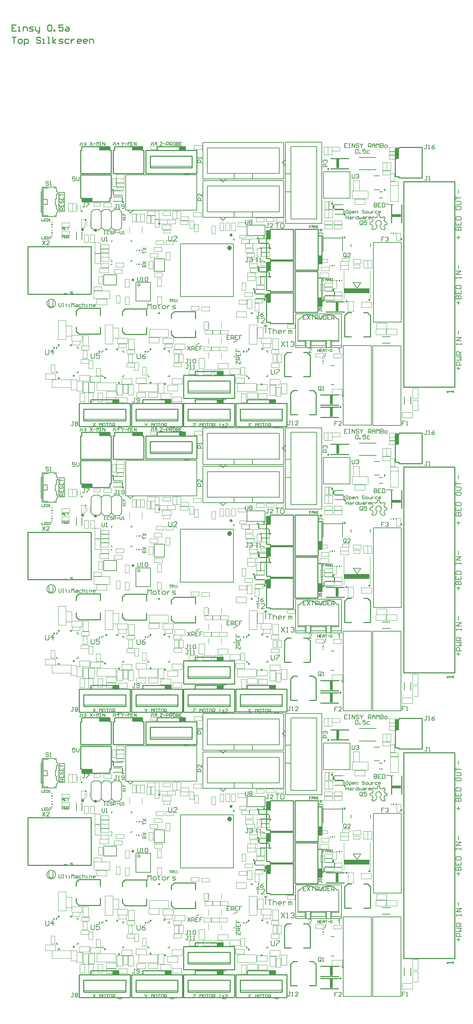
<source format=gto>
G04 Layer_Color=65535*
%FSLAX24Y24*%
%MOIN*%
G70*
G01*
G75*
%ADD10C,0.0070*%
%ADD12C,0.0100*%
%ADD14C,0.0080*%
%ADD68C,0.0060*%
%ADD121C,0.0300*%
%ADD152C,0.0098*%
%ADD153C,0.0050*%
%ADD154C,0.0236*%
%ADD155C,0.0250*%
%ADD156C,0.0200*%
%ADD157C,0.0197*%
%ADD158C,0.0079*%
%ADD159C,0.0020*%
%ADD160C,0.0020*%
%ADD161C,0.0040*%
%ADD162R,0.0295X0.0879*%
%ADD163R,0.0120X0.0059*%
%ADD164R,0.0120X0.0060*%
%ADD165R,0.0120X0.0119*%
%ADD166R,0.0059X0.0120*%
%ADD167R,0.0060X0.0120*%
%ADD168R,0.0119X0.0120*%
%ADD169R,0.2450X0.0492*%
%ADD170R,0.0879X0.0295*%
G36*
X12554Y85629D02*
X11524D01*
Y86004D01*
X12554D01*
Y85629D01*
D02*
G37*
G36*
X9344D02*
X8314D01*
Y86004D01*
X9344D01*
Y85629D01*
D02*
G37*
G36*
X37722Y84786D02*
X37347D01*
Y85816D01*
X37722D01*
Y84786D01*
D02*
G37*
G36*
X7625Y80594D02*
X6594D01*
Y80969D01*
X7625D01*
Y80594D01*
D02*
G37*
G36*
X31900Y65771D02*
X31839D01*
Y66160D01*
X31838Y66159D01*
X31835Y66156D01*
X31829Y66152D01*
X31823Y66147D01*
X31814Y66140D01*
X31805Y66133D01*
X31793Y66125D01*
X31780Y66117D01*
X31780D01*
X31779Y66117D01*
X31774Y66114D01*
X31767Y66110D01*
X31759Y66105D01*
X31749Y66100D01*
X31739Y66095D01*
X31727Y66090D01*
X31717Y66086D01*
Y66145D01*
X31718D01*
X31719Y66146D01*
X31722Y66148D01*
X31725Y66150D01*
X31730Y66152D01*
X31735Y66154D01*
X31747Y66161D01*
X31761Y66170D01*
X31776Y66179D01*
X31791Y66191D01*
X31805Y66203D01*
X31806Y66204D01*
X31807Y66204D01*
X31811Y66209D01*
X31818Y66216D01*
X31826Y66224D01*
X31836Y66235D01*
X31845Y66246D01*
X31853Y66258D01*
X31860Y66270D01*
X31900D01*
Y65771D01*
D02*
G37*
G36*
X29012Y66269D02*
X29018Y66269D01*
X29025Y66268D01*
X29032Y66267D01*
X29041Y66265D01*
X29059Y66260D01*
X29078Y66253D01*
X29088Y66249D01*
X29097Y66244D01*
X29105Y66237D01*
X29113Y66230D01*
X29114Y66229D01*
X29115Y66228D01*
X29117Y66226D01*
X29120Y66223D01*
X29123Y66219D01*
X29127Y66214D01*
X29135Y66203D01*
X29142Y66188D01*
X29149Y66172D01*
X29154Y66153D01*
X29155Y66142D01*
X29156Y66132D01*
Y66130D01*
Y66126D01*
X29155Y66120D01*
X29154Y66113D01*
X29153Y66104D01*
X29150Y66094D01*
X29147Y66083D01*
X29143Y66073D01*
X29142Y66071D01*
X29141Y66067D01*
X29138Y66062D01*
X29133Y66055D01*
X29128Y66046D01*
X29121Y66035D01*
X29112Y66024D01*
X29102Y66012D01*
X29101Y66011D01*
X29097Y66006D01*
X29090Y65999D01*
X29085Y65995D01*
X29080Y65990D01*
X29074Y65984D01*
X29067Y65977D01*
X29059Y65970D01*
X29051Y65962D01*
X29042Y65953D01*
X29031Y65944D01*
X29020Y65935D01*
X29008Y65925D01*
X29008Y65924D01*
X29006Y65922D01*
X29003Y65920D01*
X28999Y65917D01*
X28990Y65909D01*
X28979Y65900D01*
X28967Y65889D01*
X28955Y65878D01*
X28946Y65869D01*
X28942Y65866D01*
X28938Y65862D01*
X28937Y65861D01*
X28936Y65859D01*
X28933Y65856D01*
X28929Y65851D01*
X28921Y65841D01*
X28912Y65829D01*
X29156D01*
Y65771D01*
X28828D01*
Y65772D01*
Y65775D01*
Y65779D01*
X28828Y65785D01*
X28829Y65791D01*
X28830Y65798D01*
X28832Y65805D01*
X28834Y65813D01*
Y65813D01*
X28835Y65814D01*
X28837Y65819D01*
X28840Y65825D01*
X28844Y65834D01*
X28850Y65844D01*
X28857Y65855D01*
X28865Y65866D01*
X28874Y65878D01*
Y65879D01*
X28876Y65880D01*
X28880Y65884D01*
X28886Y65891D01*
X28895Y65900D01*
X28906Y65911D01*
X28920Y65924D01*
X28936Y65938D01*
X28955Y65954D01*
X28955Y65955D01*
X28958Y65957D01*
X28962Y65960D01*
X28967Y65965D01*
X28974Y65971D01*
X28982Y65977D01*
X28998Y65992D01*
X29017Y66009D01*
X29035Y66027D01*
X29044Y66035D01*
X29051Y66043D01*
X29058Y66052D01*
X29064Y66059D01*
Y66060D01*
X29066Y66061D01*
X29067Y66063D01*
X29069Y66066D01*
X29073Y66073D01*
X29079Y66083D01*
X29084Y66095D01*
X29088Y66107D01*
X29091Y66120D01*
X29093Y66133D01*
Y66134D01*
Y66135D01*
X29092Y66139D01*
X29091Y66146D01*
X29090Y66154D01*
X29086Y66164D01*
X29082Y66174D01*
X29076Y66185D01*
X29067Y66194D01*
X29065Y66195D01*
X29062Y66198D01*
X29056Y66202D01*
X29048Y66207D01*
X29039Y66212D01*
X29027Y66216D01*
X29014Y66219D01*
X28998Y66219D01*
X28994D01*
X28991Y66219D01*
X28983Y66218D01*
X28974Y66216D01*
X28962Y66213D01*
X28950Y66208D01*
X28939Y66201D01*
X28928Y66192D01*
X28927Y66191D01*
X28924Y66188D01*
X28920Y66182D01*
X28915Y66173D01*
X28910Y66163D01*
X28906Y66151D01*
X28903Y66136D01*
X28902Y66120D01*
X28839Y66126D01*
Y66127D01*
Y66129D01*
X28840Y66133D01*
X28840Y66138D01*
X28842Y66144D01*
X28843Y66151D01*
X28847Y66166D01*
X28853Y66183D01*
X28862Y66201D01*
X28873Y66218D01*
X28879Y66225D01*
X28887Y66233D01*
X28887Y66234D01*
X28889Y66235D01*
X28891Y66237D01*
X28894Y66239D01*
X28899Y66241D01*
X28904Y66245D01*
X28910Y66248D01*
X28917Y66252D01*
X28924Y66255D01*
X28933Y66259D01*
X28943Y66262D01*
X28952Y66264D01*
X28975Y66269D01*
X28987Y66269D01*
X29000Y66270D01*
X29007D01*
X29012Y66269D01*
D02*
G37*
G36*
X12554Y57636D02*
X11524D01*
Y58011D01*
X12554D01*
Y57636D01*
D02*
G37*
G36*
X9344D02*
X8314D01*
Y58011D01*
X9344D01*
Y57636D01*
D02*
G37*
G36*
X37722Y56793D02*
X37347D01*
Y57824D01*
X37722D01*
Y56793D01*
D02*
G37*
G36*
X7625Y52601D02*
X6594D01*
Y52976D01*
X7625D01*
Y52601D01*
D02*
G37*
G36*
X31900Y37779D02*
X31839D01*
Y38168D01*
X31838Y38167D01*
X31835Y38164D01*
X31829Y38160D01*
X31823Y38155D01*
X31814Y38148D01*
X31805Y38141D01*
X31793Y38133D01*
X31780Y38125D01*
X31780D01*
X31779Y38124D01*
X31774Y38121D01*
X31767Y38118D01*
X31759Y38113D01*
X31749Y38108D01*
X31739Y38103D01*
X31727Y38098D01*
X31717Y38093D01*
Y38153D01*
X31718D01*
X31719Y38154D01*
X31722Y38155D01*
X31725Y38158D01*
X31730Y38160D01*
X31735Y38162D01*
X31747Y38169D01*
X31761Y38177D01*
X31776Y38187D01*
X31791Y38199D01*
X31805Y38211D01*
X31806Y38211D01*
X31807Y38212D01*
X31811Y38217D01*
X31818Y38224D01*
X31826Y38232D01*
X31836Y38242D01*
X31845Y38254D01*
X31853Y38266D01*
X31860Y38278D01*
X31900D01*
Y37779D01*
D02*
G37*
G36*
X29012Y38277D02*
X29018Y38276D01*
X29025Y38276D01*
X29032Y38275D01*
X29041Y38273D01*
X29059Y38268D01*
X29078Y38261D01*
X29088Y38257D01*
X29097Y38251D01*
X29105Y38245D01*
X29113Y38238D01*
X29114Y38237D01*
X29115Y38236D01*
X29117Y38234D01*
X29120Y38231D01*
X29123Y38227D01*
X29127Y38222D01*
X29135Y38211D01*
X29142Y38196D01*
X29149Y38180D01*
X29154Y38161D01*
X29155Y38150D01*
X29156Y38140D01*
Y38138D01*
Y38134D01*
X29155Y38128D01*
X29154Y38121D01*
X29153Y38112D01*
X29150Y38102D01*
X29147Y38091D01*
X29143Y38081D01*
X29142Y38079D01*
X29141Y38075D01*
X29138Y38070D01*
X29133Y38062D01*
X29128Y38053D01*
X29121Y38043D01*
X29112Y38032D01*
X29102Y38020D01*
X29101Y38019D01*
X29097Y38014D01*
X29090Y38007D01*
X29085Y38003D01*
X29080Y37997D01*
X29074Y37991D01*
X29067Y37985D01*
X29059Y37978D01*
X29051Y37969D01*
X29042Y37961D01*
X29031Y37952D01*
X29020Y37943D01*
X29008Y37932D01*
X29008Y37932D01*
X29006Y37930D01*
X29003Y37928D01*
X28999Y37925D01*
X28990Y37917D01*
X28979Y37908D01*
X28967Y37897D01*
X28955Y37886D01*
X28946Y37877D01*
X28942Y37873D01*
X28938Y37870D01*
X28937Y37869D01*
X28936Y37867D01*
X28933Y37864D01*
X28929Y37859D01*
X28921Y37849D01*
X28912Y37837D01*
X29156D01*
Y37779D01*
X28828D01*
Y37780D01*
Y37783D01*
Y37787D01*
X28828Y37793D01*
X28829Y37799D01*
X28830Y37805D01*
X28832Y37813D01*
X28834Y37821D01*
Y37821D01*
X28835Y37822D01*
X28837Y37827D01*
X28840Y37833D01*
X28844Y37842D01*
X28850Y37852D01*
X28857Y37863D01*
X28865Y37874D01*
X28874Y37886D01*
Y37887D01*
X28876Y37888D01*
X28880Y37892D01*
X28886Y37899D01*
X28895Y37908D01*
X28906Y37919D01*
X28920Y37932D01*
X28936Y37946D01*
X28955Y37962D01*
X28955Y37963D01*
X28958Y37965D01*
X28962Y37968D01*
X28967Y37973D01*
X28974Y37979D01*
X28982Y37985D01*
X28998Y38000D01*
X29017Y38017D01*
X29035Y38035D01*
X29044Y38043D01*
X29051Y38051D01*
X29058Y38059D01*
X29064Y38067D01*
Y38068D01*
X29066Y38069D01*
X29067Y38071D01*
X29069Y38074D01*
X29073Y38081D01*
X29079Y38091D01*
X29084Y38103D01*
X29088Y38115D01*
X29091Y38128D01*
X29093Y38141D01*
Y38142D01*
Y38143D01*
X29092Y38147D01*
X29091Y38154D01*
X29090Y38162D01*
X29086Y38172D01*
X29082Y38182D01*
X29076Y38193D01*
X29067Y38202D01*
X29065Y38203D01*
X29062Y38206D01*
X29056Y38210D01*
X29048Y38215D01*
X29039Y38220D01*
X29027Y38224D01*
X29014Y38227D01*
X28998Y38227D01*
X28994D01*
X28991Y38227D01*
X28983Y38226D01*
X28974Y38224D01*
X28962Y38220D01*
X28950Y38216D01*
X28939Y38209D01*
X28928Y38200D01*
X28927Y38199D01*
X28924Y38196D01*
X28920Y38189D01*
X28915Y38181D01*
X28910Y38171D01*
X28906Y38158D01*
X28903Y38144D01*
X28902Y38127D01*
X28839Y38134D01*
Y38135D01*
Y38137D01*
X28840Y38141D01*
X28840Y38146D01*
X28842Y38152D01*
X28843Y38158D01*
X28847Y38174D01*
X28853Y38191D01*
X28862Y38208D01*
X28873Y38226D01*
X28879Y38233D01*
X28887Y38241D01*
X28887Y38242D01*
X28889Y38242D01*
X28891Y38245D01*
X28894Y38247D01*
X28899Y38249D01*
X28904Y38253D01*
X28910Y38256D01*
X28917Y38260D01*
X28924Y38263D01*
X28933Y38267D01*
X28943Y38270D01*
X28952Y38272D01*
X28975Y38276D01*
X28987Y38277D01*
X29000Y38278D01*
X29007D01*
X29012Y38277D01*
D02*
G37*
G36*
X12554Y29644D02*
X11524D01*
Y30019D01*
X12554D01*
Y29644D01*
D02*
G37*
G36*
X9344D02*
X8314D01*
Y30019D01*
X9344D01*
Y29644D01*
D02*
G37*
G36*
X37722Y28801D02*
X37347D01*
Y29832D01*
X37722D01*
Y28801D01*
D02*
G37*
G36*
X7625Y24609D02*
X6594D01*
Y24984D01*
X7625D01*
Y24609D01*
D02*
G37*
G36*
X31900Y9787D02*
X31839D01*
Y10175D01*
X31838Y10175D01*
X31835Y10172D01*
X31829Y10168D01*
X31823Y10163D01*
X31814Y10156D01*
X31805Y10149D01*
X31793Y10141D01*
X31780Y10133D01*
X31780D01*
X31779Y10132D01*
X31774Y10129D01*
X31767Y10126D01*
X31759Y10121D01*
X31749Y10116D01*
X31739Y10111D01*
X31727Y10106D01*
X31717Y10101D01*
Y10161D01*
X31718D01*
X31719Y10162D01*
X31722Y10163D01*
X31725Y10166D01*
X31730Y10168D01*
X31735Y10170D01*
X31747Y10177D01*
X31761Y10185D01*
X31776Y10195D01*
X31791Y10206D01*
X31805Y10219D01*
X31806Y10219D01*
X31807Y10220D01*
X31811Y10225D01*
X31818Y10231D01*
X31826Y10240D01*
X31836Y10250D01*
X31845Y10262D01*
X31853Y10274D01*
X31860Y10286D01*
X31900D01*
Y9787D01*
D02*
G37*
G36*
X29012Y10285D02*
X29018Y10284D01*
X29025Y10284D01*
X29032Y10283D01*
X29041Y10281D01*
X29059Y10276D01*
X29078Y10269D01*
X29088Y10265D01*
X29097Y10259D01*
X29105Y10253D01*
X29113Y10246D01*
X29114Y10245D01*
X29115Y10244D01*
X29117Y10242D01*
X29120Y10239D01*
X29123Y10234D01*
X29127Y10230D01*
X29135Y10219D01*
X29142Y10204D01*
X29149Y10188D01*
X29154Y10169D01*
X29155Y10158D01*
X29156Y10147D01*
Y10146D01*
Y10142D01*
X29155Y10136D01*
X29154Y10129D01*
X29153Y10119D01*
X29150Y10110D01*
X29147Y10099D01*
X29143Y10088D01*
X29142Y10087D01*
X29141Y10083D01*
X29138Y10078D01*
X29133Y10070D01*
X29128Y10061D01*
X29121Y10051D01*
X29112Y10040D01*
X29102Y10028D01*
X29101Y10027D01*
X29097Y10022D01*
X29090Y10015D01*
X29085Y10011D01*
X29080Y10005D01*
X29074Y9999D01*
X29067Y9992D01*
X29059Y9986D01*
X29051Y9977D01*
X29042Y9969D01*
X29031Y9960D01*
X29020Y9951D01*
X29008Y9940D01*
X29008Y9940D01*
X29006Y9938D01*
X29003Y9936D01*
X28999Y9933D01*
X28990Y9925D01*
X28979Y9915D01*
X28967Y9905D01*
X28955Y9894D01*
X28946Y9885D01*
X28942Y9881D01*
X28938Y9878D01*
X28937Y9877D01*
X28936Y9875D01*
X28933Y9872D01*
X28929Y9867D01*
X28921Y9857D01*
X28912Y9845D01*
X29156D01*
Y9787D01*
X28828D01*
Y9788D01*
Y9791D01*
Y9795D01*
X28828Y9800D01*
X28829Y9807D01*
X28830Y9813D01*
X28832Y9821D01*
X28834Y9828D01*
Y9829D01*
X28835Y9830D01*
X28837Y9834D01*
X28840Y9841D01*
X28844Y9850D01*
X28850Y9859D01*
X28857Y9871D01*
X28865Y9882D01*
X28874Y9894D01*
Y9895D01*
X28876Y9896D01*
X28880Y9900D01*
X28886Y9907D01*
X28895Y9916D01*
X28906Y9927D01*
X28920Y9940D01*
X28936Y9954D01*
X28955Y9970D01*
X28955Y9971D01*
X28958Y9973D01*
X28962Y9976D01*
X28967Y9981D01*
X28974Y9986D01*
X28982Y9993D01*
X28998Y10008D01*
X29017Y10025D01*
X29035Y10042D01*
X29044Y10051D01*
X29051Y10059D01*
X29058Y10067D01*
X29064Y10075D01*
Y10076D01*
X29066Y10076D01*
X29067Y10079D01*
X29069Y10082D01*
X29073Y10089D01*
X29079Y10099D01*
X29084Y10110D01*
X29088Y10123D01*
X29091Y10136D01*
X29093Y10149D01*
Y10150D01*
Y10150D01*
X29092Y10155D01*
X29091Y10162D01*
X29090Y10170D01*
X29086Y10180D01*
X29082Y10190D01*
X29076Y10200D01*
X29067Y10210D01*
X29065Y10211D01*
X29062Y10214D01*
X29056Y10218D01*
X29048Y10223D01*
X29039Y10228D01*
X29027Y10231D01*
X29014Y10234D01*
X28998Y10235D01*
X28994D01*
X28991Y10234D01*
X28983Y10234D01*
X28974Y10232D01*
X28962Y10228D01*
X28950Y10224D01*
X28939Y10217D01*
X28928Y10208D01*
X28927Y10206D01*
X28924Y10203D01*
X28920Y10197D01*
X28915Y10189D01*
X28910Y10178D01*
X28906Y10166D01*
X28903Y10152D01*
X28902Y10135D01*
X28839Y10142D01*
Y10143D01*
Y10145D01*
X28840Y10149D01*
X28840Y10154D01*
X28842Y10160D01*
X28843Y10166D01*
X28847Y10181D01*
X28853Y10199D01*
X28862Y10216D01*
X28873Y10234D01*
X28879Y10241D01*
X28887Y10249D01*
X28887Y10250D01*
X28889Y10250D01*
X28891Y10253D01*
X28894Y10255D01*
X28899Y10257D01*
X28904Y10261D01*
X28910Y10264D01*
X28917Y10268D01*
X28924Y10271D01*
X28933Y10274D01*
X28943Y10277D01*
X28952Y10280D01*
X28975Y10284D01*
X28987Y10285D01*
X29000Y10286D01*
X29007D01*
X29012Y10285D01*
D02*
G37*
G54D10*
X30318Y27546D02*
X32916D01*
Y24948D02*
Y27546D01*
X30318Y24948D02*
X32916D01*
X30318D02*
Y27546D01*
X38293Y3127D02*
X38027D01*
Y2927D01*
X38160D01*
X38027D01*
Y2727D01*
X38427D02*
X38560D01*
X38493D01*
Y3127D01*
X38427Y3060D01*
X40463Y30167D02*
X40330D01*
X40397D01*
Y29833D01*
X40330Y29767D01*
X40263D01*
X40197Y29833D01*
X40597Y29767D02*
X40730D01*
X40663D01*
Y30167D01*
X40597Y30100D01*
X41197Y30167D02*
X41063Y30100D01*
X40930Y29967D01*
Y29833D01*
X40997Y29767D01*
X41130D01*
X41197Y29833D01*
Y29900D01*
X41130Y29967D01*
X40930D01*
X22627Y22807D02*
Y22473D01*
X22693Y22407D01*
X22827D01*
X22893Y22473D01*
Y22807D01*
X23027Y22740D02*
X23093Y22807D01*
X23227D01*
X23293Y22740D01*
Y22673D01*
X23227Y22607D01*
X23293Y22540D01*
Y22473D01*
X23227Y22407D01*
X23093D01*
X23027Y22473D01*
Y22540D01*
X23093Y22607D01*
X23027Y22673D01*
Y22740D01*
X23093Y22607D02*
X23227D01*
X18369Y24719D02*
X17969D01*
Y24919D01*
X18036Y24986D01*
X18169D01*
X18236Y24919D01*
Y24719D01*
X18369Y25386D02*
Y25119D01*
X18103Y25386D01*
X18036D01*
X17969Y25319D01*
Y25186D01*
X18036Y25119D01*
X18379Y28449D02*
X17980D01*
Y28649D01*
X18046Y28716D01*
X18179D01*
X18246Y28649D01*
Y28449D01*
X18379Y28849D02*
Y28983D01*
Y28916D01*
X17980D01*
X18046Y28849D01*
X30687Y28047D02*
X30287D01*
Y28247D01*
X30354Y28313D01*
X30487D01*
X30554Y28247D01*
Y28047D01*
X30354Y28447D02*
X30287Y28513D01*
Y28647D01*
X30354Y28713D01*
X30420D01*
X30487Y28647D01*
Y28580D01*
Y28647D01*
X30554Y28713D01*
X30620D01*
X30687Y28647D01*
Y28513D01*
X30620Y28447D01*
X36276Y21159D02*
X36009D01*
Y20959D01*
X36143D01*
X36009D01*
Y20759D01*
X36409Y21093D02*
X36476Y21159D01*
X36609D01*
X36676Y21093D01*
Y21026D01*
X36609Y20959D01*
X36543D01*
X36609D01*
X36676Y20893D01*
Y20826D01*
X36609Y20759D01*
X36476D01*
X36409Y20826D01*
X31683Y3087D02*
X31417D01*
Y2887D01*
X31550D01*
X31417D01*
Y2687D01*
X32083D02*
X31817D01*
X32083Y2953D01*
Y3020D01*
X32017Y3087D01*
X31883D01*
X31817Y3020D01*
X12087Y17227D02*
Y16894D01*
X12154Y16827D01*
X12287D01*
X12353Y16894D01*
Y17227D01*
X12487Y16827D02*
X12620D01*
X12553D01*
Y17227D01*
X12487Y17160D01*
X12820D02*
X12887Y17227D01*
X13020D01*
X13087Y17160D01*
Y16894D01*
X13020Y16827D01*
X12887D01*
X12820Y16894D01*
Y17160D01*
X34133Y22413D02*
Y22680D01*
X34067Y22747D01*
X33933D01*
X33867Y22680D01*
Y22413D01*
X33933Y22347D01*
X34067D01*
X34000Y22480D02*
X34133Y22347D01*
X34067D02*
X34133Y22413D01*
X34533Y22747D02*
X34267D01*
Y22547D01*
X34400Y22613D01*
X34467D01*
X34533Y22547D01*
Y22413D01*
X34467Y22347D01*
X34333D01*
X34267Y22413D01*
X2749Y20769D02*
X3016Y20369D01*
Y20769D02*
X2749Y20369D01*
X3416D02*
X3149D01*
X3416Y20636D01*
Y20703D01*
X3349Y20769D01*
X3216D01*
X3149Y20703D01*
X3323Y26540D02*
X3257Y26607D01*
X3123D01*
X3057Y26540D01*
Y26473D01*
X3123Y26407D01*
X3257D01*
X3323Y26340D01*
Y26273D01*
X3257Y26207D01*
X3123D01*
X3057Y26273D01*
X3457Y26207D02*
X3590D01*
X3523D01*
Y26607D01*
X3457Y26540D01*
X30086Y6196D02*
Y6463D01*
X30019Y6529D01*
X29886D01*
X29819Y6463D01*
Y6196D01*
X29886Y6129D01*
X30019D01*
X29953Y6263D02*
X30086Y6129D01*
X30019D02*
X30086Y6196D01*
X30219Y6129D02*
X30353D01*
X30286D01*
Y6529D01*
X30219Y6463D01*
X32533Y19256D02*
Y19523D01*
X32467Y19589D01*
X32333D01*
X32267Y19523D01*
Y19256D01*
X32333Y19189D01*
X32467D01*
X32400Y19323D02*
X32533Y19189D01*
X32467D02*
X32533Y19256D01*
X32933Y19189D02*
X32667D01*
X32933Y19456D01*
Y19523D01*
X32867Y19589D01*
X32733D01*
X32667Y19523D01*
X24926Y22469D02*
X24793D01*
X24859D01*
Y22136D01*
X24793Y22069D01*
X24726D01*
X24659Y22136D01*
X25326Y22069D02*
X25059D01*
X25326Y22336D01*
Y22403D01*
X25259Y22469D01*
X25126D01*
X25059Y22403D01*
X22946Y19129D02*
X22813D01*
X22879D01*
Y18796D01*
X22813Y18729D01*
X22746D01*
X22679Y18796D01*
X23079Y19063D02*
X23146Y19129D01*
X23279D01*
X23346Y19063D01*
Y18996D01*
X23279Y18929D01*
X23213D01*
X23279D01*
X23346Y18863D01*
Y18796D01*
X23279Y18729D01*
X23146D01*
X23079Y18796D01*
X24006Y13759D02*
X23873D01*
X23939D01*
Y13426D01*
X23873Y13359D01*
X23806D01*
X23739Y13426D01*
X24406Y13759D02*
X24273Y13693D01*
X24139Y13559D01*
Y13426D01*
X24206Y13359D01*
X24339D01*
X24406Y13426D01*
Y13493D01*
X24339Y13559D01*
X24139D01*
X5816Y3039D02*
X5683D01*
X5749D01*
Y2706D01*
X5683Y2639D01*
X5616D01*
X5549Y2706D01*
X5949Y2973D02*
X6016Y3039D01*
X6149D01*
X6216Y2973D01*
Y2906D01*
X6149Y2839D01*
X6216Y2773D01*
Y2706D01*
X6149Y2639D01*
X6016D01*
X5949Y2706D01*
Y2773D01*
X6016Y2839D01*
X5949Y2906D01*
Y2973D01*
X6016Y2839D02*
X6149D01*
X11826Y5359D02*
X11693D01*
X11759D01*
Y5026D01*
X11693Y4959D01*
X11626D01*
X11559Y5026D01*
X11959D02*
X12026Y4959D01*
X12159D01*
X12226Y5026D01*
Y5293D01*
X12159Y5359D01*
X12026D01*
X11959Y5293D01*
Y5226D01*
X12026Y5159D01*
X12226D01*
X17026Y9179D02*
X16893D01*
X16959D01*
Y8846D01*
X16893Y8779D01*
X16826D01*
X16759Y8846D01*
X17159Y8779D02*
X17293D01*
X17226D01*
Y9179D01*
X17159Y9113D01*
X17492D02*
X17559Y9179D01*
X17692D01*
X17759Y9113D01*
Y8846D01*
X17692Y8779D01*
X17559D01*
X17492Y8846D01*
Y9113D01*
X17066Y8649D02*
X16933D01*
X16999D01*
Y8316D01*
X16933Y8249D01*
X16866D01*
X16799Y8316D01*
X17199Y8249D02*
X17333D01*
X17266D01*
Y8649D01*
X17199Y8583D01*
X17532Y8249D02*
X17666D01*
X17599D01*
Y8649D01*
X17532Y8583D01*
X27066Y3119D02*
X26933D01*
X26999D01*
Y2786D01*
X26933Y2719D01*
X26866D01*
X26799Y2786D01*
X27199Y2719D02*
X27333D01*
X27266D01*
Y3119D01*
X27199Y3053D01*
X27799Y2719D02*
X27532D01*
X27799Y2986D01*
Y3053D01*
X27732Y3119D01*
X27599D01*
X27532Y3053D01*
X8589Y21139D02*
Y20806D01*
X8656Y20739D01*
X8789D01*
X8856Y20806D01*
Y21139D01*
X8989Y20739D02*
X9123D01*
X9056D01*
Y21139D01*
X8989Y21073D01*
X40493Y27127D02*
X40360D01*
X40427D01*
Y26793D01*
X40360Y26727D01*
X40293D01*
X40227Y26793D01*
X40627Y26727D02*
X40760D01*
X40693D01*
Y27127D01*
X40627Y27060D01*
X10046Y24349D02*
X9913D01*
X9979D01*
Y24016D01*
X9913Y23949D01*
X9846D01*
X9779Y24016D01*
X10179Y23949D02*
X10313D01*
X10246D01*
Y24349D01*
X10179Y24283D01*
X10512Y24016D02*
X10579Y23949D01*
X10712D01*
X10779Y24016D01*
Y24283D01*
X10712Y24349D01*
X10579D01*
X10512Y24283D01*
Y24216D01*
X10579Y24149D01*
X10779D01*
X33107Y27307D02*
Y26973D01*
X33173Y26907D01*
X33307D01*
X33373Y26973D01*
Y27307D01*
X33507Y27240D02*
X33573Y27307D01*
X33707D01*
X33773Y27240D01*
Y27173D01*
X33707Y27107D01*
X33640D01*
X33707D01*
X33773Y27040D01*
Y26973D01*
X33707Y26907D01*
X33573D01*
X33507Y26973D01*
X28563Y13477D02*
X28297D01*
Y13077D01*
X28563D01*
X28297Y13277D02*
X28430D01*
X28697Y13477D02*
X28963Y13077D01*
Y13477D02*
X28697Y13077D01*
X29097Y13477D02*
X29363D01*
X29230D01*
Y13077D01*
X29496D02*
Y13477D01*
X29696D01*
X29763Y13410D01*
Y13277D01*
X29696Y13210D01*
X29496D01*
X29630D02*
X29763Y13077D01*
X29896Y13477D02*
Y13144D01*
X29963Y13077D01*
X30096D01*
X30163Y13144D01*
Y13477D01*
X30296D02*
Y13077D01*
X30496D01*
X30563Y13144D01*
Y13410D01*
X30496Y13477D01*
X30296D01*
X30963D02*
X30696D01*
Y13077D01*
X30963D01*
X30696Y13277D02*
X30829D01*
X31096Y13077D02*
Y13477D01*
X31296D01*
X31363Y13410D01*
Y13277D01*
X31296Y13210D01*
X31096D01*
X31229D02*
X31363Y13077D01*
X4337Y14667D02*
Y14367D01*
X4397Y14307D01*
X4517D01*
X4577Y14367D01*
Y14667D01*
X4697Y14307D02*
X4817D01*
X4757D01*
Y14667D01*
X4697D01*
X5057Y14607D02*
Y14547D01*
X4997D01*
X5117D01*
X5057D01*
Y14367D01*
X5117Y14307D01*
X5297D02*
X5416D01*
X5357D01*
Y14547D01*
X5297D01*
X5596Y14307D02*
Y14667D01*
X5716Y14547D01*
X5836Y14667D01*
Y14307D01*
X6016Y14547D02*
X6136D01*
X6196Y14487D01*
Y14307D01*
X6016D01*
X5956Y14367D01*
X6016Y14427D01*
X6196D01*
X6556Y14547D02*
X6376D01*
X6316Y14487D01*
Y14367D01*
X6376Y14307D01*
X6556D01*
X6676Y14667D02*
Y14307D01*
Y14487D01*
X6736Y14547D01*
X6856D01*
X6916Y14487D01*
Y14307D01*
X7036D02*
X7156D01*
X7096D01*
Y14547D01*
X7036D01*
X7336Y14307D02*
Y14547D01*
X7516D01*
X7576Y14487D01*
Y14307D01*
X7876D02*
X7756D01*
X7696Y14367D01*
Y14487D01*
X7756Y14547D01*
X7876D01*
X7936Y14487D01*
Y14427D01*
X7696D01*
X5956Y27049D02*
X5689D01*
Y26849D01*
X5823Y26916D01*
X5889D01*
X5956Y26849D01*
Y26716D01*
X5889Y26649D01*
X5756D01*
X5689Y26716D01*
X6089Y27049D02*
Y26783D01*
X6223Y26649D01*
X6356Y26783D01*
Y27049D01*
X23629Y19127D02*
X23896D01*
X23763D01*
Y18727D01*
X24029D02*
X24163D01*
X24096D01*
Y19127D01*
X24029Y19060D01*
X16989Y10449D02*
X17256Y10049D01*
Y10449D02*
X16989Y10049D01*
X17389D02*
Y10449D01*
X17589D01*
X17656Y10383D01*
Y10249D01*
X17589Y10183D01*
X17389D01*
X17523D02*
X17656Y10049D01*
X18056Y10449D02*
X17789D01*
Y10049D01*
X18056D01*
X17789Y10249D02*
X17922D01*
X18456Y10449D02*
X18189D01*
Y10249D01*
X18322D01*
X18189D01*
Y10049D01*
X21739Y8729D02*
Y8996D01*
X21806D01*
X22073Y8729D01*
X22139D01*
Y8996D01*
Y9129D02*
X21739D01*
Y9329D01*
X21806Y9396D01*
X21939D01*
X22006Y9329D01*
Y9129D01*
Y9263D02*
X22139Y9396D01*
X21739Y9796D02*
Y9529D01*
X22139D01*
Y9796D01*
X21939Y9529D02*
Y9662D01*
X21739Y10196D02*
Y9929D01*
X21939D01*
Y10062D01*
Y9929D01*
X22139D01*
X21113Y11517D02*
X20847D01*
Y11117D01*
X21113D01*
X20847Y11317D02*
X20980D01*
X21247Y11117D02*
Y11517D01*
X21447D01*
X21513Y11450D01*
Y11317D01*
X21447Y11250D01*
X21247D01*
X21380D02*
X21513Y11117D01*
X21913Y11517D02*
X21647D01*
Y11117D01*
X21913D01*
X21647Y11317D02*
X21780D01*
X22313Y11517D02*
X22046D01*
Y11317D01*
X22180D01*
X22046D01*
Y11117D01*
X35277Y24477D02*
Y24077D01*
X35477D01*
X35543Y24143D01*
Y24210D01*
X35477Y24277D01*
X35277D01*
X35477D01*
X35543Y24343D01*
Y24410D01*
X35477Y24477D01*
X35277D01*
X35943D02*
X35677D01*
Y24077D01*
X35943D01*
X35677Y24277D02*
X35810D01*
X36077Y24477D02*
Y24077D01*
X36277D01*
X36343Y24143D01*
Y24410D01*
X36277Y24477D01*
X36077D01*
X30318Y55538D02*
X32916D01*
Y52940D02*
Y55538D01*
X30318Y52940D02*
X32916D01*
X30318D02*
Y55538D01*
X38293Y31119D02*
X38027D01*
Y30919D01*
X38160D01*
X38027D01*
Y30719D01*
X38427D02*
X38560D01*
X38493D01*
Y31119D01*
X38427Y31052D01*
X40463Y58159D02*
X40330D01*
X40397D01*
Y57826D01*
X40330Y57759D01*
X40263D01*
X40197Y57826D01*
X40597Y57759D02*
X40730D01*
X40663D01*
Y58159D01*
X40597Y58092D01*
X41197Y58159D02*
X41063Y58092D01*
X40930Y57959D01*
Y57826D01*
X40997Y57759D01*
X41130D01*
X41197Y57826D01*
Y57892D01*
X41130Y57959D01*
X40930D01*
X22627Y50799D02*
Y50466D01*
X22693Y50399D01*
X22827D01*
X22893Y50466D01*
Y50799D01*
X23027Y50732D02*
X23093Y50799D01*
X23227D01*
X23293Y50732D01*
Y50666D01*
X23227Y50599D01*
X23293Y50532D01*
Y50466D01*
X23227Y50399D01*
X23093D01*
X23027Y50466D01*
Y50532D01*
X23093Y50599D01*
X23027Y50666D01*
Y50732D01*
X23093Y50599D02*
X23227D01*
X18369Y52712D02*
X17969D01*
Y52911D01*
X18036Y52978D01*
X18169D01*
X18236Y52911D01*
Y52712D01*
X18369Y53378D02*
Y53111D01*
X18103Y53378D01*
X18036D01*
X17969Y53311D01*
Y53178D01*
X18036Y53111D01*
X18379Y56441D02*
X17980D01*
Y56641D01*
X18046Y56708D01*
X18179D01*
X18246Y56641D01*
Y56441D01*
X18379Y56841D02*
Y56975D01*
Y56908D01*
X17980D01*
X18046Y56841D01*
X30687Y56039D02*
X30287D01*
Y56239D01*
X30354Y56306D01*
X30487D01*
X30554Y56239D01*
Y56039D01*
X30354Y56439D02*
X30287Y56505D01*
Y56639D01*
X30354Y56705D01*
X30420D01*
X30487Y56639D01*
Y56572D01*
Y56639D01*
X30554Y56705D01*
X30620D01*
X30687Y56639D01*
Y56505D01*
X30620Y56439D01*
X36276Y49151D02*
X36009D01*
Y48951D01*
X36143D01*
X36009D01*
Y48752D01*
X36409Y49085D02*
X36476Y49151D01*
X36609D01*
X36676Y49085D01*
Y49018D01*
X36609Y48951D01*
X36543D01*
X36609D01*
X36676Y48885D01*
Y48818D01*
X36609Y48752D01*
X36476D01*
X36409Y48818D01*
X31683Y31079D02*
X31417D01*
Y30879D01*
X31550D01*
X31417D01*
Y30679D01*
X32083D02*
X31817D01*
X32083Y30946D01*
Y31012D01*
X32017Y31079D01*
X31883D01*
X31817Y31012D01*
X12087Y45219D02*
Y44886D01*
X12154Y44819D01*
X12287D01*
X12353Y44886D01*
Y45219D01*
X12487Y44819D02*
X12620D01*
X12553D01*
Y45219D01*
X12487Y45152D01*
X12820D02*
X12887Y45219D01*
X13020D01*
X13087Y45152D01*
Y44886D01*
X13020Y44819D01*
X12887D01*
X12820Y44886D01*
Y45152D01*
X34133Y50406D02*
Y50672D01*
X34067Y50739D01*
X33933D01*
X33867Y50672D01*
Y50406D01*
X33933Y50339D01*
X34067D01*
X34000Y50472D02*
X34133Y50339D01*
X34067D02*
X34133Y50406D01*
X34533Y50739D02*
X34267D01*
Y50539D01*
X34400Y50606D01*
X34467D01*
X34533Y50539D01*
Y50406D01*
X34467Y50339D01*
X34333D01*
X34267Y50406D01*
X2749Y48761D02*
X3016Y48362D01*
Y48761D02*
X2749Y48362D01*
X3416D02*
X3149D01*
X3416Y48628D01*
Y48695D01*
X3349Y48761D01*
X3216D01*
X3149Y48695D01*
X3323Y54532D02*
X3257Y54599D01*
X3123D01*
X3057Y54532D01*
Y54466D01*
X3123Y54399D01*
X3257D01*
X3323Y54332D01*
Y54266D01*
X3257Y54199D01*
X3123D01*
X3057Y54266D01*
X3457Y54199D02*
X3590D01*
X3523D01*
Y54599D01*
X3457Y54532D01*
X30086Y34188D02*
Y34455D01*
X30019Y34521D01*
X29886D01*
X29819Y34455D01*
Y34188D01*
X29886Y34121D01*
X30019D01*
X29953Y34255D02*
X30086Y34121D01*
X30019D02*
X30086Y34188D01*
X30219Y34121D02*
X30353D01*
X30286D01*
Y34521D01*
X30219Y34455D01*
X32533Y47248D02*
Y47515D01*
X32467Y47581D01*
X32333D01*
X32267Y47515D01*
Y47248D01*
X32333Y47182D01*
X32467D01*
X32400Y47315D02*
X32533Y47182D01*
X32467D02*
X32533Y47248D01*
X32933Y47182D02*
X32667D01*
X32933Y47448D01*
Y47515D01*
X32867Y47581D01*
X32733D01*
X32667Y47515D01*
X24926Y50461D02*
X24793D01*
X24859D01*
Y50128D01*
X24793Y50061D01*
X24726D01*
X24659Y50128D01*
X25326Y50061D02*
X25059D01*
X25326Y50328D01*
Y50395D01*
X25259Y50461D01*
X25126D01*
X25059Y50395D01*
X22946Y47121D02*
X22813D01*
X22879D01*
Y46788D01*
X22813Y46722D01*
X22746D01*
X22679Y46788D01*
X23079Y47055D02*
X23146Y47121D01*
X23279D01*
X23346Y47055D01*
Y46988D01*
X23279Y46921D01*
X23213D01*
X23279D01*
X23346Y46855D01*
Y46788D01*
X23279Y46722D01*
X23146D01*
X23079Y46788D01*
X24006Y41751D02*
X23873D01*
X23939D01*
Y41418D01*
X23873Y41351D01*
X23806D01*
X23739Y41418D01*
X24406Y41751D02*
X24273Y41685D01*
X24139Y41551D01*
Y41418D01*
X24206Y41351D01*
X24339D01*
X24406Y41418D01*
Y41485D01*
X24339Y41551D01*
X24139D01*
X5816Y31031D02*
X5683D01*
X5749D01*
Y30698D01*
X5683Y30631D01*
X5616D01*
X5549Y30698D01*
X5949Y30965D02*
X6016Y31031D01*
X6149D01*
X6216Y30965D01*
Y30898D01*
X6149Y30831D01*
X6216Y30765D01*
Y30698D01*
X6149Y30631D01*
X6016D01*
X5949Y30698D01*
Y30765D01*
X6016Y30831D01*
X5949Y30898D01*
Y30965D01*
X6016Y30831D02*
X6149D01*
X11826Y33351D02*
X11693D01*
X11759D01*
Y33018D01*
X11693Y32952D01*
X11626D01*
X11559Y33018D01*
X11959D02*
X12026Y32952D01*
X12159D01*
X12226Y33018D01*
Y33285D01*
X12159Y33351D01*
X12026D01*
X11959Y33285D01*
Y33218D01*
X12026Y33151D01*
X12226D01*
X17026Y37171D02*
X16893D01*
X16959D01*
Y36838D01*
X16893Y36772D01*
X16826D01*
X16759Y36838D01*
X17159Y36772D02*
X17293D01*
X17226D01*
Y37171D01*
X17159Y37105D01*
X17492D02*
X17559Y37171D01*
X17692D01*
X17759Y37105D01*
Y36838D01*
X17692Y36772D01*
X17559D01*
X17492Y36838D01*
Y37105D01*
X17066Y36641D02*
X16933D01*
X16999D01*
Y36308D01*
X16933Y36242D01*
X16866D01*
X16799Y36308D01*
X17199Y36242D02*
X17333D01*
X17266D01*
Y36641D01*
X17199Y36575D01*
X17532Y36242D02*
X17666D01*
X17599D01*
Y36641D01*
X17532Y36575D01*
X27066Y31111D02*
X26933D01*
X26999D01*
Y30778D01*
X26933Y30712D01*
X26866D01*
X26799Y30778D01*
X27199Y30712D02*
X27333D01*
X27266D01*
Y31111D01*
X27199Y31045D01*
X27799Y30712D02*
X27532D01*
X27799Y30978D01*
Y31045D01*
X27732Y31111D01*
X27599D01*
X27532Y31045D01*
X8589Y49131D02*
Y48798D01*
X8656Y48731D01*
X8789D01*
X8856Y48798D01*
Y49131D01*
X8989Y48731D02*
X9123D01*
X9056D01*
Y49131D01*
X8989Y49065D01*
X40493Y55119D02*
X40360D01*
X40427D01*
Y54786D01*
X40360Y54719D01*
X40293D01*
X40227Y54786D01*
X40627Y54719D02*
X40760D01*
X40693D01*
Y55119D01*
X40627Y55052D01*
X10046Y52341D02*
X9913D01*
X9979D01*
Y52008D01*
X9913Y51941D01*
X9846D01*
X9779Y52008D01*
X10179Y51941D02*
X10313D01*
X10246D01*
Y52341D01*
X10179Y52275D01*
X10512Y52008D02*
X10579Y51941D01*
X10712D01*
X10779Y52008D01*
Y52275D01*
X10712Y52341D01*
X10579D01*
X10512Y52275D01*
Y52208D01*
X10579Y52141D01*
X10779D01*
X33107Y55299D02*
Y54966D01*
X33173Y54899D01*
X33307D01*
X33373Y54966D01*
Y55299D01*
X33507Y55232D02*
X33573Y55299D01*
X33707D01*
X33773Y55232D01*
Y55166D01*
X33707Y55099D01*
X33640D01*
X33707D01*
X33773Y55032D01*
Y54966D01*
X33707Y54899D01*
X33573D01*
X33507Y54966D01*
X28563Y41469D02*
X28297D01*
Y41069D01*
X28563D01*
X28297Y41269D02*
X28430D01*
X28697Y41469D02*
X28963Y41069D01*
Y41469D02*
X28697Y41069D01*
X29097Y41469D02*
X29363D01*
X29230D01*
Y41069D01*
X29496D02*
Y41469D01*
X29696D01*
X29763Y41402D01*
Y41269D01*
X29696Y41202D01*
X29496D01*
X29630D02*
X29763Y41069D01*
X29896Y41469D02*
Y41136D01*
X29963Y41069D01*
X30096D01*
X30163Y41136D01*
Y41469D01*
X30296D02*
Y41069D01*
X30496D01*
X30563Y41136D01*
Y41402D01*
X30496Y41469D01*
X30296D01*
X30963D02*
X30696D01*
Y41069D01*
X30963D01*
X30696Y41269D02*
X30829D01*
X31096Y41069D02*
Y41469D01*
X31296D01*
X31363Y41402D01*
Y41269D01*
X31296Y41202D01*
X31096D01*
X31229D02*
X31363Y41069D01*
X4337Y42659D02*
Y42359D01*
X4397Y42299D01*
X4517D01*
X4577Y42359D01*
Y42659D01*
X4697Y42299D02*
X4817D01*
X4757D01*
Y42659D01*
X4697D01*
X5057Y42599D02*
Y42539D01*
X4997D01*
X5117D01*
X5057D01*
Y42359D01*
X5117Y42299D01*
X5297D02*
X5416D01*
X5357D01*
Y42539D01*
X5297D01*
X5596Y42299D02*
Y42659D01*
X5716Y42539D01*
X5836Y42659D01*
Y42299D01*
X6016Y42539D02*
X6136D01*
X6196Y42479D01*
Y42299D01*
X6016D01*
X5956Y42359D01*
X6016Y42419D01*
X6196D01*
X6556Y42539D02*
X6376D01*
X6316Y42479D01*
Y42359D01*
X6376Y42299D01*
X6556D01*
X6676Y42659D02*
Y42299D01*
Y42479D01*
X6736Y42539D01*
X6856D01*
X6916Y42479D01*
Y42299D01*
X7036D02*
X7156D01*
X7096D01*
Y42539D01*
X7036D01*
X7336Y42299D02*
Y42539D01*
X7516D01*
X7576Y42479D01*
Y42299D01*
X7876D02*
X7756D01*
X7696Y42359D01*
Y42479D01*
X7756Y42539D01*
X7876D01*
X7936Y42479D01*
Y42419D01*
X7696D01*
X5956Y55041D02*
X5689D01*
Y54841D01*
X5823Y54908D01*
X5889D01*
X5956Y54841D01*
Y54708D01*
X5889Y54641D01*
X5756D01*
X5689Y54708D01*
X6089Y55041D02*
Y54775D01*
X6223Y54641D01*
X6356Y54775D01*
Y55041D01*
X23629Y47119D02*
X23896D01*
X23763D01*
Y46719D01*
X24029D02*
X24163D01*
X24096D01*
Y47119D01*
X24029Y47052D01*
X16989Y38441D02*
X17256Y38042D01*
Y38441D02*
X16989Y38042D01*
X17389D02*
Y38441D01*
X17589D01*
X17656Y38375D01*
Y38241D01*
X17589Y38175D01*
X17389D01*
X17523D02*
X17656Y38042D01*
X18056Y38441D02*
X17789D01*
Y38042D01*
X18056D01*
X17789Y38241D02*
X17922D01*
X18456Y38441D02*
X18189D01*
Y38241D01*
X18322D01*
X18189D01*
Y38042D01*
X21739Y36721D02*
Y36988D01*
X21806D01*
X22073Y36721D01*
X22139D01*
Y36988D01*
Y37121D02*
X21739D01*
Y37321D01*
X21806Y37388D01*
X21939D01*
X22006Y37321D01*
Y37121D01*
Y37255D02*
X22139Y37388D01*
X21739Y37788D02*
Y37521D01*
X22139D01*
Y37788D01*
X21939Y37521D02*
Y37655D01*
X21739Y38188D02*
Y37921D01*
X21939D01*
Y38054D01*
Y37921D01*
X22139D01*
X21113Y39509D02*
X20847D01*
Y39109D01*
X21113D01*
X20847Y39309D02*
X20980D01*
X21247Y39109D02*
Y39509D01*
X21447D01*
X21513Y39442D01*
Y39309D01*
X21447Y39242D01*
X21247D01*
X21380D02*
X21513Y39109D01*
X21913Y39509D02*
X21647D01*
Y39109D01*
X21913D01*
X21647Y39309D02*
X21780D01*
X22313Y39509D02*
X22046D01*
Y39309D01*
X22180D01*
X22046D01*
Y39109D01*
X35277Y52469D02*
Y52069D01*
X35477D01*
X35543Y52136D01*
Y52202D01*
X35477Y52269D01*
X35277D01*
X35477D01*
X35543Y52336D01*
Y52402D01*
X35477Y52469D01*
X35277D01*
X35943D02*
X35677D01*
Y52069D01*
X35943D01*
X35677Y52269D02*
X35810D01*
X36077Y52469D02*
Y52069D01*
X36277D01*
X36343Y52136D01*
Y52402D01*
X36277Y52469D01*
X36077D01*
X30318Y83530D02*
X32916D01*
Y80932D02*
Y83530D01*
X30318Y80932D02*
X32916D01*
X30318D02*
Y83530D01*
X38293Y59111D02*
X38027D01*
Y58911D01*
X38160D01*
X38027D01*
Y58711D01*
X38427D02*
X38560D01*
X38493D01*
Y59111D01*
X38427Y59044D01*
X40463Y86151D02*
X40330D01*
X40397D01*
Y85818D01*
X40330Y85751D01*
X40263D01*
X40197Y85818D01*
X40597Y85751D02*
X40730D01*
X40663D01*
Y86151D01*
X40597Y86084D01*
X41197Y86151D02*
X41063Y86084D01*
X40930Y85951D01*
Y85818D01*
X40997Y85751D01*
X41130D01*
X41197Y85818D01*
Y85884D01*
X41130Y85951D01*
X40930D01*
X22627Y78791D02*
Y78458D01*
X22693Y78391D01*
X22827D01*
X22893Y78458D01*
Y78791D01*
X23027Y78724D02*
X23093Y78791D01*
X23227D01*
X23293Y78724D01*
Y78658D01*
X23227Y78591D01*
X23293Y78524D01*
Y78458D01*
X23227Y78391D01*
X23093D01*
X23027Y78458D01*
Y78524D01*
X23093Y78591D01*
X23027Y78658D01*
Y78724D01*
X23093Y78591D02*
X23227D01*
X18369Y80704D02*
X17969D01*
Y80904D01*
X18036Y80970D01*
X18169D01*
X18236Y80904D01*
Y80704D01*
X18369Y81370D02*
Y81103D01*
X18103Y81370D01*
X18036D01*
X17969Y81303D01*
Y81170D01*
X18036Y81103D01*
X18379Y84434D02*
X17980D01*
Y84634D01*
X18046Y84700D01*
X18179D01*
X18246Y84634D01*
Y84434D01*
X18379Y84833D02*
Y84967D01*
Y84900D01*
X17980D01*
X18046Y84833D01*
X30687Y84031D02*
X30287D01*
Y84231D01*
X30354Y84298D01*
X30487D01*
X30554Y84231D01*
Y84031D01*
X30354Y84431D02*
X30287Y84498D01*
Y84631D01*
X30354Y84698D01*
X30420D01*
X30487Y84631D01*
Y84564D01*
Y84631D01*
X30554Y84698D01*
X30620D01*
X30687Y84631D01*
Y84498D01*
X30620Y84431D01*
X36276Y77143D02*
X36009D01*
Y76944D01*
X36143D01*
X36009D01*
Y76744D01*
X36409Y77077D02*
X36476Y77143D01*
X36609D01*
X36676Y77077D01*
Y77010D01*
X36609Y76944D01*
X36543D01*
X36609D01*
X36676Y76877D01*
Y76810D01*
X36609Y76744D01*
X36476D01*
X36409Y76810D01*
X31683Y59071D02*
X31417D01*
Y58871D01*
X31550D01*
X31417D01*
Y58671D01*
X32083D02*
X31817D01*
X32083Y58938D01*
Y59004D01*
X32017Y59071D01*
X31883D01*
X31817Y59004D01*
X12087Y73211D02*
Y72878D01*
X12154Y72811D01*
X12287D01*
X12353Y72878D01*
Y73211D01*
X12487Y72811D02*
X12620D01*
X12553D01*
Y73211D01*
X12487Y73144D01*
X12820D02*
X12887Y73211D01*
X13020D01*
X13087Y73144D01*
Y72878D01*
X13020Y72811D01*
X12887D01*
X12820Y72878D01*
Y73144D01*
X34133Y78398D02*
Y78664D01*
X34067Y78731D01*
X33933D01*
X33867Y78664D01*
Y78398D01*
X33933Y78331D01*
X34067D01*
X34000Y78464D02*
X34133Y78331D01*
X34067D02*
X34133Y78398D01*
X34533Y78731D02*
X34267D01*
Y78531D01*
X34400Y78598D01*
X34467D01*
X34533Y78531D01*
Y78398D01*
X34467Y78331D01*
X34333D01*
X34267Y78398D01*
X2749Y76753D02*
X3016Y76354D01*
Y76753D02*
X2749Y76354D01*
X3416D02*
X3149D01*
X3416Y76620D01*
Y76687D01*
X3349Y76753D01*
X3216D01*
X3149Y76687D01*
X3323Y82524D02*
X3257Y82591D01*
X3123D01*
X3057Y82524D01*
Y82458D01*
X3123Y82391D01*
X3257D01*
X3323Y82324D01*
Y82258D01*
X3257Y82191D01*
X3123D01*
X3057Y82258D01*
X3457Y82191D02*
X3590D01*
X3523D01*
Y82591D01*
X3457Y82524D01*
X30086Y62180D02*
Y62447D01*
X30019Y62513D01*
X29886D01*
X29819Y62447D01*
Y62180D01*
X29886Y62114D01*
X30019D01*
X29953Y62247D02*
X30086Y62114D01*
X30019D02*
X30086Y62180D01*
X30219Y62114D02*
X30353D01*
X30286D01*
Y62513D01*
X30219Y62447D01*
X32533Y75240D02*
Y75507D01*
X32467Y75573D01*
X32333D01*
X32267Y75507D01*
Y75240D01*
X32333Y75174D01*
X32467D01*
X32400Y75307D02*
X32533Y75174D01*
X32467D02*
X32533Y75240D01*
X32933Y75174D02*
X32667D01*
X32933Y75440D01*
Y75507D01*
X32867Y75573D01*
X32733D01*
X32667Y75507D01*
X24926Y78453D02*
X24793D01*
X24859D01*
Y78120D01*
X24793Y78054D01*
X24726D01*
X24659Y78120D01*
X25326Y78054D02*
X25059D01*
X25326Y78320D01*
Y78387D01*
X25259Y78453D01*
X25126D01*
X25059Y78387D01*
X22946Y75113D02*
X22813D01*
X22879D01*
Y74780D01*
X22813Y74714D01*
X22746D01*
X22679Y74780D01*
X23079Y75047D02*
X23146Y75113D01*
X23279D01*
X23346Y75047D01*
Y74980D01*
X23279Y74914D01*
X23213D01*
X23279D01*
X23346Y74847D01*
Y74780D01*
X23279Y74714D01*
X23146D01*
X23079Y74780D01*
X24006Y69743D02*
X23873D01*
X23939D01*
Y69410D01*
X23873Y69344D01*
X23806D01*
X23739Y69410D01*
X24406Y69743D02*
X24273Y69677D01*
X24139Y69544D01*
Y69410D01*
X24206Y69344D01*
X24339D01*
X24406Y69410D01*
Y69477D01*
X24339Y69544D01*
X24139D01*
X5816Y59023D02*
X5683D01*
X5749D01*
Y58690D01*
X5683Y58624D01*
X5616D01*
X5549Y58690D01*
X5949Y58957D02*
X6016Y59023D01*
X6149D01*
X6216Y58957D01*
Y58890D01*
X6149Y58824D01*
X6216Y58757D01*
Y58690D01*
X6149Y58624D01*
X6016D01*
X5949Y58690D01*
Y58757D01*
X6016Y58824D01*
X5949Y58890D01*
Y58957D01*
X6016Y58824D02*
X6149D01*
X11826Y61343D02*
X11693D01*
X11759D01*
Y61010D01*
X11693Y60944D01*
X11626D01*
X11559Y61010D01*
X11959D02*
X12026Y60944D01*
X12159D01*
X12226Y61010D01*
Y61277D01*
X12159Y61343D01*
X12026D01*
X11959Y61277D01*
Y61210D01*
X12026Y61144D01*
X12226D01*
X17026Y65163D02*
X16893D01*
X16959D01*
Y64830D01*
X16893Y64764D01*
X16826D01*
X16759Y64830D01*
X17159Y64764D02*
X17293D01*
X17226D01*
Y65163D01*
X17159Y65097D01*
X17492D02*
X17559Y65163D01*
X17692D01*
X17759Y65097D01*
Y64830D01*
X17692Y64764D01*
X17559D01*
X17492Y64830D01*
Y65097D01*
X17066Y64633D02*
X16933D01*
X16999D01*
Y64300D01*
X16933Y64234D01*
X16866D01*
X16799Y64300D01*
X17199Y64234D02*
X17333D01*
X17266D01*
Y64633D01*
X17199Y64567D01*
X17532Y64234D02*
X17666D01*
X17599D01*
Y64633D01*
X17532Y64567D01*
X27066Y59103D02*
X26933D01*
X26999D01*
Y58770D01*
X26933Y58704D01*
X26866D01*
X26799Y58770D01*
X27199Y58704D02*
X27333D01*
X27266D01*
Y59103D01*
X27199Y59037D01*
X27799Y58704D02*
X27532D01*
X27799Y58970D01*
Y59037D01*
X27732Y59103D01*
X27599D01*
X27532Y59037D01*
X8589Y77123D02*
Y76790D01*
X8656Y76724D01*
X8789D01*
X8856Y76790D01*
Y77123D01*
X8989Y76724D02*
X9123D01*
X9056D01*
Y77123D01*
X8989Y77057D01*
X40493Y83111D02*
X40360D01*
X40427D01*
Y82778D01*
X40360Y82711D01*
X40293D01*
X40227Y82778D01*
X40627Y82711D02*
X40760D01*
X40693D01*
Y83111D01*
X40627Y83044D01*
X10046Y80333D02*
X9913D01*
X9979D01*
Y80000D01*
X9913Y79934D01*
X9846D01*
X9779Y80000D01*
X10179Y79934D02*
X10313D01*
X10246D01*
Y80333D01*
X10179Y80267D01*
X10512Y80000D02*
X10579Y79934D01*
X10712D01*
X10779Y80000D01*
Y80267D01*
X10712Y80333D01*
X10579D01*
X10512Y80267D01*
Y80200D01*
X10579Y80134D01*
X10779D01*
X33107Y83291D02*
Y82958D01*
X33173Y82891D01*
X33307D01*
X33373Y82958D01*
Y83291D01*
X33507Y83224D02*
X33573Y83291D01*
X33707D01*
X33773Y83224D01*
Y83158D01*
X33707Y83091D01*
X33640D01*
X33707D01*
X33773Y83024D01*
Y82958D01*
X33707Y82891D01*
X33573D01*
X33507Y82958D01*
X28563Y69461D02*
X28297D01*
Y69061D01*
X28563D01*
X28297Y69261D02*
X28430D01*
X28697Y69461D02*
X28963Y69061D01*
Y69461D02*
X28697Y69061D01*
X29097Y69461D02*
X29363D01*
X29230D01*
Y69061D01*
X29496D02*
Y69461D01*
X29696D01*
X29763Y69394D01*
Y69261D01*
X29696Y69194D01*
X29496D01*
X29630D02*
X29763Y69061D01*
X29896Y69461D02*
Y69128D01*
X29963Y69061D01*
X30096D01*
X30163Y69128D01*
Y69461D01*
X30296D02*
Y69061D01*
X30496D01*
X30563Y69128D01*
Y69394D01*
X30496Y69461D01*
X30296D01*
X30963D02*
X30696D01*
Y69061D01*
X30963D01*
X30696Y69261D02*
X30829D01*
X31096Y69061D02*
Y69461D01*
X31296D01*
X31363Y69394D01*
Y69261D01*
X31296Y69194D01*
X31096D01*
X31229D02*
X31363Y69061D01*
X4337Y70651D02*
Y70351D01*
X4397Y70291D01*
X4517D01*
X4577Y70351D01*
Y70651D01*
X4697Y70291D02*
X4817D01*
X4757D01*
Y70651D01*
X4697D01*
X5057Y70591D02*
Y70531D01*
X4997D01*
X5117D01*
X5057D01*
Y70351D01*
X5117Y70291D01*
X5297D02*
X5416D01*
X5357D01*
Y70531D01*
X5297D01*
X5596Y70291D02*
Y70651D01*
X5716Y70531D01*
X5836Y70651D01*
Y70291D01*
X6016Y70531D02*
X6136D01*
X6196Y70471D01*
Y70291D01*
X6016D01*
X5956Y70351D01*
X6016Y70411D01*
X6196D01*
X6556Y70531D02*
X6376D01*
X6316Y70471D01*
Y70351D01*
X6376Y70291D01*
X6556D01*
X6676Y70651D02*
Y70291D01*
Y70471D01*
X6736Y70531D01*
X6856D01*
X6916Y70471D01*
Y70291D01*
X7036D02*
X7156D01*
X7096D01*
Y70531D01*
X7036D01*
X7336Y70291D02*
Y70531D01*
X7516D01*
X7576Y70471D01*
Y70291D01*
X7876D02*
X7756D01*
X7696Y70351D01*
Y70471D01*
X7756Y70531D01*
X7876D01*
X7936Y70471D01*
Y70411D01*
X7696D01*
X5956Y83033D02*
X5689D01*
Y82834D01*
X5823Y82900D01*
X5889D01*
X5956Y82834D01*
Y82700D01*
X5889Y82634D01*
X5756D01*
X5689Y82700D01*
X6089Y83033D02*
Y82767D01*
X6223Y82634D01*
X6356Y82767D01*
Y83033D01*
X23629Y75111D02*
X23896D01*
X23763D01*
Y74711D01*
X24029D02*
X24163D01*
X24096D01*
Y75111D01*
X24029Y75044D01*
X16989Y66433D02*
X17256Y66034D01*
Y66433D02*
X16989Y66034D01*
X17389D02*
Y66433D01*
X17589D01*
X17656Y66367D01*
Y66234D01*
X17589Y66167D01*
X17389D01*
X17523D02*
X17656Y66034D01*
X18056Y66433D02*
X17789D01*
Y66034D01*
X18056D01*
X17789Y66234D02*
X17922D01*
X18456Y66433D02*
X18189D01*
Y66234D01*
X18322D01*
X18189D01*
Y66034D01*
X21739Y64714D02*
Y64980D01*
X21806D01*
X22073Y64714D01*
X22139D01*
Y64980D01*
Y65113D02*
X21739D01*
Y65313D01*
X21806Y65380D01*
X21939D01*
X22006Y65313D01*
Y65113D01*
Y65247D02*
X22139Y65380D01*
X21739Y65780D02*
Y65513D01*
X22139D01*
Y65780D01*
X21939Y65513D02*
Y65647D01*
X21739Y66180D02*
Y65913D01*
X21939D01*
Y66047D01*
Y65913D01*
X22139D01*
X21113Y67501D02*
X20847D01*
Y67101D01*
X21113D01*
X20847Y67301D02*
X20980D01*
X21247Y67101D02*
Y67501D01*
X21447D01*
X21513Y67434D01*
Y67301D01*
X21447Y67234D01*
X21247D01*
X21380D02*
X21513Y67101D01*
X21913Y67501D02*
X21647D01*
Y67101D01*
X21913D01*
X21647Y67301D02*
X21780D01*
X22313Y67501D02*
X22046D01*
Y67301D01*
X22180D01*
X22046D01*
Y67101D01*
X35277Y80461D02*
Y80061D01*
X35477D01*
X35543Y80128D01*
Y80194D01*
X35477Y80261D01*
X35277D01*
X35477D01*
X35543Y80328D01*
Y80394D01*
X35477Y80461D01*
X35277D01*
X35943D02*
X35677D01*
Y80061D01*
X35943D01*
X35677Y80261D02*
X35810D01*
X36077Y80461D02*
Y80061D01*
X36277D01*
X36343Y80128D01*
Y80394D01*
X36277Y80461D01*
X36077D01*
G54D12*
X-272Y96728D02*
X128D01*
X-72D01*
Y96128D01*
X428D02*
X628D01*
X728Y96228D01*
Y96428D01*
X628Y96528D01*
X428D01*
X328Y96428D01*
Y96228D01*
X428Y96128D01*
X928Y95928D02*
Y96528D01*
X1228D01*
X1328Y96428D01*
Y96228D01*
X1228Y96128D01*
X928D01*
X2527Y96628D02*
X2427Y96728D01*
X2228D01*
X2128Y96628D01*
Y96528D01*
X2228Y96428D01*
X2427D01*
X2527Y96328D01*
Y96228D01*
X2427Y96128D01*
X2228D01*
X2128Y96228D01*
X2727Y96128D02*
X2927D01*
X2827D01*
Y96528D01*
X2727D01*
X3227Y96128D02*
X3427D01*
X3327D01*
Y96728D01*
X3227D01*
X3727Y96128D02*
Y96728D01*
Y96328D02*
X4027Y96528D01*
X3727Y96328D02*
X4027Y96128D01*
X4327D02*
X4627D01*
X4727Y96228D01*
X4627Y96328D01*
X4427D01*
X4327Y96428D01*
X4427Y96528D01*
X4727D01*
X5327D02*
X5027D01*
X4927Y96428D01*
Y96228D01*
X5027Y96128D01*
X5327D01*
X5526Y96528D02*
Y96128D01*
Y96328D01*
X5626Y96428D01*
X5726Y96528D01*
X5826D01*
X6426Y96128D02*
X6226D01*
X6126Y96228D01*
Y96428D01*
X6226Y96528D01*
X6426D01*
X6526Y96428D01*
Y96328D01*
X6126D01*
X7026Y96128D02*
X6826D01*
X6726Y96228D01*
Y96428D01*
X6826Y96528D01*
X7026D01*
X7126Y96428D01*
Y96328D01*
X6726D01*
X7326Y96128D02*
Y96528D01*
X7626D01*
X7726Y96428D01*
Y96128D01*
X128Y97928D02*
X-272D01*
Y97328D01*
X128D01*
X-272Y97628D02*
X-72D01*
X328Y97328D02*
X528D01*
X428D01*
Y97728D01*
X328D01*
X828Y97328D02*
Y97728D01*
X1128D01*
X1228Y97628D01*
Y97328D01*
X1428D02*
X1728D01*
X1828Y97428D01*
X1728Y97528D01*
X1528D01*
X1428Y97628D01*
X1528Y97728D01*
X1828D01*
X2028D02*
Y97428D01*
X2128Y97328D01*
X2427D01*
Y97228D01*
X2327Y97128D01*
X2228D01*
X2427Y97328D02*
Y97728D01*
X3227Y97828D02*
X3327Y97928D01*
X3527D01*
X3627Y97828D01*
Y97428D01*
X3527Y97328D01*
X3327D01*
X3227Y97428D01*
Y97828D01*
X3827Y97328D02*
Y97428D01*
X3927D01*
Y97328D01*
X3827D01*
X4727Y97928D02*
X4327D01*
Y97628D01*
X4527Y97728D01*
X4627D01*
X4727Y97628D01*
Y97428D01*
X4627Y97328D01*
X4427D01*
X4327Y97428D01*
X5027Y97728D02*
X5227D01*
X5327Y97628D01*
Y97328D01*
X5027D01*
X4927Y97428D01*
X5027Y97528D01*
X5327D01*
X6607Y23703D02*
X6541Y23741D01*
Y23664D01*
X6607Y23703D01*
X7007Y22832D02*
X6941Y22871D01*
Y22794D01*
X7007Y22832D01*
X29995Y4467D02*
X31771D01*
X29995Y3475D02*
X31771D01*
X9349Y24984D02*
X9469D01*
X9349Y24609D02*
Y24984D01*
X6594Y24609D02*
X9349D01*
X6594D02*
Y24984D01*
X6469D02*
X6594D01*
X6469D02*
Y27239D01*
X9469D01*
Y24984D02*
Y27239D01*
X25076Y15803D02*
Y15923D01*
X24701D02*
X25076D01*
X24701D02*
Y18678D01*
X25076D01*
Y18803D01*
X27331D01*
Y15803D02*
Y18803D01*
X25076Y15803D02*
X27331D01*
X30547Y13827D02*
X32323D01*
X30547Y14819D02*
X32323D01*
X36969Y22544D02*
Y24319D01*
X37961Y22544D02*
Y24319D01*
X30004Y4674D02*
X31780D01*
X30004Y5666D02*
X31780D01*
X31011Y28847D02*
X32787D01*
X31011Y27855D02*
X32787D01*
X37722Y26957D02*
Y27077D01*
X37347D02*
X37722D01*
X37347D02*
Y29832D01*
X37722D01*
Y29957D01*
X39977D01*
Y26957D02*
Y29957D01*
X37722Y26957D02*
X39977D01*
X7505Y15564D02*
Y20217D01*
X1299Y15564D02*
X7505D01*
X1299D02*
Y20217D01*
X7505D01*
X25076Y12693D02*
Y12813D01*
X24701D02*
X25076D01*
X24701D02*
Y15568D01*
X25076D01*
Y15693D01*
X27331D01*
Y12693D02*
Y15693D01*
X25076Y12693D02*
X27331D01*
X25076Y18913D02*
Y19033D01*
X24701D02*
X25076D01*
X24701D02*
Y21788D01*
X25076D01*
Y21913D01*
X27331D01*
Y18913D02*
Y21913D01*
X25076Y18913D02*
X27331D01*
X29762Y21287D02*
Y21907D01*
Y21287D02*
X30137D01*
Y18532D02*
Y21287D01*
X29762Y18532D02*
X30137D01*
X29762Y17907D02*
Y18532D01*
X27507Y17907D02*
X29762D01*
X27507D02*
Y21907D01*
X29762D01*
Y18532D02*
Y21287D01*
X29752Y17147D02*
Y17767D01*
Y17147D02*
X30127D01*
Y14392D02*
Y17147D01*
X29752Y14392D02*
X30127D01*
X29752Y13767D02*
Y14392D01*
X27497Y13767D02*
X29752D01*
X27497D02*
Y17767D01*
X29752D01*
Y14392D02*
Y17147D01*
X24986Y14777D02*
Y15568D01*
X24888Y14777D02*
Y15565D01*
X24796Y14777D02*
Y15567D01*
X24701Y14777D02*
X25076D01*
Y15568D01*
X24986Y17887D02*
Y18678D01*
X24888Y17887D02*
Y18675D01*
X24796Y17887D02*
Y18677D01*
X24701Y17887D02*
X25076D01*
Y18678D01*
X24986Y20998D02*
Y21788D01*
X24888Y20998D02*
Y21786D01*
X24796Y20998D02*
Y21788D01*
X24701Y20998D02*
X25076D01*
Y21788D01*
X29851Y18532D02*
Y19323D01*
X29949Y18535D02*
Y19323D01*
X30041Y18533D02*
Y19323D01*
X29762D02*
X30137D01*
X29762Y18532D02*
Y19323D01*
X29841Y14392D02*
Y15183D01*
X29939Y14395D02*
Y15183D01*
X30031Y14393D02*
Y15183D01*
X29752D02*
X30127D01*
X29752Y14392D02*
Y15183D01*
X6469Y29644D02*
X6589D01*
Y30019D01*
X9344D01*
Y29644D02*
Y30019D01*
Y29644D02*
X9469D01*
Y27389D02*
Y29644D01*
X6469Y27389D02*
X9469D01*
X6469D02*
Y29644D01*
X9679D02*
X9799D01*
Y30019D01*
X12554D01*
Y29644D02*
Y30019D01*
Y29644D02*
X12679D01*
Y27389D02*
Y29644D01*
X9679Y27389D02*
X12679D01*
X9679D02*
Y29644D01*
X12859Y29649D02*
X13979D01*
Y30024D01*
X16734Y29649D02*
X17859D01*
Y27394D02*
Y29649D01*
X12859Y27394D02*
X17859D01*
X12859D02*
Y29649D01*
X17410Y27944D02*
Y29094D01*
X13299Y27944D02*
X17410D01*
X13299D02*
Y29094D01*
X17410D01*
X13972Y29646D02*
X16727D01*
X13979Y30024D02*
X16734D01*
Y29649D02*
Y30024D01*
X16159Y29924D02*
X16734D01*
X16159Y29646D02*
Y30024D01*
Y29824D02*
X16724D01*
X16159Y29734D02*
X16734D01*
X24998Y4933D02*
X25573D01*
X24998Y5023D02*
X25563D01*
X24998Y4846D02*
Y5223D01*
Y5123D02*
X25573D01*
Y4848D02*
Y5223D01*
X22818D02*
X25573D01*
X22810Y4846D02*
X25565D01*
X22138Y4294D02*
X26249D01*
X22138Y3143D02*
Y4294D01*
Y3143D02*
X26249D01*
Y4294D01*
X21698Y2593D02*
Y4848D01*
Y2593D02*
X26698D01*
Y4848D01*
X25573D02*
X26698D01*
X22818D02*
Y5223D01*
X21698Y4848D02*
X22818D01*
X16576Y4844D02*
X17696D01*
Y5219D01*
X20451Y4844D02*
X21576D01*
Y2589D02*
Y4844D01*
X16576Y2589D02*
X21576D01*
X16576D02*
Y4844D01*
X21127Y3139D02*
Y4290D01*
X17016Y3139D02*
X21127D01*
X17016D02*
Y4290D01*
X21127D01*
X17688Y4842D02*
X20443D01*
X17696Y5219D02*
X20451D01*
Y4844D02*
Y5219D01*
X19876Y5119D02*
X20451D01*
X19876Y4842D02*
Y5219D01*
Y5019D02*
X20441D01*
X19876Y4929D02*
X20451D01*
X19876Y7685D02*
X20451D01*
X19876Y7775D02*
X20441D01*
X19876Y7598D02*
Y7975D01*
Y7875D02*
X20451D01*
Y7600D02*
Y7975D01*
X17696D02*
X20451D01*
X17688Y7598D02*
X20443D01*
X17016Y7046D02*
X21127D01*
X17016Y5895D02*
Y7046D01*
Y5895D02*
X21127D01*
Y7046D01*
X16576Y5345D02*
Y7600D01*
Y5345D02*
X21576D01*
Y7600D01*
X20451D02*
X21576D01*
X17696D02*
Y7975D01*
X16576Y7600D02*
X17696D01*
X11457Y4844D02*
X12577D01*
Y5219D01*
X15332Y4844D02*
X16457D01*
Y2589D02*
Y4844D01*
X11457Y2589D02*
X16457D01*
X11457D02*
Y4844D01*
X16009Y3139D02*
Y4290D01*
X11897Y3139D02*
X16009D01*
X11897D02*
Y4290D01*
X16009D01*
X12570Y4842D02*
X15325D01*
X12577Y5219D02*
X15332D01*
Y4844D02*
Y5219D01*
X14757Y5119D02*
X15332D01*
X14757Y4842D02*
Y5219D01*
Y5019D02*
X15322D01*
X14757Y4929D02*
X15332D01*
X9639D02*
X10214D01*
X9639Y5019D02*
X10204D01*
X9639Y4842D02*
Y5219D01*
Y5119D02*
X10214D01*
Y4844D02*
Y5219D01*
X7459D02*
X10214D01*
X7452Y4842D02*
X10207D01*
X6779Y4290D02*
X10891D01*
X6779Y3139D02*
Y4290D01*
Y3139D02*
X10891D01*
Y4290D01*
X6339Y2589D02*
Y4844D01*
Y2589D02*
X11339D01*
Y4844D01*
X10214D02*
X11339D01*
X7459D02*
Y5219D01*
X6339Y4844D02*
X7459D01*
X8408Y13497D02*
Y14167D01*
Y11647D02*
Y12316D01*
X6046Y11923D02*
Y12316D01*
Y11923D02*
X6321Y11647D01*
Y11647D02*
X8408D01*
X6046Y13497D02*
Y13891D01*
X6321Y14167D02*
X8408D01*
X6046Y13891D02*
X6321Y14167D01*
X34237Y11376D02*
X34907D01*
X32387D02*
X33056D01*
X32663Y13738D02*
X33056D01*
X32387Y13462D02*
X32663Y13738D01*
X32387Y11376D02*
Y13462D01*
X34237Y13738D02*
X34631D01*
X34907Y11376D02*
Y13462D01*
X34631Y13738D02*
X34907Y13462D01*
X28327Y7476D02*
X28997D01*
X26477D02*
X27146D01*
X26753Y9838D02*
X27146D01*
X26477Y9562D02*
X26753Y9838D01*
X26477Y7476D02*
Y9562D01*
X28327Y9838D02*
X28721D01*
X28997Y7476D02*
Y9562D01*
X28721Y9838D02*
X28997Y9562D01*
X12924Y13460D02*
Y14129D01*
Y11610D02*
Y12279D01*
X10562Y11885D02*
Y12279D01*
Y11885D02*
X10837Y11610D01*
Y11610D02*
X12924D01*
X10562Y13460D02*
Y13854D01*
X10837Y14129D02*
X12924D01*
X10562Y13854D02*
X10837Y14129D01*
X17744Y13177D02*
Y13847D01*
Y11327D02*
Y11996D01*
X15382Y11603D02*
Y11996D01*
Y11603D02*
X15658Y11327D01*
Y11327D02*
X17744D01*
X15382Y13177D02*
Y13571D01*
X15658Y13847D02*
X17744D01*
X15382Y13571D02*
X15658Y13847D01*
X28917Y3756D02*
X29587D01*
X27067D02*
X27736D01*
X27343Y6118D02*
X27736D01*
X27067Y5842D02*
X27343Y6118D01*
X27067Y3756D02*
Y5842D01*
X28917Y6118D02*
X29311D01*
X29587Y3756D02*
Y5842D01*
X29311Y6118D02*
X29587Y5842D01*
X38167Y6442D02*
Y26592D01*
X43167D01*
Y6442D02*
Y26592D01*
X38167Y6442D02*
X43167D01*
X43017Y5927D02*
Y6127D01*
Y6027D01*
X42417D01*
X42517Y5927D01*
X6607Y51695D02*
X6541Y51733D01*
Y51657D01*
X6607Y51695D01*
X7007Y50825D02*
X6941Y50863D01*
Y50786D01*
X7007Y50825D01*
X29995Y32459D02*
X31771D01*
X29995Y31467D02*
X31771D01*
X9349Y52976D02*
X9469D01*
X9349Y52601D02*
Y52976D01*
X6594Y52601D02*
X9349D01*
X6594D02*
Y52976D01*
X6469D02*
X6594D01*
X6469D02*
Y55231D01*
X9469D01*
Y52976D02*
Y55231D01*
X25076Y43795D02*
Y43915D01*
X24701D02*
X25076D01*
X24701D02*
Y46670D01*
X25076D01*
Y46795D01*
X27331D01*
Y43795D02*
Y46795D01*
X25076Y43795D02*
X27331D01*
X30547Y41819D02*
X32323D01*
X30547Y42811D02*
X32323D01*
X36969Y50536D02*
Y52312D01*
X37961Y50536D02*
Y52312D01*
X30004Y32666D02*
X31780D01*
X30004Y33658D02*
X31780D01*
X31011Y56839D02*
X32787D01*
X31011Y55847D02*
X32787D01*
X37722Y54949D02*
Y55069D01*
X37347D02*
X37722D01*
X37347D02*
Y57824D01*
X37722D01*
Y57949D01*
X39977D01*
Y54949D02*
Y57949D01*
X37722Y54949D02*
X39977D01*
X7505Y43556D02*
Y48209D01*
X1299Y43556D02*
X7505D01*
X1299D02*
Y48209D01*
X7505D01*
X25076Y40685D02*
Y40805D01*
X24701D02*
X25076D01*
X24701D02*
Y43560D01*
X25076D01*
Y43685D01*
X27331D01*
Y40685D02*
Y43685D01*
X25076Y40685D02*
X27331D01*
X25076Y46906D02*
Y47026D01*
X24701D02*
X25076D01*
X24701D02*
Y49781D01*
X25076D01*
Y49906D01*
X27331D01*
Y46906D02*
Y49906D01*
X25076Y46906D02*
X27331D01*
X29762Y49279D02*
Y49899D01*
Y49279D02*
X30137D01*
Y46524D02*
Y49279D01*
X29762Y46524D02*
X30137D01*
X29762Y45899D02*
Y46524D01*
X27507Y45899D02*
X29762D01*
X27507D02*
Y49899D01*
X29762D01*
Y46524D02*
Y49279D01*
X29752Y45139D02*
Y45759D01*
Y45139D02*
X30127D01*
Y42384D02*
Y45139D01*
X29752Y42384D02*
X30127D01*
X29752Y41759D02*
Y42384D01*
X27497Y41759D02*
X29752D01*
X27497D02*
Y45759D01*
X29752D01*
Y42384D02*
Y45139D01*
X24986Y42769D02*
Y43560D01*
X24888Y42769D02*
Y43557D01*
X24796Y42769D02*
Y43559D01*
X24701Y42769D02*
X25076D01*
Y43560D01*
X24986Y45880D02*
Y46670D01*
X24888Y45880D02*
Y46668D01*
X24796Y45880D02*
Y46670D01*
X24701Y45880D02*
X25076D01*
Y46670D01*
X24986Y48990D02*
Y49781D01*
X24888Y48990D02*
Y49778D01*
X24796Y48990D02*
Y49780D01*
X24701Y48990D02*
X25076D01*
Y49781D01*
X29851Y46524D02*
Y47315D01*
X29949Y46527D02*
Y47315D01*
X30041Y46525D02*
Y47315D01*
X29762D02*
X30137D01*
X29762Y46524D02*
Y47315D01*
X29841Y42384D02*
Y43175D01*
X29939Y42387D02*
Y43175D01*
X30031Y42385D02*
Y43175D01*
X29752D02*
X30127D01*
X29752Y42384D02*
Y43175D01*
X6469Y57636D02*
X6589D01*
Y58011D01*
X9344D01*
Y57636D02*
Y58011D01*
Y57636D02*
X9469D01*
Y55381D02*
Y57636D01*
X6469Y55381D02*
X9469D01*
X6469D02*
Y57636D01*
X9679D02*
X9799D01*
Y58011D01*
X12554D01*
Y57636D02*
Y58011D01*
Y57636D02*
X12679D01*
Y55381D02*
Y57636D01*
X9679Y55381D02*
X12679D01*
X9679D02*
Y57636D01*
X12859Y57641D02*
X13979D01*
Y58016D01*
X16734Y57641D02*
X17859D01*
Y55386D02*
Y57641D01*
X12859Y55386D02*
X17859D01*
X12859D02*
Y57641D01*
X17410Y55936D02*
Y57087D01*
X13299Y55936D02*
X17410D01*
X13299D02*
Y57087D01*
X17410D01*
X13972Y57638D02*
X16727D01*
X13979Y58016D02*
X16734D01*
Y57641D02*
Y58016D01*
X16159Y57916D02*
X16734D01*
X16159Y57638D02*
Y58016D01*
Y57816D02*
X16724D01*
X16159Y57726D02*
X16734D01*
X24998Y32925D02*
X25573D01*
X24998Y33015D02*
X25563D01*
X24998Y32838D02*
Y33215D01*
Y33115D02*
X25573D01*
Y32840D02*
Y33215D01*
X22818D02*
X25573D01*
X22810Y32838D02*
X25565D01*
X22138Y32286D02*
X26249D01*
X22138Y31135D02*
Y32286D01*
Y31135D02*
X26249D01*
Y32286D01*
X21698Y30585D02*
Y32840D01*
Y30585D02*
X26698D01*
Y32840D01*
X25573D02*
X26698D01*
X22818D02*
Y33215D01*
X21698Y32840D02*
X22818D01*
X16576Y32836D02*
X17696D01*
Y33212D01*
X20451Y32836D02*
X21576D01*
Y30582D02*
Y32836D01*
X16576Y30582D02*
X21576D01*
X16576D02*
Y32836D01*
X21127Y31131D02*
Y32282D01*
X17016Y31131D02*
X21127D01*
X17016D02*
Y32282D01*
X21127D01*
X17688Y32834D02*
X20443D01*
X17696Y33212D02*
X20451D01*
Y32836D02*
Y33212D01*
X19876Y33112D02*
X20451D01*
X19876Y32834D02*
Y33212D01*
Y33012D02*
X20441D01*
X19876Y32922D02*
X20451D01*
X19876Y35677D02*
X20451D01*
X19876Y35767D02*
X20441D01*
X19876Y35590D02*
Y35967D01*
Y35867D02*
X20451D01*
Y35592D02*
Y35967D01*
X17696D02*
X20451D01*
X17688Y35590D02*
X20443D01*
X17016Y35038D02*
X21127D01*
X17016Y33887D02*
Y35038D01*
Y33887D02*
X21127D01*
Y35038D01*
X16576Y33337D02*
Y35592D01*
Y33337D02*
X21576D01*
Y35592D01*
X20451D02*
X21576D01*
X17696D02*
Y35967D01*
X16576Y35592D02*
X17696D01*
X11457Y32836D02*
X12577D01*
Y33212D01*
X15332Y32836D02*
X16457D01*
Y30582D02*
Y32836D01*
X11457Y30582D02*
X16457D01*
X11457D02*
Y32836D01*
X16009Y31131D02*
Y32282D01*
X11897Y31131D02*
X16009D01*
X11897D02*
Y32282D01*
X16009D01*
X12570Y32834D02*
X15325D01*
X12577Y33212D02*
X15332D01*
Y32836D02*
Y33212D01*
X14757Y33112D02*
X15332D01*
X14757Y32834D02*
Y33212D01*
Y33012D02*
X15322D01*
X14757Y32922D02*
X15332D01*
X9639D02*
X10214D01*
X9639Y33012D02*
X10204D01*
X9639Y32834D02*
Y33212D01*
Y33112D02*
X10214D01*
Y32836D02*
Y33212D01*
X7459D02*
X10214D01*
X7452Y32834D02*
X10207D01*
X6779Y32282D02*
X10891D01*
X6779Y31131D02*
Y32282D01*
Y31131D02*
X10891D01*
Y32282D01*
X6339Y30582D02*
Y32836D01*
Y30582D02*
X11339D01*
Y32836D01*
X10214D02*
X11339D01*
X7459D02*
Y33212D01*
X6339Y32836D02*
X7459D01*
X8408Y41490D02*
Y42159D01*
Y39639D02*
Y40308D01*
X6046Y39915D02*
Y40308D01*
Y39915D02*
X6321Y39639D01*
Y39639D02*
X8408D01*
X6046Y41490D02*
Y41883D01*
X6321Y42159D02*
X8408D01*
X6046Y41883D02*
X6321Y42159D01*
X34237Y39368D02*
X34907D01*
X32387D02*
X33056D01*
X32663Y41730D02*
X33056D01*
X32387Y41454D02*
X32663Y41730D01*
X32387Y39368D02*
Y41454D01*
X34237Y41730D02*
X34631D01*
X34907Y39368D02*
Y41454D01*
X34631Y41730D02*
X34907Y41454D01*
X28327Y35468D02*
X28997D01*
X26477D02*
X27146D01*
X26753Y37830D02*
X27146D01*
X26477Y37554D02*
X26753Y37830D01*
X26477Y35468D02*
Y37554D01*
X28327Y37830D02*
X28721D01*
X28997Y35468D02*
Y37554D01*
X28721Y37830D02*
X28997Y37554D01*
X12924Y41452D02*
Y42121D01*
Y39602D02*
Y40271D01*
X10562Y39877D02*
Y40271D01*
Y39877D02*
X10837Y39602D01*
Y39602D02*
X12924D01*
X10562Y41452D02*
Y41846D01*
X10837Y42121D02*
X12924D01*
X10562Y41846D02*
X10837Y42121D01*
X17744Y41170D02*
Y41839D01*
Y39319D02*
Y39988D01*
X15382Y39595D02*
Y39988D01*
Y39595D02*
X15658Y39319D01*
Y39319D02*
X17744D01*
X15382Y41170D02*
Y41563D01*
X15658Y41839D02*
X17744D01*
X15382Y41563D02*
X15658Y41839D01*
X28917Y31748D02*
X29587D01*
X27067D02*
X27736D01*
X27343Y34110D02*
X27736D01*
X27067Y33834D02*
X27343Y34110D01*
X27067Y31748D02*
Y33834D01*
X28917Y34110D02*
X29311D01*
X29587Y31748D02*
Y33834D01*
X29311Y34110D02*
X29587Y33834D01*
X38167Y34434D02*
Y54584D01*
X43167D01*
Y34434D02*
Y54584D01*
X38167Y34434D02*
X43167D01*
X43017Y33919D02*
Y34119D01*
Y34019D01*
X42417D01*
X42517Y33919D01*
X6607Y79687D02*
X6541Y79725D01*
Y79649D01*
X6607Y79687D01*
X7007Y78817D02*
X6941Y78855D01*
Y78779D01*
X7007Y78817D01*
X29995Y60451D02*
X31771D01*
X29995Y59459D02*
X31771D01*
X9349Y80969D02*
X9469D01*
X9349Y80594D02*
Y80969D01*
X6594Y80594D02*
X9349D01*
X6594D02*
Y80969D01*
X6469D02*
X6594D01*
X6469D02*
Y83224D01*
X9469D01*
Y80969D02*
Y83224D01*
X25076Y71787D02*
Y71907D01*
X24701D02*
X25076D01*
X24701D02*
Y74662D01*
X25076D01*
Y74787D01*
X27331D01*
Y71787D02*
Y74787D01*
X25076Y71787D02*
X27331D01*
X30547Y69811D02*
X32323D01*
X30547Y70803D02*
X32323D01*
X36969Y78528D02*
Y80304D01*
X37961Y78528D02*
Y80304D01*
X30004Y60658D02*
X31780D01*
X30004Y61650D02*
X31780D01*
X31011Y84831D02*
X32787D01*
X31011Y83839D02*
X32787D01*
X37722Y82941D02*
Y83061D01*
X37347D02*
X37722D01*
X37347D02*
Y85816D01*
X37722D01*
Y85941D01*
X39977D01*
Y82941D02*
Y85941D01*
X37722Y82941D02*
X39977D01*
X7505Y71548D02*
Y76201D01*
X1299Y71548D02*
X7505D01*
X1299D02*
Y76201D01*
X7505D01*
X25076Y68677D02*
Y68797D01*
X24701D02*
X25076D01*
X24701D02*
Y71552D01*
X25076D01*
Y71677D01*
X27331D01*
Y68677D02*
Y71677D01*
X25076Y68677D02*
X27331D01*
X25076Y74898D02*
Y75018D01*
X24701D02*
X25076D01*
X24701D02*
Y77773D01*
X25076D01*
Y77898D01*
X27331D01*
Y74898D02*
Y77898D01*
X25076Y74898D02*
X27331D01*
X29762Y77271D02*
Y77891D01*
Y77271D02*
X30137D01*
Y74516D02*
Y77271D01*
X29762Y74516D02*
X30137D01*
X29762Y73891D02*
Y74516D01*
X27507Y73891D02*
X29762D01*
X27507D02*
Y77891D01*
X29762D01*
Y74516D02*
Y77271D01*
X29752Y73131D02*
Y73751D01*
Y73131D02*
X30127D01*
Y70376D02*
Y73131D01*
X29752Y70376D02*
X30127D01*
X29752Y69751D02*
Y70376D01*
X27497Y69751D02*
X29752D01*
X27497D02*
Y73751D01*
X29752D01*
Y70376D02*
Y73131D01*
X24986Y70761D02*
Y71552D01*
X24888Y70761D02*
Y71549D01*
X24796Y70761D02*
Y71551D01*
X24701Y70761D02*
X25076D01*
Y71552D01*
X24986Y73872D02*
Y74662D01*
X24888Y73872D02*
Y74660D01*
X24796Y73872D02*
Y74662D01*
X24701Y73872D02*
X25076D01*
Y74662D01*
X24986Y76982D02*
Y77773D01*
X24888Y76982D02*
Y77770D01*
X24796Y76982D02*
Y77772D01*
X24701Y76982D02*
X25076D01*
Y77773D01*
X29851Y74516D02*
Y75307D01*
X29949Y74519D02*
Y75307D01*
X30041Y74517D02*
Y75307D01*
X29762D02*
X30137D01*
X29762Y74516D02*
Y75307D01*
X29841Y70376D02*
Y71167D01*
X29939Y70379D02*
Y71167D01*
X30031Y70377D02*
Y71167D01*
X29752D02*
X30127D01*
X29752Y70376D02*
Y71167D01*
X6469Y85629D02*
X6589D01*
Y86004D01*
X9344D01*
Y85629D02*
Y86004D01*
Y85629D02*
X9469D01*
Y83374D02*
Y85629D01*
X6469Y83374D02*
X9469D01*
X6469D02*
Y85629D01*
X9679D02*
X9799D01*
Y86004D01*
X12554D01*
Y85629D02*
Y86004D01*
Y85629D02*
X12679D01*
Y83374D02*
Y85629D01*
X9679Y83374D02*
X12679D01*
X9679D02*
Y85629D01*
X12859Y85633D02*
X13979D01*
Y86008D01*
X16734Y85633D02*
X17859D01*
Y83378D02*
Y85633D01*
X12859Y83378D02*
X17859D01*
X12859D02*
Y85633D01*
X17410Y83928D02*
Y85079D01*
X13299Y83928D02*
X17410D01*
X13299D02*
Y85079D01*
X17410D01*
X13972Y85630D02*
X16727D01*
X13979Y86008D02*
X16734D01*
Y85633D02*
Y86008D01*
X16159Y85908D02*
X16734D01*
X16159Y85630D02*
Y86008D01*
Y85808D02*
X16724D01*
X16159Y85718D02*
X16734D01*
X24998Y60918D02*
X25573D01*
X24998Y61008D02*
X25563D01*
X24998Y60830D02*
Y61208D01*
Y61108D02*
X25573D01*
Y60833D02*
Y61208D01*
X22818D02*
X25573D01*
X22810Y60830D02*
X25565D01*
X22138Y60278D02*
X26249D01*
X22138Y59128D02*
Y60278D01*
Y59128D02*
X26249D01*
Y60278D01*
X21698Y58578D02*
Y60833D01*
Y58578D02*
X26698D01*
Y60833D01*
X25573D02*
X26698D01*
X22818D02*
Y61208D01*
X21698Y60833D02*
X22818D01*
X16576Y60829D02*
X17696D01*
Y61204D01*
X20451Y60829D02*
X21576D01*
Y58574D02*
Y60829D01*
X16576Y58574D02*
X21576D01*
X16576D02*
Y60829D01*
X21127Y59124D02*
Y60274D01*
X17016Y59124D02*
X21127D01*
X17016D02*
Y60274D01*
X21127D01*
X17688Y60826D02*
X20443D01*
X17696Y61204D02*
X20451D01*
Y60829D02*
Y61204D01*
X19876Y61104D02*
X20451D01*
X19876Y60826D02*
Y61204D01*
Y61004D02*
X20441D01*
X19876Y60914D02*
X20451D01*
X19876Y63670D02*
X20451D01*
X19876Y63760D02*
X20441D01*
X19876Y63582D02*
Y63960D01*
Y63860D02*
X20451D01*
Y63585D02*
Y63960D01*
X17696D02*
X20451D01*
X17688Y63582D02*
X20443D01*
X17016Y63030D02*
X21127D01*
X17016Y61880D02*
Y63030D01*
Y61880D02*
X21127D01*
Y63030D01*
X16576Y61330D02*
Y63585D01*
Y61330D02*
X21576D01*
Y63585D01*
X20451D02*
X21576D01*
X17696D02*
Y63960D01*
X16576Y63585D02*
X17696D01*
X11457Y60829D02*
X12577D01*
Y61204D01*
X15332Y60829D02*
X16457D01*
Y58574D02*
Y60829D01*
X11457Y58574D02*
X16457D01*
X11457D02*
Y60829D01*
X16009Y59124D02*
Y60274D01*
X11897Y59124D02*
X16009D01*
X11897D02*
Y60274D01*
X16009D01*
X12570Y60826D02*
X15325D01*
X12577Y61204D02*
X15332D01*
Y60829D02*
Y61204D01*
X14757Y61104D02*
X15332D01*
X14757Y60826D02*
Y61204D01*
Y61004D02*
X15322D01*
X14757Y60914D02*
X15332D01*
X9639D02*
X10214D01*
X9639Y61004D02*
X10204D01*
X9639Y60826D02*
Y61204D01*
Y61104D02*
X10214D01*
Y60829D02*
Y61204D01*
X7459D02*
X10214D01*
X7452Y60826D02*
X10207D01*
X6779Y60274D02*
X10891D01*
X6779Y59124D02*
Y60274D01*
Y59124D02*
X10891D01*
Y60274D01*
X6339Y58574D02*
Y60829D01*
Y58574D02*
X11339D01*
Y60829D01*
X10214D02*
X11339D01*
X7459D02*
Y61204D01*
X6339Y60829D02*
X7459D01*
X8408Y69482D02*
Y70151D01*
Y67631D02*
Y68301D01*
X6046Y67907D02*
Y68301D01*
Y67907D02*
X6321Y67631D01*
Y67631D02*
X8408D01*
X6046Y69482D02*
Y69875D01*
X6321Y70151D02*
X8408D01*
X6046Y69875D02*
X6321Y70151D01*
X34237Y67360D02*
X34907D01*
X32387D02*
X33056D01*
X32663Y69722D02*
X33056D01*
X32387Y69447D02*
X32663Y69722D01*
X32387Y67360D02*
Y69447D01*
X34237Y69722D02*
X34631D01*
X34907Y67360D02*
Y69447D01*
X34631Y69722D02*
X34907Y69447D01*
X28327Y63460D02*
X28997D01*
X26477D02*
X27146D01*
X26753Y65822D02*
X27146D01*
X26477Y65547D02*
X26753Y65822D01*
X26477Y63460D02*
Y65547D01*
X28327Y65822D02*
X28721D01*
X28997Y63460D02*
Y65547D01*
X28721Y65822D02*
X28997Y65547D01*
X12924Y69444D02*
Y70113D01*
Y67594D02*
Y68263D01*
X10562Y67869D02*
Y68263D01*
Y67869D02*
X10837Y67594D01*
Y67594D02*
X12924D01*
X10562Y69444D02*
Y69838D01*
X10837Y70113D02*
X12924D01*
X10562Y69838D02*
X10837Y70113D01*
X17744Y69162D02*
Y69831D01*
Y67311D02*
Y67981D01*
X15382Y67587D02*
Y67981D01*
Y67587D02*
X15658Y67311D01*
Y67311D02*
X17744D01*
X15382Y69162D02*
Y69555D01*
X15658Y69831D02*
X17744D01*
X15382Y69555D02*
X15658Y69831D01*
X28917Y59740D02*
X29587D01*
X27067D02*
X27736D01*
X27343Y62102D02*
X27736D01*
X27067Y61827D02*
X27343Y62102D01*
X27067Y59740D02*
Y61827D01*
X28917Y62102D02*
X29311D01*
X29587Y59740D02*
Y61827D01*
X29311Y62102D02*
X29587Y61827D01*
X38167Y62426D02*
Y82576D01*
X43167D01*
Y62426D02*
Y82576D01*
X38167Y62426D02*
X43167D01*
X43017Y61911D02*
Y62111D01*
Y62011D01*
X42417D01*
X42517Y61911D01*
G54D14*
X32447Y21118D02*
X32393Y21193D01*
X32305Y21165D01*
Y21072D01*
X32393Y21044D01*
X32447Y21118D01*
X36237Y22167D02*
X36285Y22263D01*
X36317Y22367D01*
X36327Y22647D02*
X36290Y22741D01*
X36237Y22827D01*
X36027Y23027D02*
X35940Y23074D01*
X35847Y23107D01*
X35557Y23097D02*
X35469Y23068D01*
X35387Y23027D01*
X35177Y22827D02*
X35129Y22740D01*
X35097Y22647D01*
Y22347D02*
X35130Y22254D01*
X35177Y22167D01*
X35827Y22257D02*
X35905Y22314D01*
X35958Y22396D01*
X35979Y22491D01*
X35966Y22587D01*
X35920Y22672D01*
X35846Y22736D01*
X35755Y22770D01*
X35658D01*
X35567Y22736D01*
X35494Y22672D01*
X35448Y22587D01*
X35434Y22491D01*
X35455Y22396D01*
X35509Y22314D01*
X35587Y22257D01*
X24219Y18849D02*
X24579Y18729D01*
X11378Y23492D02*
X11673Y23787D01*
X11358Y23512D02*
X11378Y23492D01*
X11082Y23787D02*
X11358Y23512D01*
X10917Y23787D02*
Y27252D01*
X17862D01*
Y23787D02*
Y27252D01*
X10917Y23787D02*
X17862D01*
X30419Y9369D02*
X30539Y9779D01*
X21509Y9419D02*
X21689Y9429D01*
X21469Y10799D02*
X21889Y11009D01*
X17759Y10569D02*
X18099Y10729D01*
X4334Y23659D02*
X4914D01*
X4334D02*
Y25529D01*
X4914D01*
Y23659D02*
Y25529D01*
X24629Y12539D02*
X24779Y12389D01*
X24479D02*
X24629Y12539D01*
Y11749D02*
Y12539D01*
X33190Y16679D02*
X33590Y16132D01*
X33984Y16679D01*
X33190D02*
X33984D01*
X30277Y19748D02*
Y21050D01*
Y21246D01*
X32172Y21050D02*
Y21246D01*
Y19748D02*
Y21050D01*
X30277D02*
X32172D01*
X35827Y22257D02*
X35967Y21917D01*
X36047Y21957D01*
X36227Y21837D01*
X36367Y21977D01*
X36237Y22157D02*
X36367Y21977D01*
X36317Y22357D02*
X36537Y22397D01*
Y22597D01*
X36317Y22637D02*
X36537Y22597D01*
X36227Y22827D02*
X36367Y23017D01*
X36227Y23157D02*
X36367Y23017D01*
X36027Y23027D02*
X36227Y23157D01*
X35797Y23337D02*
X35847Y23097D01*
X35607Y23337D02*
X35797D01*
X35557Y23097D02*
X35607Y23337D01*
X35187Y23157D02*
X35377Y23027D01*
X35047Y23017D02*
X35187Y23157D01*
X35047Y23017D02*
X35177Y22827D01*
X34867Y22597D02*
X35097Y22637D01*
X34867Y22397D02*
Y22597D01*
Y22397D02*
X35087Y22357D01*
X35047Y21977D02*
X35167Y22157D01*
X35047Y21977D02*
X35187Y21837D01*
X35367Y21957D01*
X35437Y21917D01*
X35587Y22257D01*
X11900Y14867D02*
Y16722D01*
X13348D01*
Y14867D02*
Y16722D01*
X11900Y14867D02*
X13348D01*
X20436Y26547D02*
X20734Y26846D01*
X20137D02*
X20436Y26547D01*
Y22797D02*
X20734Y23096D01*
X20137D02*
X20436Y22797D01*
X31037Y6669D02*
X31323D01*
X31037Y8564D02*
X31323D01*
X34908Y20207D02*
Y20492D01*
X33013Y20207D02*
Y20492D01*
X36487Y24367D02*
X37147Y24327D01*
X26274Y28455D02*
X26572Y28157D01*
X26274Y28455D02*
X26572Y28754D01*
X6943Y24487D02*
X6810D01*
X6877D01*
Y24153D01*
X6810Y24087D01*
X6744D01*
X6677Y24153D01*
X7077Y24487D02*
X7343D01*
Y24420D01*
X7077Y24153D01*
Y24087D01*
X26179Y10909D02*
X26513Y10409D01*
Y10909D02*
X26179Y10409D01*
X26679D02*
X26846D01*
X26763D01*
Y10909D01*
X26679Y10826D01*
X27096D02*
X27179Y10909D01*
X27346D01*
X27429Y10826D01*
Y10743D01*
X27346Y10659D01*
X27262D01*
X27346D01*
X27429Y10576D01*
Y10493D01*
X27346Y10409D01*
X27179D01*
X27096Y10493D01*
X15117Y21237D02*
Y20820D01*
X15200Y20737D01*
X15367D01*
X15450Y20820D01*
Y21237D01*
X15950Y20737D02*
X15617D01*
X15950Y21070D01*
Y21153D01*
X15867Y21237D01*
X15700D01*
X15617Y21153D01*
X3027Y10127D02*
Y9710D01*
X3110Y9627D01*
X3277D01*
X3360Y9710D01*
Y10127D01*
X3777Y9627D02*
Y10127D01*
X3527Y9877D01*
X3860D01*
X7497Y9737D02*
Y9320D01*
X7580Y9237D01*
X7747D01*
X7830Y9320D01*
Y9737D01*
X8330D02*
X7997D01*
Y9487D01*
X8163Y9570D01*
X8247D01*
X8330Y9487D01*
Y9320D01*
X8247Y9237D01*
X8080D01*
X7997Y9320D01*
X12017Y9707D02*
Y9290D01*
X12100Y9207D01*
X12267D01*
X12350Y9290D01*
Y9707D01*
X12850D02*
X12683Y9623D01*
X12517Y9457D01*
Y9290D01*
X12600Y9207D01*
X12767D01*
X12850Y9290D01*
Y9373D01*
X12767Y9457D01*
X12517D01*
X25159Y8179D02*
Y7763D01*
X25243Y7679D01*
X25409D01*
X25493Y7763D01*
Y8179D01*
X25659D02*
X25992D01*
Y8096D01*
X25659Y7763D01*
Y7679D01*
X43297Y21817D02*
X43797D01*
Y22067D01*
X43714Y22150D01*
X43630D01*
X43547Y22067D01*
Y21817D01*
Y22067D01*
X43464Y22150D01*
X43380D01*
X43297Y22067D01*
Y21817D01*
Y22650D02*
Y22317D01*
X43797D01*
Y22650D01*
X43547Y22317D02*
Y22483D01*
X43297Y22817D02*
X43797D01*
Y23066D01*
X43714Y23150D01*
X43380D01*
X43297Y23066D01*
Y22817D01*
Y24066D02*
Y23900D01*
X43380Y23816D01*
X43714D01*
X43797Y23900D01*
Y24066D01*
X43714Y24149D01*
X43380D01*
X43297Y24066D01*
Y24316D02*
X43714D01*
X43797Y24399D01*
Y24566D01*
X43714Y24649D01*
X43297D01*
Y24816D02*
Y25149D01*
Y24982D01*
X43797D01*
X43547Y20957D02*
Y21290D01*
X43380Y21123D02*
X43714D01*
X43547Y25455D02*
Y25789D01*
Y14557D02*
Y14890D01*
X43380Y14723D02*
X43714D01*
X43547Y18056D02*
Y18389D01*
X43297Y15067D02*
X43797D01*
Y15317D01*
X43714Y15400D01*
X43630D01*
X43547Y15317D01*
Y15067D01*
Y15317D01*
X43464Y15400D01*
X43380D01*
X43297Y15317D01*
Y15067D01*
Y15900D02*
Y15567D01*
X43797D01*
Y15900D01*
X43547Y15567D02*
Y15733D01*
X43297Y16067D02*
X43797D01*
Y16316D01*
X43714Y16400D01*
X43380D01*
X43297Y16316D01*
Y16067D01*
Y17066D02*
Y17233D01*
Y17150D01*
X43797D01*
Y17066D01*
Y17233D01*
Y17483D02*
X43297D01*
X43797Y17816D01*
X43297D01*
X43837Y8577D02*
X43337D01*
Y8827D01*
X43420Y8910D01*
X43587D01*
X43670Y8827D01*
Y8577D01*
X43337Y9077D02*
X43837D01*
X43670Y9243D01*
X43837Y9410D01*
X43337D01*
X43837Y9577D02*
X43337D01*
Y9826D01*
X43420Y9910D01*
X43587D01*
X43670Y9826D01*
Y9577D01*
Y9743D02*
X43837Y9910D01*
X43337Y10576D02*
Y10743D01*
Y10660D01*
X43837D01*
Y10576D01*
Y10743D01*
Y10993D02*
X43337D01*
X43837Y11326D01*
X43337D01*
X32653Y30307D02*
X32387D01*
Y29907D01*
X32653D01*
X32387Y30107D02*
X32520D01*
X32787Y30307D02*
X32920D01*
X32853D01*
Y29907D01*
X32787D01*
X32920D01*
X33120D02*
Y30307D01*
X33387Y29907D01*
Y30307D01*
X33786Y30240D02*
X33720Y30307D01*
X33586D01*
X33520Y30240D01*
Y30173D01*
X33586Y30107D01*
X33720D01*
X33786Y30040D01*
Y29973D01*
X33720Y29907D01*
X33586D01*
X33520Y29973D01*
X33920Y30307D02*
Y30240D01*
X34053Y30107D01*
X34186Y30240D01*
Y30307D01*
X34053Y30107D02*
Y29907D01*
X34719D02*
Y30307D01*
X34919D01*
X34986Y30240D01*
Y30107D01*
X34919Y30040D01*
X34719D01*
X34853D02*
X34986Y29907D01*
X35119D02*
Y30173D01*
X35253Y30307D01*
X35386Y30173D01*
Y29907D01*
Y30107D01*
X35119D01*
X35519Y29907D02*
Y30307D01*
X35652Y30173D01*
X35786Y30307D01*
Y29907D01*
X35919Y30307D02*
Y29907D01*
X36119D01*
X36186Y29973D01*
Y30040D01*
X36119Y30107D01*
X35919D01*
X36119D01*
X36186Y30173D01*
Y30240D01*
X36119Y30307D01*
X35919D01*
X36386Y29907D02*
X36519D01*
X36586Y29973D01*
Y30107D01*
X36519Y30173D01*
X36386D01*
X36319Y30107D01*
Y29973D01*
X36386Y29907D01*
X25599Y22529D02*
X25933D01*
X25766D01*
Y22029D01*
X26099Y22446D02*
X26183Y22529D01*
X26349D01*
X26432Y22446D01*
Y22113D01*
X26349Y22029D01*
X26183D01*
X26099Y22113D01*
Y22446D01*
X23709Y13219D02*
X24043D01*
X23876D01*
Y12719D01*
X24542D02*
X24209D01*
X24542Y13053D01*
Y13136D01*
X24459Y13219D01*
X24293D01*
X24209Y13136D01*
X43547Y8107D02*
Y8440D01*
X43380Y8273D02*
X43714D01*
X43547Y11606D02*
Y11939D01*
X13067Y14107D02*
Y14607D01*
X13233Y14440D01*
X13400Y14607D01*
Y14107D01*
X13650D02*
X13817D01*
X13900Y14190D01*
Y14357D01*
X13817Y14440D01*
X13650D01*
X13567Y14357D01*
Y14190D01*
X13650Y14107D01*
X14150Y14523D02*
Y14440D01*
X14067D01*
X14233D01*
X14150D01*
Y14190D01*
X14233Y14107D01*
X14566D02*
X14733D01*
X14816Y14190D01*
Y14357D01*
X14733Y14440D01*
X14566D01*
X14483Y14357D01*
Y14190D01*
X14566Y14107D01*
X14983Y14440D02*
Y14107D01*
Y14273D01*
X15066Y14357D01*
X15150Y14440D01*
X15233D01*
X15483Y14107D02*
X15733D01*
X15816Y14190D01*
X15733Y14273D01*
X15566D01*
X15483Y14357D01*
X15566Y14440D01*
X15816D01*
X24859Y12169D02*
X25193D01*
X25026D01*
Y11669D01*
X25359Y12169D02*
Y11669D01*
Y11919D01*
X25443Y12003D01*
X25609D01*
X25692Y11919D01*
Y11669D01*
X26109D02*
X25942D01*
X25859Y11753D01*
Y11919D01*
X25942Y12003D01*
X26109D01*
X26192Y11919D01*
Y11836D01*
X25859D01*
X26359Y12003D02*
Y11669D01*
Y11836D01*
X26442Y11919D01*
X26525Y12003D01*
X26609D01*
X26859Y11669D02*
Y12003D01*
X26942D01*
X27025Y11919D01*
Y11669D01*
Y11919D01*
X27109Y12003D01*
X27192Y11919D01*
Y11669D01*
X33447Y29690D02*
X33513Y29757D01*
X33647D01*
X33713Y29690D01*
Y29423D01*
X33647Y29357D01*
X33513D01*
X33447Y29423D01*
Y29690D01*
X33847Y29357D02*
Y29423D01*
X33913D01*
Y29357D01*
X33847D01*
X34447Y29757D02*
X34180D01*
Y29557D01*
X34313Y29623D01*
X34380D01*
X34447Y29557D01*
Y29423D01*
X34380Y29357D01*
X34247D01*
X34180Y29423D01*
X34846Y29623D02*
X34646D01*
X34580Y29557D01*
Y29423D01*
X34646Y29357D01*
X34846D01*
X32447Y49111D02*
X32393Y49185D01*
X32305Y49157D01*
Y49064D01*
X32393Y49036D01*
X32447Y49111D01*
X36237Y50159D02*
X36285Y50256D01*
X36317Y50359D01*
X36327Y50639D02*
X36290Y50733D01*
X36237Y50819D01*
X36027Y51019D02*
X35940Y51066D01*
X35847Y51099D01*
X35557Y51089D02*
X35469Y51060D01*
X35387Y51019D01*
X35177Y50819D02*
X35129Y50732D01*
X35097Y50639D01*
Y50339D02*
X35130Y50246D01*
X35177Y50159D01*
X35827Y50249D02*
X35905Y50307D01*
X35958Y50388D01*
X35979Y50483D01*
X35966Y50579D01*
X35920Y50665D01*
X35846Y50728D01*
X35755Y50762D01*
X35658D01*
X35567Y50728D01*
X35494Y50665D01*
X35448Y50579D01*
X35434Y50483D01*
X35455Y50388D01*
X35509Y50307D01*
X35587Y50249D01*
X24219Y46842D02*
X24579Y46722D01*
X11378Y51484D02*
X11673Y51779D01*
X11358Y51504D02*
X11378Y51484D01*
X11082Y51779D02*
X11358Y51504D01*
X10917Y51779D02*
Y55244D01*
X17862D01*
Y51779D02*
Y55244D01*
X10917Y51779D02*
X17862D01*
X30419Y37362D02*
X30539Y37771D01*
X21509Y37411D02*
X21689Y37422D01*
X21469Y38791D02*
X21889Y39002D01*
X17759Y38561D02*
X18099Y38721D01*
X4334Y51652D02*
X4914D01*
X4334D02*
Y53521D01*
X4914D01*
Y51652D02*
Y53521D01*
X24629Y40532D02*
X24779Y40381D01*
X24479D02*
X24629Y40532D01*
Y39741D02*
Y40532D01*
X33190Y44671D02*
X33590Y44124D01*
X33984Y44671D01*
X33190D02*
X33984D01*
X30277Y47741D02*
Y49042D01*
Y49239D01*
X32172Y49042D02*
Y49239D01*
Y47741D02*
Y49042D01*
X30277D02*
X32172D01*
X35827Y50249D02*
X35967Y49909D01*
X36047Y49949D01*
X36227Y49829D01*
X36367Y49969D01*
X36237Y50149D02*
X36367Y49969D01*
X36317Y50349D02*
X36537Y50389D01*
Y50589D01*
X36317Y50629D02*
X36537Y50589D01*
X36227Y50819D02*
X36367Y51009D01*
X36227Y51149D02*
X36367Y51009D01*
X36027Y51019D02*
X36227Y51149D01*
X35797Y51329D02*
X35847Y51089D01*
X35607Y51329D02*
X35797D01*
X35557Y51089D02*
X35607Y51329D01*
X35187Y51149D02*
X35377Y51019D01*
X35047Y51009D02*
X35187Y51149D01*
X35047Y51009D02*
X35177Y50819D01*
X34867Y50589D02*
X35097Y50629D01*
X34867Y50389D02*
Y50589D01*
Y50389D02*
X35087Y50349D01*
X35047Y49969D02*
X35167Y50149D01*
X35047Y49969D02*
X35187Y49829D01*
X35367Y49949D01*
X35437Y49909D01*
X35587Y50249D01*
X11900Y42859D02*
Y44714D01*
X13348D01*
Y42859D02*
Y44714D01*
X11900Y42859D02*
X13348D01*
X20436Y54539D02*
X20734Y54838D01*
X20137D02*
X20436Y54539D01*
Y50789D02*
X20734Y51088D01*
X20137D02*
X20436Y50789D01*
X31037Y34661D02*
X31323D01*
X31037Y36556D02*
X31323D01*
X34908Y48199D02*
Y48484D01*
X33013Y48199D02*
Y48484D01*
X36487Y52359D02*
X37147Y52319D01*
X26274Y56447D02*
X26572Y56149D01*
X26274Y56447D02*
X26572Y56746D01*
X6943Y52479D02*
X6810D01*
X6877D01*
Y52146D01*
X6810Y52079D01*
X6744D01*
X6677Y52146D01*
X7077Y52479D02*
X7343D01*
Y52412D01*
X7077Y52146D01*
Y52079D01*
X26179Y38901D02*
X26513Y38402D01*
Y38901D02*
X26179Y38402D01*
X26679D02*
X26846D01*
X26763D01*
Y38901D01*
X26679Y38818D01*
X27096D02*
X27179Y38901D01*
X27346D01*
X27429Y38818D01*
Y38735D01*
X27346Y38651D01*
X27262D01*
X27346D01*
X27429Y38568D01*
Y38485D01*
X27346Y38402D01*
X27179D01*
X27096Y38485D01*
X15117Y49229D02*
Y48812D01*
X15200Y48729D01*
X15367D01*
X15450Y48812D01*
Y49229D01*
X15950Y48729D02*
X15617D01*
X15950Y49062D01*
Y49146D01*
X15867Y49229D01*
X15700D01*
X15617Y49146D01*
X3027Y38119D02*
Y37702D01*
X3110Y37619D01*
X3277D01*
X3360Y37702D01*
Y38119D01*
X3777Y37619D02*
Y38119D01*
X3527Y37869D01*
X3860D01*
X7497Y37729D02*
Y37312D01*
X7580Y37229D01*
X7747D01*
X7830Y37312D01*
Y37729D01*
X8330D02*
X7997D01*
Y37479D01*
X8163Y37562D01*
X8247D01*
X8330Y37479D01*
Y37312D01*
X8247Y37229D01*
X8080D01*
X7997Y37312D01*
X12017Y37699D02*
Y37282D01*
X12100Y37199D01*
X12267D01*
X12350Y37282D01*
Y37699D01*
X12850D02*
X12683Y37616D01*
X12517Y37449D01*
Y37282D01*
X12600Y37199D01*
X12767D01*
X12850Y37282D01*
Y37366D01*
X12767Y37449D01*
X12517D01*
X25159Y36171D02*
Y35755D01*
X25243Y35672D01*
X25409D01*
X25493Y35755D01*
Y36171D01*
X25659D02*
X25992D01*
Y36088D01*
X25659Y35755D01*
Y35672D01*
X43297Y49809D02*
X43797D01*
Y50059D01*
X43714Y50142D01*
X43630D01*
X43547Y50059D01*
Y49809D01*
Y50059D01*
X43464Y50142D01*
X43380D01*
X43297Y50059D01*
Y49809D01*
Y50642D02*
Y50309D01*
X43797D01*
Y50642D01*
X43547Y50309D02*
Y50475D01*
X43297Y50809D02*
X43797D01*
Y51059D01*
X43714Y51142D01*
X43380D01*
X43297Y51059D01*
Y50809D01*
Y52058D02*
Y51892D01*
X43380Y51808D01*
X43714D01*
X43797Y51892D01*
Y52058D01*
X43714Y52142D01*
X43380D01*
X43297Y52058D01*
Y52308D02*
X43714D01*
X43797Y52391D01*
Y52558D01*
X43714Y52641D01*
X43297D01*
Y52808D02*
Y53141D01*
Y52975D01*
X43797D01*
X43547Y48949D02*
Y49282D01*
X43380Y49116D02*
X43714D01*
X43547Y53448D02*
Y53781D01*
Y42549D02*
Y42882D01*
X43380Y42716D02*
X43714D01*
X43547Y46048D02*
Y46381D01*
X43297Y43059D02*
X43797D01*
Y43309D01*
X43714Y43392D01*
X43630D01*
X43547Y43309D01*
Y43059D01*
Y43309D01*
X43464Y43392D01*
X43380D01*
X43297Y43309D01*
Y43059D01*
Y43892D02*
Y43559D01*
X43797D01*
Y43892D01*
X43547Y43559D02*
Y43725D01*
X43297Y44059D02*
X43797D01*
Y44309D01*
X43714Y44392D01*
X43380D01*
X43297Y44309D01*
Y44059D01*
Y45058D02*
Y45225D01*
Y45142D01*
X43797D01*
Y45058D01*
Y45225D01*
Y45475D02*
X43297D01*
X43797Y45808D01*
X43297D01*
X43837Y36569D02*
X43337D01*
Y36819D01*
X43420Y36902D01*
X43587D01*
X43670Y36819D01*
Y36569D01*
X43337Y37069D02*
X43837D01*
X43670Y37235D01*
X43837Y37402D01*
X43337D01*
X43837Y37569D02*
X43337D01*
Y37819D01*
X43420Y37902D01*
X43587D01*
X43670Y37819D01*
Y37569D01*
Y37735D02*
X43837Y37902D01*
X43337Y38568D02*
Y38735D01*
Y38652D01*
X43837D01*
Y38568D01*
Y38735D01*
Y38985D02*
X43337D01*
X43837Y39318D01*
X43337D01*
X32653Y58299D02*
X32387D01*
Y57899D01*
X32653D01*
X32387Y58099D02*
X32520D01*
X32787Y58299D02*
X32920D01*
X32853D01*
Y57899D01*
X32787D01*
X32920D01*
X33120D02*
Y58299D01*
X33387Y57899D01*
Y58299D01*
X33786Y58232D02*
X33720Y58299D01*
X33586D01*
X33520Y58232D01*
Y58166D01*
X33586Y58099D01*
X33720D01*
X33786Y58032D01*
Y57966D01*
X33720Y57899D01*
X33586D01*
X33520Y57966D01*
X33920Y58299D02*
Y58232D01*
X34053Y58099D01*
X34186Y58232D01*
Y58299D01*
X34053Y58099D02*
Y57899D01*
X34719D02*
Y58299D01*
X34919D01*
X34986Y58232D01*
Y58099D01*
X34919Y58032D01*
X34719D01*
X34853D02*
X34986Y57899D01*
X35119D02*
Y58166D01*
X35253Y58299D01*
X35386Y58166D01*
Y57899D01*
Y58099D01*
X35119D01*
X35519Y57899D02*
Y58299D01*
X35652Y58166D01*
X35786Y58299D01*
Y57899D01*
X35919Y58299D02*
Y57899D01*
X36119D01*
X36186Y57966D01*
Y58032D01*
X36119Y58099D01*
X35919D01*
X36119D01*
X36186Y58166D01*
Y58232D01*
X36119Y58299D01*
X35919D01*
X36386Y57899D02*
X36519D01*
X36586Y57966D01*
Y58099D01*
X36519Y58166D01*
X36386D01*
X36319Y58099D01*
Y57966D01*
X36386Y57899D01*
X25599Y50521D02*
X25933D01*
X25766D01*
Y50022D01*
X26099Y50438D02*
X26183Y50521D01*
X26349D01*
X26432Y50438D01*
Y50105D01*
X26349Y50022D01*
X26183D01*
X26099Y50105D01*
Y50438D01*
X23709Y41211D02*
X24043D01*
X23876D01*
Y40711D01*
X24542D02*
X24209D01*
X24542Y41045D01*
Y41128D01*
X24459Y41211D01*
X24293D01*
X24209Y41128D01*
X43547Y36099D02*
Y36432D01*
X43380Y36266D02*
X43714D01*
X43547Y39598D02*
Y39931D01*
X13067Y42099D02*
Y42599D01*
X13233Y42432D01*
X13400Y42599D01*
Y42099D01*
X13650D02*
X13817D01*
X13900Y42182D01*
Y42349D01*
X13817Y42432D01*
X13650D01*
X13567Y42349D01*
Y42182D01*
X13650Y42099D01*
X14150Y42516D02*
Y42432D01*
X14067D01*
X14233D01*
X14150D01*
Y42182D01*
X14233Y42099D01*
X14566D02*
X14733D01*
X14816Y42182D01*
Y42349D01*
X14733Y42432D01*
X14566D01*
X14483Y42349D01*
Y42182D01*
X14566Y42099D01*
X14983Y42432D02*
Y42099D01*
Y42266D01*
X15066Y42349D01*
X15150Y42432D01*
X15233D01*
X15483Y42099D02*
X15733D01*
X15816Y42182D01*
X15733Y42266D01*
X15566D01*
X15483Y42349D01*
X15566Y42432D01*
X15816D01*
X24859Y40161D02*
X25193D01*
X25026D01*
Y39662D01*
X25359Y40161D02*
Y39662D01*
Y39911D01*
X25443Y39995D01*
X25609D01*
X25692Y39911D01*
Y39662D01*
X26109D02*
X25942D01*
X25859Y39745D01*
Y39911D01*
X25942Y39995D01*
X26109D01*
X26192Y39911D01*
Y39828D01*
X25859D01*
X26359Y39995D02*
Y39662D01*
Y39828D01*
X26442Y39911D01*
X26525Y39995D01*
X26609D01*
X26859Y39662D02*
Y39995D01*
X26942D01*
X27025Y39911D01*
Y39662D01*
Y39911D01*
X27109Y39995D01*
X27192Y39911D01*
Y39662D01*
X33447Y57682D02*
X33513Y57749D01*
X33647D01*
X33713Y57682D01*
Y57416D01*
X33647Y57349D01*
X33513D01*
X33447Y57416D01*
Y57682D01*
X33847Y57349D02*
Y57416D01*
X33913D01*
Y57349D01*
X33847D01*
X34447Y57749D02*
X34180D01*
Y57549D01*
X34313Y57616D01*
X34380D01*
X34447Y57549D01*
Y57416D01*
X34380Y57349D01*
X34247D01*
X34180Y57416D01*
X34846Y57616D02*
X34646D01*
X34580Y57549D01*
Y57416D01*
X34646Y57349D01*
X34846D01*
X32447Y77103D02*
X32393Y77178D01*
X32305Y77149D01*
Y77056D01*
X32393Y77028D01*
X32447Y77103D01*
X36237Y78151D02*
X36285Y78248D01*
X36317Y78351D01*
X36327Y78631D02*
X36290Y78725D01*
X36237Y78811D01*
X36027Y79011D02*
X35940Y79058D01*
X35847Y79091D01*
X35557Y79081D02*
X35469Y79053D01*
X35387Y79011D01*
X35177Y78811D02*
X35129Y78724D01*
X35097Y78631D01*
Y78331D02*
X35130Y78238D01*
X35177Y78151D01*
X35827Y78241D02*
X35905Y78299D01*
X35958Y78380D01*
X35979Y78475D01*
X35966Y78571D01*
X35920Y78657D01*
X35846Y78720D01*
X35755Y78755D01*
X35658D01*
X35567Y78720D01*
X35494Y78657D01*
X35448Y78571D01*
X35434Y78475D01*
X35455Y78380D01*
X35509Y78299D01*
X35587Y78241D01*
X24219Y74834D02*
X24579Y74714D01*
X11378Y79476D02*
X11673Y79771D01*
X11358Y79496D02*
X11378Y79476D01*
X11082Y79771D02*
X11358Y79496D01*
X10917Y79771D02*
Y83236D01*
X17862D01*
Y79771D02*
Y83236D01*
X10917Y79771D02*
X17862D01*
X30419Y65354D02*
X30539Y65764D01*
X21509Y65404D02*
X21689Y65414D01*
X21469Y66784D02*
X21889Y66994D01*
X17759Y66554D02*
X18099Y66714D01*
X4334Y79644D02*
X4914D01*
X4334D02*
Y81514D01*
X4914D01*
Y79644D02*
Y81514D01*
X24629Y68524D02*
X24779Y68374D01*
X24479D02*
X24629Y68524D01*
Y67734D02*
Y68524D01*
X33190Y72663D02*
X33590Y72116D01*
X33984Y72663D01*
X33190D02*
X33984D01*
X30277Y75733D02*
Y77034D01*
Y77231D01*
X32172Y77034D02*
Y77231D01*
Y75733D02*
Y77034D01*
X30277D02*
X32172D01*
X35827Y78241D02*
X35967Y77901D01*
X36047Y77941D01*
X36227Y77821D01*
X36367Y77961D01*
X36237Y78141D02*
X36367Y77961D01*
X36317Y78341D02*
X36537Y78381D01*
Y78581D01*
X36317Y78621D02*
X36537Y78581D01*
X36227Y78811D02*
X36367Y79001D01*
X36227Y79141D02*
X36367Y79001D01*
X36027Y79011D02*
X36227Y79141D01*
X35797Y79321D02*
X35847Y79081D01*
X35607Y79321D02*
X35797D01*
X35557Y79081D02*
X35607Y79321D01*
X35187Y79141D02*
X35377Y79011D01*
X35047Y79001D02*
X35187Y79141D01*
X35047Y79001D02*
X35177Y78811D01*
X34867Y78581D02*
X35097Y78621D01*
X34867Y78381D02*
Y78581D01*
Y78381D02*
X35087Y78341D01*
X35047Y77961D02*
X35167Y78141D01*
X35047Y77961D02*
X35187Y77821D01*
X35367Y77941D01*
X35437Y77901D01*
X35587Y78241D01*
X11900Y70851D02*
Y72706D01*
X13348D01*
Y70851D02*
Y72706D01*
X11900Y70851D02*
X13348D01*
X20436Y82531D02*
X20734Y82830D01*
X20137D02*
X20436Y82531D01*
Y78781D02*
X20734Y79080D01*
X20137D02*
X20436Y78781D01*
X31037Y62653D02*
X31323D01*
X31037Y64548D02*
X31323D01*
X34908Y76191D02*
Y76477D01*
X33013Y76191D02*
Y76477D01*
X36487Y80351D02*
X37147Y80311D01*
X26274Y84440D02*
X26572Y84141D01*
X26274Y84440D02*
X26572Y84738D01*
X6943Y80471D02*
X6810D01*
X6877D01*
Y80138D01*
X6810Y80071D01*
X6744D01*
X6677Y80138D01*
X7077Y80471D02*
X7343D01*
Y80404D01*
X7077Y80138D01*
Y80071D01*
X26179Y66893D02*
X26513Y66394D01*
Y66893D02*
X26179Y66394D01*
X26679D02*
X26846D01*
X26763D01*
Y66893D01*
X26679Y66810D01*
X27096D02*
X27179Y66893D01*
X27346D01*
X27429Y66810D01*
Y66727D01*
X27346Y66644D01*
X27262D01*
X27346D01*
X27429Y66560D01*
Y66477D01*
X27346Y66394D01*
X27179D01*
X27096Y66477D01*
X15117Y77221D02*
Y76804D01*
X15200Y76721D01*
X15367D01*
X15450Y76804D01*
Y77221D01*
X15950Y76721D02*
X15617D01*
X15950Y77054D01*
Y77138D01*
X15867Y77221D01*
X15700D01*
X15617Y77138D01*
X3027Y66111D02*
Y65694D01*
X3110Y65611D01*
X3277D01*
X3360Y65694D01*
Y66111D01*
X3777Y65611D02*
Y66111D01*
X3527Y65861D01*
X3860D01*
X7497Y65721D02*
Y65304D01*
X7580Y65221D01*
X7747D01*
X7830Y65304D01*
Y65721D01*
X8330D02*
X7997D01*
Y65471D01*
X8163Y65554D01*
X8247D01*
X8330Y65471D01*
Y65304D01*
X8247Y65221D01*
X8080D01*
X7997Y65304D01*
X12017Y65691D02*
Y65274D01*
X12100Y65191D01*
X12267D01*
X12350Y65274D01*
Y65691D01*
X12850D02*
X12683Y65608D01*
X12517Y65441D01*
Y65274D01*
X12600Y65191D01*
X12767D01*
X12850Y65274D01*
Y65358D01*
X12767Y65441D01*
X12517D01*
X25159Y64163D02*
Y63747D01*
X25243Y63664D01*
X25409D01*
X25493Y63747D01*
Y64163D01*
X25659D02*
X25992D01*
Y64080D01*
X25659Y63747D01*
Y63664D01*
X43297Y77801D02*
X43797D01*
Y78051D01*
X43714Y78134D01*
X43630D01*
X43547Y78051D01*
Y77801D01*
Y78051D01*
X43464Y78134D01*
X43380D01*
X43297Y78051D01*
Y77801D01*
Y78634D02*
Y78301D01*
X43797D01*
Y78634D01*
X43547Y78301D02*
Y78468D01*
X43297Y78801D02*
X43797D01*
Y79051D01*
X43714Y79134D01*
X43380D01*
X43297Y79051D01*
Y78801D01*
Y80050D02*
Y79884D01*
X43380Y79800D01*
X43714D01*
X43797Y79884D01*
Y80050D01*
X43714Y80134D01*
X43380D01*
X43297Y80050D01*
Y80300D02*
X43714D01*
X43797Y80384D01*
Y80550D01*
X43714Y80634D01*
X43297D01*
Y80800D02*
Y81133D01*
Y80967D01*
X43797D01*
X43547Y76941D02*
Y77274D01*
X43380Y77108D02*
X43714D01*
X43547Y81440D02*
Y81773D01*
Y70541D02*
Y70874D01*
X43380Y70708D02*
X43714D01*
X43547Y74040D02*
Y74373D01*
X43297Y71051D02*
X43797D01*
Y71301D01*
X43714Y71384D01*
X43630D01*
X43547Y71301D01*
Y71051D01*
Y71301D01*
X43464Y71384D01*
X43380D01*
X43297Y71301D01*
Y71051D01*
Y71884D02*
Y71551D01*
X43797D01*
Y71884D01*
X43547Y71551D02*
Y71718D01*
X43297Y72051D02*
X43797D01*
Y72301D01*
X43714Y72384D01*
X43380D01*
X43297Y72301D01*
Y72051D01*
Y73050D02*
Y73217D01*
Y73134D01*
X43797D01*
Y73050D01*
Y73217D01*
Y73467D02*
X43297D01*
X43797Y73800D01*
X43297D01*
X43837Y64561D02*
X43337D01*
Y64811D01*
X43420Y64894D01*
X43587D01*
X43670Y64811D01*
Y64561D01*
X43337Y65061D02*
X43837D01*
X43670Y65228D01*
X43837Y65394D01*
X43337D01*
X43837Y65561D02*
X43337D01*
Y65811D01*
X43420Y65894D01*
X43587D01*
X43670Y65811D01*
Y65561D01*
Y65727D02*
X43837Y65894D01*
X43337Y66560D02*
Y66727D01*
Y66644D01*
X43837D01*
Y66560D01*
Y66727D01*
Y66977D02*
X43337D01*
X43837Y67310D01*
X43337D01*
X32653Y86291D02*
X32387D01*
Y85891D01*
X32653D01*
X32387Y86091D02*
X32520D01*
X32787Y86291D02*
X32920D01*
X32853D01*
Y85891D01*
X32787D01*
X32920D01*
X33120D02*
Y86291D01*
X33387Y85891D01*
Y86291D01*
X33786Y86224D02*
X33720Y86291D01*
X33586D01*
X33520Y86224D01*
Y86158D01*
X33586Y86091D01*
X33720D01*
X33786Y86024D01*
Y85958D01*
X33720Y85891D01*
X33586D01*
X33520Y85958D01*
X33920Y86291D02*
Y86224D01*
X34053Y86091D01*
X34186Y86224D01*
Y86291D01*
X34053Y86091D02*
Y85891D01*
X34719D02*
Y86291D01*
X34919D01*
X34986Y86224D01*
Y86091D01*
X34919Y86024D01*
X34719D01*
X34853D02*
X34986Y85891D01*
X35119D02*
Y86158D01*
X35253Y86291D01*
X35386Y86158D01*
Y85891D01*
Y86091D01*
X35119D01*
X35519Y85891D02*
Y86291D01*
X35652Y86158D01*
X35786Y86291D01*
Y85891D01*
X35919Y86291D02*
Y85891D01*
X36119D01*
X36186Y85958D01*
Y86024D01*
X36119Y86091D01*
X35919D01*
X36119D01*
X36186Y86158D01*
Y86224D01*
X36119Y86291D01*
X35919D01*
X36386Y85891D02*
X36519D01*
X36586Y85958D01*
Y86091D01*
X36519Y86158D01*
X36386D01*
X36319Y86091D01*
Y85958D01*
X36386Y85891D01*
X25599Y78513D02*
X25933D01*
X25766D01*
Y78014D01*
X26099Y78430D02*
X26183Y78513D01*
X26349D01*
X26432Y78430D01*
Y78097D01*
X26349Y78014D01*
X26183D01*
X26099Y78097D01*
Y78430D01*
X23709Y69203D02*
X24043D01*
X23876D01*
Y68704D01*
X24542D02*
X24209D01*
X24542Y69037D01*
Y69120D01*
X24459Y69203D01*
X24293D01*
X24209Y69120D01*
X43547Y64091D02*
Y64424D01*
X43380Y64258D02*
X43714D01*
X43547Y67590D02*
Y67923D01*
X13067Y70091D02*
Y70591D01*
X13233Y70424D01*
X13400Y70591D01*
Y70091D01*
X13650D02*
X13817D01*
X13900Y70174D01*
Y70341D01*
X13817Y70424D01*
X13650D01*
X13567Y70341D01*
Y70174D01*
X13650Y70091D01*
X14150Y70508D02*
Y70424D01*
X14067D01*
X14233D01*
X14150D01*
Y70174D01*
X14233Y70091D01*
X14566D02*
X14733D01*
X14816Y70174D01*
Y70341D01*
X14733Y70424D01*
X14566D01*
X14483Y70341D01*
Y70174D01*
X14566Y70091D01*
X14983Y70424D02*
Y70091D01*
Y70258D01*
X15066Y70341D01*
X15150Y70424D01*
X15233D01*
X15483Y70091D02*
X15733D01*
X15816Y70174D01*
X15733Y70258D01*
X15566D01*
X15483Y70341D01*
X15566Y70424D01*
X15816D01*
X24859Y68153D02*
X25193D01*
X25026D01*
Y67654D01*
X25359Y68153D02*
Y67654D01*
Y67904D01*
X25443Y67987D01*
X25609D01*
X25692Y67904D01*
Y67654D01*
X26109D02*
X25942D01*
X25859Y67737D01*
Y67904D01*
X25942Y67987D01*
X26109D01*
X26192Y67904D01*
Y67820D01*
X25859D01*
X26359Y67987D02*
Y67654D01*
Y67820D01*
X26442Y67904D01*
X26525Y67987D01*
X26609D01*
X26859Y67654D02*
Y67987D01*
X26942D01*
X27025Y67904D01*
Y67654D01*
Y67904D01*
X27109Y67987D01*
X27192Y67904D01*
Y67654D01*
X33447Y85674D02*
X33513Y85741D01*
X33647D01*
X33713Y85674D01*
Y85408D01*
X33647Y85341D01*
X33513D01*
X33447Y85408D01*
Y85674D01*
X33847Y85341D02*
Y85408D01*
X33913D01*
Y85341D01*
X33847D01*
X34447Y85741D02*
X34180D01*
Y85541D01*
X34313Y85608D01*
X34380D01*
X34447Y85541D01*
Y85408D01*
X34380Y85341D01*
X34247D01*
X34180Y85408D01*
X34846Y85608D02*
X34646D01*
X34580Y85541D01*
Y85408D01*
X34646Y85341D01*
X34846D01*
G54D68*
X28807Y13527D02*
X28710Y13522D01*
X28613Y13509D01*
X28519Y13486D01*
X28426Y13455D01*
X28337Y13416D01*
X28252Y13368D01*
X28172Y13313D01*
X28097Y13251D01*
X28029Y13182D01*
X27967Y13107D01*
X29647D02*
X29585Y13182D01*
X29516Y13251D01*
X29442Y13313D01*
X29361Y13368D01*
X29276Y13416D01*
X29187Y13455D01*
X29095Y13486D01*
X29000Y13509D01*
X28904Y13522D01*
X28807Y13527D01*
X30807D02*
X30710Y13522D01*
X30613Y13509D01*
X30519Y13486D01*
X30426Y13455D01*
X30337Y13416D01*
X30252Y13368D01*
X30172Y13313D01*
X30097Y13251D01*
X30029Y13182D01*
X29967Y13107D01*
X31647D02*
X31585Y13182D01*
X31516Y13251D01*
X31442Y13313D01*
X31361Y13368D01*
X31276Y13416D01*
X31187Y13455D01*
X31095Y13486D01*
X31000Y13509D01*
X30904Y13522D01*
X30807Y13527D01*
X12298Y16467D02*
X12263Y16552D01*
X12178Y16587D01*
X12093Y16552D01*
X12058Y16467D01*
X12093Y16382D01*
X12178Y16347D01*
X12263Y16382D01*
X12298Y16467D01*
X6619Y20889D02*
Y21683D01*
X6063Y20889D02*
Y21683D01*
X2714Y23137D02*
X4114D01*
X2714D02*
Y23587D01*
Y26037D02*
X4114D01*
X2814Y24837D02*
Y25937D01*
X2614Y25587D02*
X2714D01*
X2614Y25087D02*
Y25587D01*
Y23587D02*
X2714D01*
Y26037D01*
X2614Y24087D02*
Y25087D01*
Y23587D02*
Y24087D01*
X2814Y24837D02*
X3214D01*
X2814Y24337D02*
Y24837D01*
X3214Y24337D02*
Y24837D01*
X2814Y24337D02*
X3214D01*
X2814Y23237D02*
Y24337D01*
X4114Y25637D02*
Y25937D01*
Y25637D02*
X4214D01*
Y25337D02*
Y25637D01*
X4114Y25337D02*
X4214D01*
X4114Y24887D02*
Y25337D01*
X4014Y24887D02*
X4114D01*
X4014Y24287D02*
Y24887D01*
Y24287D02*
X4114D01*
Y23887D02*
Y24287D01*
Y23887D02*
X4214D01*
Y23537D02*
Y23887D01*
X4114Y23537D02*
X4214D01*
X4114Y23237D02*
Y23537D01*
X3914Y25937D02*
X4114D01*
X2814D02*
X3314D01*
X2814Y23237D02*
X3314D01*
X3914D02*
X4114D01*
X7522Y22092D02*
X7772Y21842D01*
X8272D02*
X8522Y22092D01*
X8772Y21842D01*
X9272D02*
X9522Y22092D01*
X7522D02*
Y23592D01*
X7772Y23842D01*
X8272D01*
X8522Y23592D01*
X8772Y23842D01*
X9272D01*
X9522Y23592D01*
X8522Y22092D02*
Y23592D01*
X9522Y22092D02*
Y23592D01*
X8772Y21842D02*
X9272D01*
X7772D02*
X8272D01*
X9522Y22092D02*
X9772Y21842D01*
X10272D02*
X10522Y22092D01*
X9522Y23592D02*
X9772Y23842D01*
X10272D01*
X10522Y23592D01*
Y22092D02*
Y23592D01*
X9772Y21842D02*
X10272D01*
X27557Y10327D02*
X28607D01*
X27557D02*
Y10527D01*
Y13627D01*
X27807Y11027D02*
Y13127D01*
X27977D01*
X27807Y11027D02*
X28607D01*
X27557Y10527D02*
X28507D01*
X27807Y10927D02*
X28507D01*
Y10527D02*
X28607Y10327D01*
X28507Y10927D02*
X28607Y11027D01*
X27807Y10927D02*
Y11027D01*
X29007D02*
X29107Y10927D01*
Y10527D02*
Y10927D01*
X29007Y10327D02*
X29107Y10527D01*
X28507Y10927D02*
X28607Y11027D01*
X28507Y10527D02*
X28607Y10327D01*
X28507Y10527D02*
Y10927D01*
X28607Y10327D02*
Y11027D01*
X29007Y10327D02*
Y11027D01*
X27807Y13127D02*
X27957D01*
X30507Y10927D02*
X30607Y11027D01*
X31007D02*
X31107Y10927D01*
X31007Y10327D02*
X31107Y10527D01*
X30507D02*
X30607Y10327D01*
X30507Y10527D02*
Y10927D01*
X31107Y10527D02*
Y10927D01*
X31007Y10327D02*
Y11027D01*
X30607Y10327D02*
Y11027D01*
X31107Y10927D02*
X31807D01*
X29107D02*
X30507D01*
X29107Y10527D02*
X30507D01*
X31107D02*
X32057D01*
X28607Y10327D02*
X29007D01*
X30607D01*
X31007D01*
X32057D01*
X28607Y11027D02*
X29007D01*
X30607D01*
X31007D01*
X31807D01*
X31637Y13127D02*
X31807D01*
X29657D02*
X29957D01*
X31807Y10927D02*
Y11027D01*
Y13127D01*
X32057Y10527D02*
Y13627D01*
Y10327D02*
Y10527D01*
X27557Y13627D02*
X32057D01*
X23323Y26846D02*
Y27377D01*
X21551Y26846D02*
Y27377D01*
X18457Y26846D02*
Y30428D01*
X26417D01*
Y26846D02*
Y30428D01*
X18457Y26846D02*
X26417D01*
X23323Y23096D02*
Y23627D01*
X21551Y23096D02*
Y23627D01*
X18457Y23096D02*
Y26678D01*
X26417D01*
Y23096D02*
Y26678D01*
X18457Y23096D02*
X26417D01*
X13349Y28084D02*
X17367D01*
X16859Y27224D02*
X17159Y27394D01*
X16559D02*
X16859Y27224D01*
X25398Y2593D02*
X25698Y2423D01*
X25998Y2593D01*
X22188Y3283D02*
X26206D01*
X17066Y3279D02*
X21083D01*
X20576Y2419D02*
X20876Y2589D01*
X20276D02*
X20576Y2419D01*
X20276Y5345D02*
X20576Y5175D01*
X20876Y5345D01*
X17066Y6035D02*
X21083D01*
X11947Y3279D02*
X15965D01*
X15457Y2419D02*
X15757Y2589D01*
X15157D02*
X15457Y2419D01*
X10039Y2589D02*
X10339Y2419D01*
X10639Y2589D01*
X6829Y3279D02*
X10847D01*
X26572Y25568D02*
X27104D01*
X26572Y27340D02*
X27104D01*
X26572Y30434D02*
X30155D01*
Y22474D02*
Y30434D01*
X26572Y22474D02*
X30155D01*
X26572D02*
Y30434D01*
X22813Y21288D02*
X24565D01*
X22813D02*
Y22311D01*
X24565D01*
Y21288D02*
Y22311D01*
X29899Y21593D02*
Y21476D01*
Y21534D01*
X30191D01*
X30249Y21476D01*
Y21418D01*
X30191Y21359D01*
X30249Y21884D02*
X29899D01*
X30074Y21709D01*
Y21943D01*
X4804Y23779D02*
X4454D01*
Y23954D01*
X4513Y24013D01*
X4629D01*
X4688Y23954D01*
Y23779D01*
Y23896D02*
X4804Y24013D01*
X4454Y24363D02*
Y24129D01*
X4804D01*
Y24363D01*
X4629Y24129D02*
Y24246D01*
X4513Y24712D02*
X4454Y24654D01*
Y24537D01*
X4513Y24479D01*
X4571D01*
X4629Y24537D01*
Y24654D01*
X4688Y24712D01*
X4746D01*
X4804Y24654D01*
Y24537D01*
X4746Y24479D01*
X4454Y25062D02*
Y24829D01*
X4804D01*
Y25062D01*
X4629Y24829D02*
Y24946D01*
X4454Y25179D02*
Y25412D01*
Y25296D01*
X4804D01*
X12899Y18199D02*
X12579D01*
Y18359D01*
X12633Y18413D01*
X12739D01*
X12793Y18359D01*
Y18199D01*
Y18306D02*
X12899Y18413D01*
X12579Y18519D02*
X12899Y18733D01*
X12579D02*
X12899Y18519D01*
X23220Y2877D02*
X23007D01*
Y2557D01*
X23220D01*
X23007Y2717D02*
X23113D01*
X23647Y2557D02*
Y2877D01*
X23753Y2770D01*
X23860Y2877D01*
Y2557D01*
X24126Y2877D02*
X24020D01*
X23967Y2823D01*
Y2610D01*
X24020Y2557D01*
X24126D01*
X24180Y2610D01*
Y2823D01*
X24126Y2877D01*
X24286D02*
X24500D01*
X24393D01*
Y2557D01*
X24766Y2877D02*
X24660D01*
X24606Y2823D01*
Y2610D01*
X24660Y2557D01*
X24766D01*
X24820Y2610D01*
Y2823D01*
X24766Y2877D01*
X24926Y2557D02*
Y2877D01*
X25086D01*
X25140Y2823D01*
Y2717D01*
X25086Y2663D01*
X24926D01*
X25033D02*
X25140Y2557D01*
X32667Y23797D02*
X32560D01*
X32507Y23743D01*
Y23530D01*
X32560Y23477D01*
X32667D01*
X32720Y23530D01*
Y23743D01*
X32667Y23797D01*
X32827Y23370D02*
Y23690D01*
X32987D01*
X33040Y23637D01*
Y23530D01*
X32987Y23477D01*
X32827D01*
X33307D02*
X33200D01*
X33147Y23530D01*
Y23637D01*
X33200Y23690D01*
X33307D01*
X33360Y23637D01*
Y23583D01*
X33147D01*
X33467Y23477D02*
Y23690D01*
X33626D01*
X33680Y23637D01*
Y23477D01*
X34320Y23743D02*
X34266Y23797D01*
X34160D01*
X34106Y23743D01*
Y23690D01*
X34160Y23637D01*
X34266D01*
X34320Y23583D01*
Y23530D01*
X34266Y23477D01*
X34160D01*
X34106Y23530D01*
X34480Y23477D02*
X34586D01*
X34639Y23530D01*
Y23637D01*
X34586Y23690D01*
X34480D01*
X34426Y23637D01*
Y23530D01*
X34480Y23477D01*
X34746Y23690D02*
Y23530D01*
X34799Y23477D01*
X34959D01*
Y23690D01*
X35066D02*
Y23477D01*
Y23583D01*
X35119Y23637D01*
X35173Y23690D01*
X35226D01*
X35599D02*
X35439D01*
X35386Y23637D01*
Y23530D01*
X35439Y23477D01*
X35599D01*
X35866D02*
X35759D01*
X35706Y23530D01*
Y23637D01*
X35759Y23690D01*
X35866D01*
X35919Y23637D01*
Y23583D01*
X35706D01*
X32517Y23247D02*
Y22927D01*
Y23087D01*
X32730D01*
Y23247D01*
Y22927D01*
X32890Y23140D02*
X32997D01*
X33050Y23087D01*
Y22927D01*
X32890D01*
X32837Y22980D01*
X32890Y23033D01*
X33050D01*
X33157Y23140D02*
Y22927D01*
Y23033D01*
X33210Y23087D01*
X33263Y23140D01*
X33317D01*
X33690Y23247D02*
Y22927D01*
X33530D01*
X33477Y22980D01*
Y23087D01*
X33530Y23140D01*
X33690D01*
X33796D02*
Y22980D01*
X33850Y22927D01*
X33903Y22980D01*
X33956Y22927D01*
X34010Y22980D01*
Y23140D01*
X34170D02*
X34276D01*
X34330Y23087D01*
Y22927D01*
X34170D01*
X34116Y22980D01*
X34170Y23033D01*
X34330D01*
X34436Y23140D02*
Y22927D01*
Y23033D01*
X34490Y23087D01*
X34543Y23140D01*
X34596D01*
X34916Y22927D02*
X34809D01*
X34756Y22980D01*
Y23087D01*
X34809Y23140D01*
X34916D01*
X34969Y23087D01*
Y23033D01*
X34756D01*
X12787Y2897D02*
Y2843D01*
X12893Y2737D01*
X13000Y2843D01*
Y2897D01*
X12893Y2737D02*
Y2577D01*
X13427D02*
Y2897D01*
X13533Y2790D01*
X13640Y2897D01*
Y2577D01*
X13906Y2897D02*
X13800D01*
X13747Y2843D01*
Y2630D01*
X13800Y2577D01*
X13906D01*
X13960Y2630D01*
Y2843D01*
X13906Y2897D01*
X14066D02*
X14280D01*
X14173D01*
Y2577D01*
X14546Y2897D02*
X14440D01*
X14386Y2843D01*
Y2630D01*
X14440Y2577D01*
X14546D01*
X14600Y2630D01*
Y2843D01*
X14546Y2897D01*
X14706Y2577D02*
Y2897D01*
X14866D01*
X14920Y2843D01*
Y2737D01*
X14866Y2683D01*
X14706D01*
X14813D02*
X14920Y2577D01*
X4887Y15617D02*
X5100D01*
X17537Y2897D02*
X17750D01*
Y2843D01*
X17537Y2630D01*
Y2577D01*
X17750D01*
X18177D02*
Y2897D01*
X18283Y2790D01*
X18390Y2897D01*
Y2577D01*
X18656Y2897D02*
X18550D01*
X18497Y2843D01*
Y2630D01*
X18550Y2577D01*
X18656D01*
X18710Y2630D01*
Y2843D01*
X18656Y2897D01*
X18816D02*
X19030D01*
X18923D01*
Y2577D01*
X19296Y2897D02*
X19190D01*
X19136Y2843D01*
Y2630D01*
X19190Y2577D01*
X19296D01*
X19350Y2630D01*
Y2843D01*
X19296Y2897D01*
X19456Y2577D02*
Y2897D01*
X19616D01*
X19670Y2843D01*
Y2737D01*
X19616Y2683D01*
X19456D01*
X19563D02*
X19670Y2577D01*
X20096D02*
X20203D01*
X20149D01*
Y2897D01*
X20096Y2843D01*
X20363Y2737D02*
X20576D01*
X20469Y2843D02*
Y2630D01*
X20896Y2577D02*
X20682D01*
X20896Y2790D01*
Y2843D01*
X20842Y2897D01*
X20736D01*
X20682Y2843D01*
X5487Y15567D02*
X5647D01*
X5700Y15620D01*
X5647Y15673D01*
X5540D01*
X5487Y15727D01*
X5540Y15780D01*
X5700D01*
X7709Y2899D02*
X7923Y2579D01*
Y2899D02*
X7709Y2579D01*
X8349D02*
Y2899D01*
X8456Y2793D01*
X8562Y2899D01*
Y2579D01*
X8829Y2899D02*
X8722D01*
X8669Y2846D01*
Y2633D01*
X8722Y2579D01*
X8829D01*
X8882Y2633D01*
Y2846D01*
X8829Y2899D01*
X8989D02*
X9202D01*
X9096D01*
Y2579D01*
X9469Y2899D02*
X9362D01*
X9309Y2846D01*
Y2633D01*
X9362Y2579D01*
X9469D01*
X9522Y2633D01*
Y2846D01*
X9469Y2899D01*
X9629Y2579D02*
Y2899D01*
X9789D01*
X9842Y2846D01*
Y2739D01*
X9789Y2686D01*
X9629D01*
X9735D02*
X9842Y2579D01*
X3387Y14927D02*
Y14427D01*
X3487Y14327D01*
X3687D01*
X3787Y14427D01*
Y14927D01*
X12579Y19549D02*
Y19763D01*
Y19656D01*
X12899D01*
X12579Y19869D02*
X12899Y20083D01*
X12579D02*
X12899Y19869D01*
X7419Y30439D02*
X7633Y30119D01*
Y30439D02*
X7419Y30119D01*
X7739Y30279D02*
X7953D01*
X8059Y30119D02*
Y30439D01*
X8166Y30333D01*
X8272Y30439D01*
Y30119D01*
X8379Y30439D02*
X8486D01*
X8432D01*
Y30119D01*
X8379D01*
X8486D01*
X8646D02*
Y30439D01*
X8859Y30119D01*
Y30439D01*
X10509D02*
Y30386D01*
X10616Y30279D01*
X10723Y30386D01*
Y30439D01*
X10616Y30279D02*
Y30119D01*
X10829Y30279D02*
X11043D01*
X11149Y30119D02*
Y30439D01*
X11256Y30333D01*
X11362Y30439D01*
Y30119D01*
X11469Y30439D02*
X11576D01*
X11522D01*
Y30119D01*
X11469D01*
X11576D01*
X11736D02*
Y30439D01*
X11949Y30119D01*
Y30439D01*
X14279D02*
X14493D01*
Y30386D01*
X14279Y30173D01*
Y30119D01*
X14493D01*
X14599Y30279D02*
X14813D01*
X14919Y30119D02*
Y30439D01*
X15079D01*
X15132Y30386D01*
Y30279D01*
X15079Y30226D01*
X14919D01*
X15239Y30119D02*
Y30439D01*
X15399D01*
X15452Y30386D01*
Y30279D01*
X15399Y30226D01*
X15239D01*
X15346D02*
X15452Y30119D01*
X15719Y30439D02*
X15612D01*
X15559Y30386D01*
Y30173D01*
X15612Y30119D01*
X15719D01*
X15772Y30173D01*
Y30386D01*
X15719Y30439D01*
X15879D02*
Y30119D01*
X16039D01*
X16092Y30173D01*
Y30226D01*
X16039Y30279D01*
X15879D01*
X16039D01*
X16092Y30333D01*
Y30386D01*
X16039Y30439D01*
X15879D01*
X16412D02*
X16199D01*
Y30119D01*
X16412D01*
X16199Y30279D02*
X16305D01*
X8797Y21757D02*
X8903D01*
X8850D01*
Y21437D01*
X8797D01*
X8903D01*
X9277Y21703D02*
X9223Y21757D01*
X9117D01*
X9063Y21703D01*
Y21490D01*
X9117Y21437D01*
X9223D01*
X9277Y21490D01*
X9597Y21703D02*
X9543Y21757D01*
X9437D01*
X9383Y21703D01*
Y21650D01*
X9437Y21597D01*
X9543D01*
X9597Y21543D01*
Y21490D01*
X9543Y21437D01*
X9437D01*
X9383Y21490D01*
X9703Y21437D02*
Y21757D01*
X9863D01*
X9916Y21703D01*
Y21597D01*
X9863Y21543D01*
X9703D01*
X10023Y21597D02*
X10236D01*
X10343Y21757D02*
Y21490D01*
X10396Y21437D01*
X10503D01*
X10556Y21490D01*
Y21757D01*
X10663Y21437D02*
X10770D01*
X10716D01*
Y21757D01*
X10663Y21703D01*
X28807Y41519D02*
X28710Y41514D01*
X28613Y41501D01*
X28519Y41479D01*
X28426Y41448D01*
X28337Y41408D01*
X28252Y41361D01*
X28172Y41305D01*
X28097Y41243D01*
X28029Y41174D01*
X27967Y41099D01*
X29647D02*
X29585Y41174D01*
X29516Y41243D01*
X29442Y41305D01*
X29361Y41361D01*
X29276Y41408D01*
X29187Y41448D01*
X29095Y41479D01*
X29000Y41501D01*
X28904Y41514D01*
X28807Y41519D01*
X30807D02*
X30710Y41514D01*
X30613Y41501D01*
X30519Y41479D01*
X30426Y41448D01*
X30337Y41408D01*
X30252Y41361D01*
X30172Y41305D01*
X30097Y41243D01*
X30029Y41174D01*
X29967Y41099D01*
X31647D02*
X31585Y41174D01*
X31516Y41243D01*
X31442Y41305D01*
X31361Y41361D01*
X31276Y41408D01*
X31187Y41448D01*
X31095Y41479D01*
X31000Y41501D01*
X30904Y41514D01*
X30807Y41519D01*
X12298Y44459D02*
X12263Y44544D01*
X12178Y44579D01*
X12093Y44544D01*
X12058Y44459D01*
X12093Y44375D01*
X12178Y44339D01*
X12263Y44375D01*
X12298Y44459D01*
X6619Y48882D02*
Y49675D01*
X6063Y48882D02*
Y49675D01*
X2714Y51129D02*
X4114D01*
X2714D02*
Y51579D01*
Y54029D02*
X4114D01*
X2814Y52829D02*
Y53929D01*
X2614Y53579D02*
X2714D01*
X2614Y53079D02*
Y53579D01*
Y51579D02*
X2714D01*
Y54029D01*
X2614Y52079D02*
Y53079D01*
Y51579D02*
Y52079D01*
X2814Y52829D02*
X3214D01*
X2814Y52329D02*
Y52829D01*
X3214Y52329D02*
Y52829D01*
X2814Y52329D02*
X3214D01*
X2814Y51229D02*
Y52329D01*
X4114Y53629D02*
Y53929D01*
Y53629D02*
X4214D01*
Y53329D02*
Y53629D01*
X4114Y53329D02*
X4214D01*
X4114Y52879D02*
Y53329D01*
X4014Y52879D02*
X4114D01*
X4014Y52279D02*
Y52879D01*
Y52279D02*
X4114D01*
Y51879D02*
Y52279D01*
Y51879D02*
X4214D01*
Y51529D02*
Y51879D01*
X4114Y51529D02*
X4214D01*
X4114Y51229D02*
Y51529D01*
X3914Y53929D02*
X4114D01*
X2814D02*
X3314D01*
X2814Y51229D02*
X3314D01*
X3914D02*
X4114D01*
X7522Y50085D02*
X7772Y49835D01*
X8272D02*
X8522Y50085D01*
X8772Y49835D01*
X9272D02*
X9522Y50085D01*
X7522D02*
Y51585D01*
X7772Y51835D01*
X8272D01*
X8522Y51585D01*
X8772Y51835D01*
X9272D01*
X9522Y51585D01*
X8522Y50085D02*
Y51585D01*
X9522Y50085D02*
Y51585D01*
X8772Y49835D02*
X9272D01*
X7772D02*
X8272D01*
X9522Y50085D02*
X9772Y49835D01*
X10272D02*
X10522Y50085D01*
X9522Y51585D02*
X9772Y51835D01*
X10272D01*
X10522Y51585D01*
Y50085D02*
Y51585D01*
X9772Y49835D02*
X10272D01*
X27557Y38319D02*
X28607D01*
X27557D02*
Y38519D01*
Y41619D01*
X27807Y39019D02*
Y41119D01*
X27977D01*
X27807Y39019D02*
X28607D01*
X27557Y38519D02*
X28507D01*
X27807Y38919D02*
X28507D01*
Y38519D02*
X28607Y38319D01*
X28507Y38919D02*
X28607Y39019D01*
X27807Y38919D02*
Y39019D01*
X29007D02*
X29107Y38919D01*
Y38519D02*
Y38919D01*
X29007Y38319D02*
X29107Y38519D01*
X28507Y38919D02*
X28607Y39019D01*
X28507Y38519D02*
X28607Y38319D01*
X28507Y38519D02*
Y38919D01*
X28607Y38319D02*
Y39019D01*
X29007Y38319D02*
Y39019D01*
X27807Y41119D02*
X27957D01*
X30507Y38919D02*
X30607Y39019D01*
X31007D02*
X31107Y38919D01*
X31007Y38319D02*
X31107Y38519D01*
X30507D02*
X30607Y38319D01*
X30507Y38519D02*
Y38919D01*
X31107Y38519D02*
Y38919D01*
X31007Y38319D02*
Y39019D01*
X30607Y38319D02*
Y39019D01*
X31107Y38919D02*
X31807D01*
X29107D02*
X30507D01*
X29107Y38519D02*
X30507D01*
X31107D02*
X32057D01*
X28607Y38319D02*
X29007D01*
X30607D01*
X31007D01*
X32057D01*
X28607Y39019D02*
X29007D01*
X30607D01*
X31007D01*
X31807D01*
X31637Y41119D02*
X31807D01*
X29657D02*
X29957D01*
X31807Y38919D02*
Y39019D01*
Y41119D01*
X32057Y38519D02*
Y41619D01*
Y38319D02*
Y38519D01*
X27557Y41619D02*
X32057D01*
X23323Y54838D02*
Y55369D01*
X21551Y54838D02*
Y55369D01*
X18457Y54838D02*
Y58420D01*
X26417D01*
Y54838D02*
Y58420D01*
X18457Y54838D02*
X26417D01*
X23323Y51088D02*
Y51619D01*
X21551Y51088D02*
Y51619D01*
X18457Y51088D02*
Y54670D01*
X26417D01*
Y51088D02*
Y54670D01*
X18457Y51088D02*
X26417D01*
X13349Y56076D02*
X17367D01*
X16859Y55216D02*
X17159Y55386D01*
X16559D02*
X16859Y55216D01*
X25398Y30585D02*
X25698Y30415D01*
X25998Y30585D01*
X22188Y31275D02*
X26206D01*
X17066Y31272D02*
X21083D01*
X20576Y30412D02*
X20876Y30582D01*
X20276D02*
X20576Y30412D01*
X20276Y33337D02*
X20576Y33167D01*
X20876Y33337D01*
X17066Y34027D02*
X21083D01*
X11947Y31272D02*
X15965D01*
X15457Y30412D02*
X15757Y30582D01*
X15157D02*
X15457Y30412D01*
X10039Y30582D02*
X10339Y30412D01*
X10639Y30582D01*
X6829Y31272D02*
X10847D01*
X26572Y53560D02*
X27104D01*
X26572Y55332D02*
X27104D01*
X26572Y58426D02*
X30155D01*
Y50466D02*
Y58426D01*
X26572Y50466D02*
X30155D01*
X26572D02*
Y58426D01*
X22813Y49280D02*
X24565D01*
X22813D02*
Y50303D01*
X24565D01*
Y49280D02*
Y50303D01*
X29899Y49585D02*
Y49468D01*
Y49526D01*
X30191D01*
X30249Y49468D01*
Y49410D01*
X30191Y49352D01*
X30249Y49876D02*
X29899D01*
X30074Y49701D01*
Y49935D01*
X4804Y51771D02*
X4454D01*
Y51946D01*
X4513Y52005D01*
X4629D01*
X4688Y51946D01*
Y51771D01*
Y51888D02*
X4804Y52005D01*
X4454Y52355D02*
Y52121D01*
X4804D01*
Y52355D01*
X4629Y52121D02*
Y52238D01*
X4513Y52705D02*
X4454Y52646D01*
Y52530D01*
X4513Y52471D01*
X4571D01*
X4629Y52530D01*
Y52646D01*
X4688Y52705D01*
X4746D01*
X4804Y52646D01*
Y52530D01*
X4746Y52471D01*
X4454Y53054D02*
Y52821D01*
X4804D01*
Y53054D01*
X4629Y52821D02*
Y52938D01*
X4454Y53171D02*
Y53404D01*
Y53288D01*
X4804D01*
X12899Y46192D02*
X12579D01*
Y46351D01*
X12633Y46405D01*
X12739D01*
X12793Y46351D01*
Y46192D01*
Y46298D02*
X12899Y46405D01*
X12579Y46511D02*
X12899Y46725D01*
X12579D02*
X12899Y46511D01*
X23220Y30869D02*
X23007D01*
Y30549D01*
X23220D01*
X23007Y30709D02*
X23113D01*
X23647Y30549D02*
Y30869D01*
X23753Y30762D01*
X23860Y30869D01*
Y30549D01*
X24126Y30869D02*
X24020D01*
X23967Y30816D01*
Y30602D01*
X24020Y30549D01*
X24126D01*
X24180Y30602D01*
Y30816D01*
X24126Y30869D01*
X24286D02*
X24500D01*
X24393D01*
Y30549D01*
X24766Y30869D02*
X24660D01*
X24606Y30816D01*
Y30602D01*
X24660Y30549D01*
X24766D01*
X24820Y30602D01*
Y30816D01*
X24766Y30869D01*
X24926Y30549D02*
Y30869D01*
X25086D01*
X25140Y30816D01*
Y30709D01*
X25086Y30656D01*
X24926D01*
X25033D02*
X25140Y30549D01*
X32667Y51789D02*
X32560D01*
X32507Y51736D01*
Y51522D01*
X32560Y51469D01*
X32667D01*
X32720Y51522D01*
Y51736D01*
X32667Y51789D01*
X32827Y51362D02*
Y51682D01*
X32987D01*
X33040Y51629D01*
Y51522D01*
X32987Y51469D01*
X32827D01*
X33307D02*
X33200D01*
X33147Y51522D01*
Y51629D01*
X33200Y51682D01*
X33307D01*
X33360Y51629D01*
Y51576D01*
X33147D01*
X33467Y51469D02*
Y51682D01*
X33626D01*
X33680Y51629D01*
Y51469D01*
X34320Y51736D02*
X34266Y51789D01*
X34160D01*
X34106Y51736D01*
Y51682D01*
X34160Y51629D01*
X34266D01*
X34320Y51576D01*
Y51522D01*
X34266Y51469D01*
X34160D01*
X34106Y51522D01*
X34480Y51469D02*
X34586D01*
X34639Y51522D01*
Y51629D01*
X34586Y51682D01*
X34480D01*
X34426Y51629D01*
Y51522D01*
X34480Y51469D01*
X34746Y51682D02*
Y51522D01*
X34799Y51469D01*
X34959D01*
Y51682D01*
X35066D02*
Y51469D01*
Y51576D01*
X35119Y51629D01*
X35173Y51682D01*
X35226D01*
X35599D02*
X35439D01*
X35386Y51629D01*
Y51522D01*
X35439Y51469D01*
X35599D01*
X35866D02*
X35759D01*
X35706Y51522D01*
Y51629D01*
X35759Y51682D01*
X35866D01*
X35919Y51629D01*
Y51576D01*
X35706D01*
X32517Y51239D02*
Y50919D01*
Y51079D01*
X32730D01*
Y51239D01*
Y50919D01*
X32890Y51132D02*
X32997D01*
X33050Y51079D01*
Y50919D01*
X32890D01*
X32837Y50972D01*
X32890Y51026D01*
X33050D01*
X33157Y51132D02*
Y50919D01*
Y51026D01*
X33210Y51079D01*
X33263Y51132D01*
X33317D01*
X33690Y51239D02*
Y50919D01*
X33530D01*
X33477Y50972D01*
Y51079D01*
X33530Y51132D01*
X33690D01*
X33796D02*
Y50972D01*
X33850Y50919D01*
X33903Y50972D01*
X33956Y50919D01*
X34010Y50972D01*
Y51132D01*
X34170D02*
X34276D01*
X34330Y51079D01*
Y50919D01*
X34170D01*
X34116Y50972D01*
X34170Y51026D01*
X34330D01*
X34436Y51132D02*
Y50919D01*
Y51026D01*
X34490Y51079D01*
X34543Y51132D01*
X34596D01*
X34916Y50919D02*
X34809D01*
X34756Y50972D01*
Y51079D01*
X34809Y51132D01*
X34916D01*
X34969Y51079D01*
Y51026D01*
X34756D01*
X12787Y30889D02*
Y30836D01*
X12893Y30729D01*
X13000Y30836D01*
Y30889D01*
X12893Y30729D02*
Y30569D01*
X13427D02*
Y30889D01*
X13533Y30782D01*
X13640Y30889D01*
Y30569D01*
X13906Y30889D02*
X13800D01*
X13747Y30836D01*
Y30622D01*
X13800Y30569D01*
X13906D01*
X13960Y30622D01*
Y30836D01*
X13906Y30889D01*
X14066D02*
X14280D01*
X14173D01*
Y30569D01*
X14546Y30889D02*
X14440D01*
X14386Y30836D01*
Y30622D01*
X14440Y30569D01*
X14546D01*
X14600Y30622D01*
Y30836D01*
X14546Y30889D01*
X14706Y30569D02*
Y30889D01*
X14866D01*
X14920Y30836D01*
Y30729D01*
X14866Y30676D01*
X14706D01*
X14813D02*
X14920Y30569D01*
X4887Y43609D02*
X5100D01*
X17537Y30889D02*
X17750D01*
Y30836D01*
X17537Y30622D01*
Y30569D01*
X17750D01*
X18177D02*
Y30889D01*
X18283Y30782D01*
X18390Y30889D01*
Y30569D01*
X18656Y30889D02*
X18550D01*
X18497Y30836D01*
Y30622D01*
X18550Y30569D01*
X18656D01*
X18710Y30622D01*
Y30836D01*
X18656Y30889D01*
X18816D02*
X19030D01*
X18923D01*
Y30569D01*
X19296Y30889D02*
X19190D01*
X19136Y30836D01*
Y30622D01*
X19190Y30569D01*
X19296D01*
X19350Y30622D01*
Y30836D01*
X19296Y30889D01*
X19456Y30569D02*
Y30889D01*
X19616D01*
X19670Y30836D01*
Y30729D01*
X19616Y30676D01*
X19456D01*
X19563D02*
X19670Y30569D01*
X20096D02*
X20203D01*
X20149D01*
Y30889D01*
X20096Y30836D01*
X20363Y30729D02*
X20576D01*
X20469Y30836D02*
Y30622D01*
X20896Y30569D02*
X20682D01*
X20896Y30782D01*
Y30836D01*
X20842Y30889D01*
X20736D01*
X20682Y30836D01*
X5487Y43559D02*
X5647D01*
X5700Y43612D01*
X5647Y43666D01*
X5540D01*
X5487Y43719D01*
X5540Y43772D01*
X5700D01*
X7709Y30891D02*
X7923Y30571D01*
Y30891D02*
X7709Y30571D01*
X8349D02*
Y30891D01*
X8456Y30785D01*
X8562Y30891D01*
Y30571D01*
X8829Y30891D02*
X8722D01*
X8669Y30838D01*
Y30625D01*
X8722Y30571D01*
X8829D01*
X8882Y30625D01*
Y30838D01*
X8829Y30891D01*
X8989D02*
X9202D01*
X9096D01*
Y30571D01*
X9469Y30891D02*
X9362D01*
X9309Y30838D01*
Y30625D01*
X9362Y30571D01*
X9469D01*
X9522Y30625D01*
Y30838D01*
X9469Y30891D01*
X9629Y30571D02*
Y30891D01*
X9789D01*
X9842Y30838D01*
Y30731D01*
X9789Y30678D01*
X9629D01*
X9735D02*
X9842Y30571D01*
X3387Y42919D02*
Y42419D01*
X3487Y42319D01*
X3687D01*
X3787Y42419D01*
Y42919D01*
X12579Y47541D02*
Y47755D01*
Y47648D01*
X12899D01*
X12579Y47861D02*
X12899Y48075D01*
X12579D02*
X12899Y47861D01*
X7419Y58431D02*
X7633Y58112D01*
Y58431D02*
X7419Y58112D01*
X7739Y58271D02*
X7953D01*
X8059Y58112D02*
Y58431D01*
X8166Y58325D01*
X8272Y58431D01*
Y58112D01*
X8379Y58431D02*
X8486D01*
X8432D01*
Y58112D01*
X8379D01*
X8486D01*
X8646D02*
Y58431D01*
X8859Y58112D01*
Y58431D01*
X10509D02*
Y58378D01*
X10616Y58271D01*
X10723Y58378D01*
Y58431D01*
X10616Y58271D02*
Y58112D01*
X10829Y58271D02*
X11043D01*
X11149Y58112D02*
Y58431D01*
X11256Y58325D01*
X11362Y58431D01*
Y58112D01*
X11469Y58431D02*
X11576D01*
X11522D01*
Y58112D01*
X11469D01*
X11576D01*
X11736D02*
Y58431D01*
X11949Y58112D01*
Y58431D01*
X14279D02*
X14493D01*
Y58378D01*
X14279Y58165D01*
Y58112D01*
X14493D01*
X14599Y58271D02*
X14813D01*
X14919Y58112D02*
Y58431D01*
X15079D01*
X15132Y58378D01*
Y58271D01*
X15079Y58218D01*
X14919D01*
X15239Y58112D02*
Y58431D01*
X15399D01*
X15452Y58378D01*
Y58271D01*
X15399Y58218D01*
X15239D01*
X15346D02*
X15452Y58112D01*
X15719Y58431D02*
X15612D01*
X15559Y58378D01*
Y58165D01*
X15612Y58112D01*
X15719D01*
X15772Y58165D01*
Y58378D01*
X15719Y58431D01*
X15879D02*
Y58112D01*
X16039D01*
X16092Y58165D01*
Y58218D01*
X16039Y58271D01*
X15879D01*
X16039D01*
X16092Y58325D01*
Y58378D01*
X16039Y58431D01*
X15879D01*
X16412D02*
X16199D01*
Y58112D01*
X16412D01*
X16199Y58271D02*
X16305D01*
X8797Y49749D02*
X8903D01*
X8850D01*
Y49429D01*
X8797D01*
X8903D01*
X9277Y49696D02*
X9223Y49749D01*
X9117D01*
X9063Y49696D01*
Y49482D01*
X9117Y49429D01*
X9223D01*
X9277Y49482D01*
X9597Y49696D02*
X9543Y49749D01*
X9437D01*
X9383Y49696D01*
Y49642D01*
X9437Y49589D01*
X9543D01*
X9597Y49536D01*
Y49482D01*
X9543Y49429D01*
X9437D01*
X9383Y49482D01*
X9703Y49429D02*
Y49749D01*
X9863D01*
X9916Y49696D01*
Y49589D01*
X9863Y49536D01*
X9703D01*
X10023Y49589D02*
X10236D01*
X10343Y49749D02*
Y49482D01*
X10396Y49429D01*
X10503D01*
X10556Y49482D01*
Y49749D01*
X10663Y49429D02*
X10770D01*
X10716D01*
Y49749D01*
X10663Y49696D01*
X28807Y69511D02*
X28710Y69507D01*
X28613Y69493D01*
X28519Y69471D01*
X28426Y69440D01*
X28337Y69400D01*
X28252Y69353D01*
X28172Y69298D01*
X28097Y69235D01*
X28029Y69166D01*
X27967Y69091D01*
X29647D02*
X29585Y69166D01*
X29516Y69235D01*
X29442Y69298D01*
X29361Y69353D01*
X29276Y69400D01*
X29187Y69440D01*
X29095Y69471D01*
X29000Y69493D01*
X28904Y69507D01*
X28807Y69511D01*
X30807D02*
X30710Y69507D01*
X30613Y69493D01*
X30519Y69471D01*
X30426Y69440D01*
X30337Y69400D01*
X30252Y69353D01*
X30172Y69298D01*
X30097Y69235D01*
X30029Y69166D01*
X29967Y69091D01*
X31647D02*
X31585Y69166D01*
X31516Y69235D01*
X31442Y69298D01*
X31361Y69353D01*
X31276Y69400D01*
X31187Y69440D01*
X31095Y69471D01*
X31000Y69493D01*
X30904Y69507D01*
X30807Y69511D01*
X12298Y72452D02*
X12263Y72536D01*
X12178Y72572D01*
X12093Y72536D01*
X12058Y72452D01*
X12093Y72367D01*
X12178Y72332D01*
X12263Y72367D01*
X12298Y72452D01*
X6619Y76874D02*
Y77667D01*
X6063Y76874D02*
Y77667D01*
X2714Y79121D02*
X4114D01*
X2714D02*
Y79571D01*
Y82021D02*
X4114D01*
X2814Y80821D02*
Y81921D01*
X2614Y81571D02*
X2714D01*
X2614Y81071D02*
Y81571D01*
Y79571D02*
X2714D01*
Y82021D01*
X2614Y80071D02*
Y81071D01*
Y79571D02*
Y80071D01*
X2814Y80821D02*
X3214D01*
X2814Y80321D02*
Y80821D01*
X3214Y80321D02*
Y80821D01*
X2814Y80321D02*
X3214D01*
X2814Y79221D02*
Y80321D01*
X4114Y81621D02*
Y81921D01*
Y81621D02*
X4214D01*
Y81321D02*
Y81621D01*
X4114Y81321D02*
X4214D01*
X4114Y80871D02*
Y81321D01*
X4014Y80871D02*
X4114D01*
X4014Y80271D02*
Y80871D01*
Y80271D02*
X4114D01*
Y79871D02*
Y80271D01*
Y79871D02*
X4214D01*
Y79521D02*
Y79871D01*
X4114Y79521D02*
X4214D01*
X4114Y79221D02*
Y79521D01*
X3914Y81921D02*
X4114D01*
X2814D02*
X3314D01*
X2814Y79221D02*
X3314D01*
X3914D02*
X4114D01*
X7522Y78077D02*
X7772Y77827D01*
X8272D02*
X8522Y78077D01*
X8772Y77827D01*
X9272D02*
X9522Y78077D01*
X7522D02*
Y79577D01*
X7772Y79827D01*
X8272D01*
X8522Y79577D01*
X8772Y79827D01*
X9272D01*
X9522Y79577D01*
X8522Y78077D02*
Y79577D01*
X9522Y78077D02*
Y79577D01*
X8772Y77827D02*
X9272D01*
X7772D02*
X8272D01*
X9522Y78077D02*
X9772Y77827D01*
X10272D02*
X10522Y78077D01*
X9522Y79577D02*
X9772Y79827D01*
X10272D01*
X10522Y79577D01*
Y78077D02*
Y79577D01*
X9772Y77827D02*
X10272D01*
X27557Y66311D02*
X28607D01*
X27557D02*
Y66511D01*
Y69611D01*
X27807Y67011D02*
Y69111D01*
X27977D01*
X27807Y67011D02*
X28607D01*
X27557Y66511D02*
X28507D01*
X27807Y66911D02*
X28507D01*
Y66511D02*
X28607Y66311D01*
X28507Y66911D02*
X28607Y67011D01*
X27807Y66911D02*
Y67011D01*
X29007D02*
X29107Y66911D01*
Y66511D02*
Y66911D01*
X29007Y66311D02*
X29107Y66511D01*
X28507Y66911D02*
X28607Y67011D01*
X28507Y66511D02*
X28607Y66311D01*
X28507Y66511D02*
Y66911D01*
X28607Y66311D02*
Y67011D01*
X29007Y66311D02*
Y67011D01*
X27807Y69111D02*
X27957D01*
X30507Y66911D02*
X30607Y67011D01*
X31007D02*
X31107Y66911D01*
X31007Y66311D02*
X31107Y66511D01*
X30507D02*
X30607Y66311D01*
X30507Y66511D02*
Y66911D01*
X31107Y66511D02*
Y66911D01*
X31007Y66311D02*
Y67011D01*
X30607Y66311D02*
Y67011D01*
X31107Y66911D02*
X31807D01*
X29107D02*
X30507D01*
X29107Y66511D02*
X30507D01*
X31107D02*
X32057D01*
X28607Y66311D02*
X29007D01*
X30607D01*
X31007D01*
X32057D01*
X28607Y67011D02*
X29007D01*
X30607D01*
X31007D01*
X31807D01*
X31637Y69111D02*
X31807D01*
X29657D02*
X29957D01*
X31807Y66911D02*
Y67011D01*
Y69111D01*
X32057Y66511D02*
Y69611D01*
Y66311D02*
Y66511D01*
X27557Y69611D02*
X32057D01*
X23323Y82830D02*
Y83361D01*
X21551Y82830D02*
Y83361D01*
X18457Y82830D02*
Y86412D01*
X26417D01*
Y82830D02*
Y86412D01*
X18457Y82830D02*
X26417D01*
X23323Y79080D02*
Y79611D01*
X21551Y79080D02*
Y79611D01*
X18457Y79080D02*
Y82662D01*
X26417D01*
Y79080D02*
Y82662D01*
X18457Y79080D02*
X26417D01*
X13349Y84068D02*
X17367D01*
X16859Y83208D02*
X17159Y83378D01*
X16559D02*
X16859Y83208D01*
X25398Y58578D02*
X25698Y58408D01*
X25998Y58578D01*
X22188Y59268D02*
X26206D01*
X17066Y59264D02*
X21083D01*
X20576Y58404D02*
X20876Y58574D01*
X20276D02*
X20576Y58404D01*
X20276Y61330D02*
X20576Y61160D01*
X20876Y61330D01*
X17066Y62020D02*
X21083D01*
X11947Y59264D02*
X15965D01*
X15457Y58404D02*
X15757Y58574D01*
X15157D02*
X15457Y58404D01*
X10039Y58574D02*
X10339Y58404D01*
X10639Y58574D01*
X6829Y59264D02*
X10847D01*
X26572Y81552D02*
X27104D01*
X26572Y83324D02*
X27104D01*
X26572Y86419D02*
X30155D01*
Y78458D02*
Y86419D01*
X26572Y78458D02*
X30155D01*
X26572D02*
Y86419D01*
X22813Y77272D02*
X24565D01*
X22813D02*
Y78295D01*
X24565D01*
Y77272D02*
Y78295D01*
X29899Y77577D02*
Y77460D01*
Y77519D01*
X30191D01*
X30249Y77460D01*
Y77402D01*
X30191Y77344D01*
X30249Y77868D02*
X29899D01*
X30074Y77694D01*
Y77927D01*
X4804Y79764D02*
X4454D01*
Y79939D01*
X4513Y79997D01*
X4629D01*
X4688Y79939D01*
Y79764D01*
Y79880D02*
X4804Y79997D01*
X4454Y80347D02*
Y80114D01*
X4804D01*
Y80347D01*
X4629Y80114D02*
Y80230D01*
X4513Y80697D02*
X4454Y80638D01*
Y80522D01*
X4513Y80463D01*
X4571D01*
X4629Y80522D01*
Y80638D01*
X4688Y80697D01*
X4746D01*
X4804Y80638D01*
Y80522D01*
X4746Y80463D01*
X4454Y81047D02*
Y80813D01*
X4804D01*
Y81047D01*
X4629Y80813D02*
Y80930D01*
X4454Y81163D02*
Y81396D01*
Y81280D01*
X4804D01*
X12899Y74184D02*
X12579D01*
Y74344D01*
X12633Y74397D01*
X12739D01*
X12793Y74344D01*
Y74184D01*
Y74290D02*
X12899Y74397D01*
X12579Y74504D02*
X12899Y74717D01*
X12579D02*
X12899Y74504D01*
X23220Y58861D02*
X23007D01*
Y58541D01*
X23220D01*
X23007Y58701D02*
X23113D01*
X23647Y58541D02*
Y58861D01*
X23753Y58754D01*
X23860Y58861D01*
Y58541D01*
X24126Y58861D02*
X24020D01*
X23967Y58808D01*
Y58594D01*
X24020Y58541D01*
X24126D01*
X24180Y58594D01*
Y58808D01*
X24126Y58861D01*
X24286D02*
X24500D01*
X24393D01*
Y58541D01*
X24766Y58861D02*
X24660D01*
X24606Y58808D01*
Y58594D01*
X24660Y58541D01*
X24766D01*
X24820Y58594D01*
Y58808D01*
X24766Y58861D01*
X24926Y58541D02*
Y58861D01*
X25086D01*
X25140Y58808D01*
Y58701D01*
X25086Y58648D01*
X24926D01*
X25033D02*
X25140Y58541D01*
X32667Y79781D02*
X32560D01*
X32507Y79728D01*
Y79514D01*
X32560Y79461D01*
X32667D01*
X32720Y79514D01*
Y79728D01*
X32667Y79781D01*
X32827Y79354D02*
Y79674D01*
X32987D01*
X33040Y79621D01*
Y79514D01*
X32987Y79461D01*
X32827D01*
X33307D02*
X33200D01*
X33147Y79514D01*
Y79621D01*
X33200Y79674D01*
X33307D01*
X33360Y79621D01*
Y79568D01*
X33147D01*
X33467Y79461D02*
Y79674D01*
X33626D01*
X33680Y79621D01*
Y79461D01*
X34320Y79728D02*
X34266Y79781D01*
X34160D01*
X34106Y79728D01*
Y79674D01*
X34160Y79621D01*
X34266D01*
X34320Y79568D01*
Y79514D01*
X34266Y79461D01*
X34160D01*
X34106Y79514D01*
X34480Y79461D02*
X34586D01*
X34639Y79514D01*
Y79621D01*
X34586Y79674D01*
X34480D01*
X34426Y79621D01*
Y79514D01*
X34480Y79461D01*
X34746Y79674D02*
Y79514D01*
X34799Y79461D01*
X34959D01*
Y79674D01*
X35066D02*
Y79461D01*
Y79568D01*
X35119Y79621D01*
X35173Y79674D01*
X35226D01*
X35599D02*
X35439D01*
X35386Y79621D01*
Y79514D01*
X35439Y79461D01*
X35599D01*
X35866D02*
X35759D01*
X35706Y79514D01*
Y79621D01*
X35759Y79674D01*
X35866D01*
X35919Y79621D01*
Y79568D01*
X35706D01*
X32517Y79231D02*
Y78911D01*
Y79071D01*
X32730D01*
Y79231D01*
Y78911D01*
X32890Y79124D02*
X32997D01*
X33050Y79071D01*
Y78911D01*
X32890D01*
X32837Y78964D01*
X32890Y79018D01*
X33050D01*
X33157Y79124D02*
Y78911D01*
Y79018D01*
X33210Y79071D01*
X33263Y79124D01*
X33317D01*
X33690Y79231D02*
Y78911D01*
X33530D01*
X33477Y78964D01*
Y79071D01*
X33530Y79124D01*
X33690D01*
X33796D02*
Y78964D01*
X33850Y78911D01*
X33903Y78964D01*
X33956Y78911D01*
X34010Y78964D01*
Y79124D01*
X34170D02*
X34276D01*
X34330Y79071D01*
Y78911D01*
X34170D01*
X34116Y78964D01*
X34170Y79018D01*
X34330D01*
X34436Y79124D02*
Y78911D01*
Y79018D01*
X34490Y79071D01*
X34543Y79124D01*
X34596D01*
X34916Y78911D02*
X34809D01*
X34756Y78964D01*
Y79071D01*
X34809Y79124D01*
X34916D01*
X34969Y79071D01*
Y79018D01*
X34756D01*
X12787Y58881D02*
Y58828D01*
X12893Y58721D01*
X13000Y58828D01*
Y58881D01*
X12893Y58721D02*
Y58561D01*
X13427D02*
Y58881D01*
X13533Y58774D01*
X13640Y58881D01*
Y58561D01*
X13906Y58881D02*
X13800D01*
X13747Y58828D01*
Y58614D01*
X13800Y58561D01*
X13906D01*
X13960Y58614D01*
Y58828D01*
X13906Y58881D01*
X14066D02*
X14280D01*
X14173D01*
Y58561D01*
X14546Y58881D02*
X14440D01*
X14386Y58828D01*
Y58614D01*
X14440Y58561D01*
X14546D01*
X14600Y58614D01*
Y58828D01*
X14546Y58881D01*
X14706Y58561D02*
Y58881D01*
X14866D01*
X14920Y58828D01*
Y58721D01*
X14866Y58668D01*
X14706D01*
X14813D02*
X14920Y58561D01*
X4887Y71601D02*
X5100D01*
X17537Y58881D02*
X17750D01*
Y58828D01*
X17537Y58614D01*
Y58561D01*
X17750D01*
X18177D02*
Y58881D01*
X18283Y58774D01*
X18390Y58881D01*
Y58561D01*
X18656Y58881D02*
X18550D01*
X18497Y58828D01*
Y58614D01*
X18550Y58561D01*
X18656D01*
X18710Y58614D01*
Y58828D01*
X18656Y58881D01*
X18816D02*
X19030D01*
X18923D01*
Y58561D01*
X19296Y58881D02*
X19190D01*
X19136Y58828D01*
Y58614D01*
X19190Y58561D01*
X19296D01*
X19350Y58614D01*
Y58828D01*
X19296Y58881D01*
X19456Y58561D02*
Y58881D01*
X19616D01*
X19670Y58828D01*
Y58721D01*
X19616Y58668D01*
X19456D01*
X19563D02*
X19670Y58561D01*
X20096D02*
X20203D01*
X20149D01*
Y58881D01*
X20096Y58828D01*
X20363Y58721D02*
X20576D01*
X20469Y58828D02*
Y58614D01*
X20896Y58561D02*
X20682D01*
X20896Y58774D01*
Y58828D01*
X20842Y58881D01*
X20736D01*
X20682Y58828D01*
X5487Y71551D02*
X5647D01*
X5700Y71604D01*
X5647Y71658D01*
X5540D01*
X5487Y71711D01*
X5540Y71764D01*
X5700D01*
X7709Y58884D02*
X7923Y58564D01*
Y58884D02*
X7709Y58564D01*
X8349D02*
Y58884D01*
X8456Y58777D01*
X8562Y58884D01*
Y58564D01*
X8829Y58884D02*
X8722D01*
X8669Y58830D01*
Y58617D01*
X8722Y58564D01*
X8829D01*
X8882Y58617D01*
Y58830D01*
X8829Y58884D01*
X8989D02*
X9202D01*
X9096D01*
Y58564D01*
X9469Y58884D02*
X9362D01*
X9309Y58830D01*
Y58617D01*
X9362Y58564D01*
X9469D01*
X9522Y58617D01*
Y58830D01*
X9469Y58884D01*
X9629Y58564D02*
Y58884D01*
X9789D01*
X9842Y58830D01*
Y58724D01*
X9789Y58670D01*
X9629D01*
X9735D02*
X9842Y58564D01*
X3387Y70911D02*
Y70411D01*
X3487Y70311D01*
X3687D01*
X3787Y70411D01*
Y70911D01*
X12579Y75534D02*
Y75747D01*
Y75640D01*
X12899D01*
X12579Y75854D02*
X12899Y76067D01*
X12579D02*
X12899Y75854D01*
X7419Y86424D02*
X7633Y86104D01*
Y86424D02*
X7419Y86104D01*
X7739Y86264D02*
X7953D01*
X8059Y86104D02*
Y86424D01*
X8166Y86317D01*
X8272Y86424D01*
Y86104D01*
X8379Y86424D02*
X8486D01*
X8432D01*
Y86104D01*
X8379D01*
X8486D01*
X8646D02*
Y86424D01*
X8859Y86104D01*
Y86424D01*
X10509D02*
Y86370D01*
X10616Y86264D01*
X10723Y86370D01*
Y86424D01*
X10616Y86264D02*
Y86104D01*
X10829Y86264D02*
X11043D01*
X11149Y86104D02*
Y86424D01*
X11256Y86317D01*
X11362Y86424D01*
Y86104D01*
X11469Y86424D02*
X11576D01*
X11522D01*
Y86104D01*
X11469D01*
X11576D01*
X11736D02*
Y86424D01*
X11949Y86104D01*
Y86424D01*
X14279D02*
X14493D01*
Y86370D01*
X14279Y86157D01*
Y86104D01*
X14493D01*
X14599Y86264D02*
X14813D01*
X14919Y86104D02*
Y86424D01*
X15079D01*
X15132Y86370D01*
Y86264D01*
X15079Y86210D01*
X14919D01*
X15239Y86104D02*
Y86424D01*
X15399D01*
X15452Y86370D01*
Y86264D01*
X15399Y86210D01*
X15239D01*
X15346D02*
X15452Y86104D01*
X15719Y86424D02*
X15612D01*
X15559Y86370D01*
Y86157D01*
X15612Y86104D01*
X15719D01*
X15772Y86157D01*
Y86370D01*
X15719Y86424D01*
X15879D02*
Y86104D01*
X16039D01*
X16092Y86157D01*
Y86210D01*
X16039Y86264D01*
X15879D01*
X16039D01*
X16092Y86317D01*
Y86370D01*
X16039Y86424D01*
X15879D01*
X16412D02*
X16199D01*
Y86104D01*
X16412D01*
X16199Y86264D02*
X16305D01*
X8797Y77741D02*
X8903D01*
X8850D01*
Y77421D01*
X8797D01*
X8903D01*
X9277Y77688D02*
X9223Y77741D01*
X9117D01*
X9063Y77688D01*
Y77474D01*
X9117Y77421D01*
X9223D01*
X9277Y77474D01*
X9597Y77688D02*
X9543Y77741D01*
X9437D01*
X9383Y77688D01*
Y77634D01*
X9437Y77581D01*
X9543D01*
X9597Y77528D01*
Y77474D01*
X9543Y77421D01*
X9437D01*
X9383Y77474D01*
X9703Y77421D02*
Y77741D01*
X9863D01*
X9916Y77688D01*
Y77581D01*
X9863Y77528D01*
X9703D01*
X10023Y77581D02*
X10236D01*
X10343Y77741D02*
Y77474D01*
X10396Y77421D01*
X10503D01*
X10556Y77474D01*
Y77741D01*
X10663Y77421D02*
X10770D01*
X10716D01*
Y77741D01*
X10663Y77688D01*
G54D121*
X6689Y21889D02*
D03*
X7937Y21817D02*
D03*
X21229Y21339D02*
D03*
X6689Y49882D02*
D03*
X7937Y49809D02*
D03*
X21229Y49331D02*
D03*
X6689Y77874D02*
D03*
X7937Y77801D02*
D03*
X21229Y77324D02*
D03*
G54D152*
X22517Y9938D02*
X22443Y9981D01*
Y9896D01*
X22517Y9938D01*
X12877D02*
X12803Y9981D01*
Y9896D01*
X12877Y9938D01*
X8377D02*
X8303Y9981D01*
Y9896D01*
X8377Y9938D01*
X3903Y10298D02*
X3830Y10341D01*
Y10256D01*
X3903Y10298D01*
X21542Y20909D02*
X21468Y20951D01*
Y20866D01*
X21542Y20909D01*
X24519Y21149D02*
X24446Y21192D01*
Y21107D01*
X24519Y21149D01*
X9552Y18498D02*
X9473D01*
X9552D01*
X36341Y25793D02*
X36267Y25836D01*
Y25751D01*
X36341Y25793D01*
X22517Y37930D02*
X22443Y37973D01*
Y37888D01*
X22517Y37930D01*
X12877D02*
X12803Y37973D01*
Y37888D01*
X12877Y37930D01*
X8377D02*
X8303Y37973D01*
Y37888D01*
X8377Y37930D01*
X3903Y38290D02*
X3830Y38333D01*
Y38248D01*
X3903Y38290D01*
X21542Y48901D02*
X21468Y48943D01*
Y48858D01*
X21542Y48901D01*
X24519Y49142D02*
X24446Y49184D01*
Y49099D01*
X24519Y49142D01*
X9552Y46490D02*
X9473D01*
X9552D01*
X36341Y53785D02*
X36267Y53828D01*
Y53743D01*
X36341Y53785D01*
X22517Y65922D02*
X22443Y65965D01*
Y65880D01*
X22517Y65922D01*
X12877D02*
X12803Y65965D01*
Y65880D01*
X12877Y65922D01*
X8377D02*
X8303Y65965D01*
Y65880D01*
X8377Y65922D01*
X3903Y66282D02*
X3830Y66325D01*
Y66240D01*
X3903Y66282D01*
X21542Y76893D02*
X21468Y76936D01*
Y76850D01*
X21542Y76893D01*
X24519Y77134D02*
X24446Y77176D01*
Y77091D01*
X24519Y77134D01*
X9552Y74482D02*
X9473D01*
X9552D01*
X36341Y81778D02*
X36267Y81820D01*
Y81735D01*
X36341Y81778D01*
G54D153*
X4017Y14647D02*
X4005Y14747D01*
X3969Y14842D01*
X3911Y14925D01*
X3835Y14993D01*
X3746Y15040D01*
X3647Y15064D01*
X3546D01*
X3448Y15040D01*
X3358Y14993D01*
X3282Y14925D01*
X3225Y14842D01*
X3189Y14747D01*
X3177Y14647D01*
X3189Y14546D01*
X3225Y14452D01*
X3282Y14368D01*
X3358Y14301D01*
X3448Y14254D01*
X3546Y14230D01*
X3647D01*
X3746Y14254D01*
X3835Y14301D01*
X3911Y14368D01*
X3969Y14452D01*
X4005Y14546D01*
X4017Y14647D01*
X35142Y2697D02*
Y10497D01*
Y2697D02*
X37892D01*
Y10497D01*
X35142D02*
X37892D01*
X13708Y19027D02*
X14700D01*
Y17767D02*
Y19027D01*
X13708Y17767D02*
X14700D01*
X13708D02*
Y19027D01*
X9786Y25676D02*
X10633D01*
X9786Y25243D02*
X10633D01*
X9766Y25676D02*
X9786D01*
X9717Y25627D02*
X9766Y25676D01*
X9766Y25243D02*
X9786D01*
X9717Y25292D02*
X9766Y25243D01*
X9717Y25292D02*
Y25627D01*
X9678Y25587D02*
X9717Y25627D01*
X9678Y25331D02*
Y25587D01*
Y25331D02*
X9717Y25292D01*
X10582Y25037D02*
X10621Y24997D01*
Y24741D02*
Y24997D01*
X10582Y24702D02*
X10621Y24741D01*
X10582Y24702D02*
Y25037D01*
X10532Y25086D02*
X10582Y25037D01*
X10513Y25086D02*
X10532D01*
X10532Y24653D02*
X10582Y24702D01*
X10513Y24653D02*
X10532D01*
X9666Y25086D02*
X10513D01*
X9666Y24653D02*
X10513D01*
X31396Y24316D02*
X32243D01*
X31396Y23883D02*
X32243D01*
X31376Y24316D02*
X31396D01*
X31327Y24267D02*
X31376Y24316D01*
X31376Y23883D02*
X31396D01*
X31327Y23932D02*
X31376Y23883D01*
X31327Y23932D02*
Y24267D01*
X31288Y24227D02*
X31327Y24267D01*
X31288Y23971D02*
Y24227D01*
Y23971D02*
X31327Y23932D01*
X31359Y15784D02*
X31398Y15745D01*
Y15489D02*
Y15745D01*
X31359Y15450D02*
X31398Y15489D01*
X31359Y15450D02*
Y15784D01*
X31310Y15833D02*
X31359Y15784D01*
X31290Y15833D02*
X31310D01*
X31310Y15400D02*
X31359Y15450D01*
X31290Y15400D02*
X31310D01*
X30444Y15833D02*
X31290D01*
X30444Y15400D02*
X31290D01*
X30444Y15373D02*
X31290D01*
X30444Y14940D02*
X31290D01*
X30424Y15373D02*
X30444D01*
X30375Y15324D02*
X30424Y15373D01*
X30424Y14940D02*
X30444D01*
X30375Y14990D02*
X30424Y14940D01*
X30375Y14990D02*
Y15324D01*
X30335Y15285D02*
X30375Y15324D01*
X30335Y15029D02*
Y15285D01*
Y15029D02*
X30375Y14990D01*
X32311Y23777D02*
X32351Y23737D01*
Y23481D02*
Y23737D01*
X32311Y23442D02*
X32351Y23481D01*
X32311Y23442D02*
Y23777D01*
X32262Y23826D02*
X32311Y23777D01*
X32243Y23826D02*
X32262D01*
X32262Y23393D02*
X32311Y23442D01*
X32243Y23393D02*
X32262D01*
X31396Y23826D02*
X32243D01*
X31396Y23393D02*
X32243D01*
X23664Y16013D02*
X24510D01*
X23664Y15580D02*
X24510D01*
X23644Y16013D02*
X23664D01*
X23595Y15964D02*
X23644Y16013D01*
X23644Y15580D02*
X23664D01*
X23595Y15630D02*
X23644Y15580D01*
X23595Y15630D02*
Y15964D01*
X23555Y15925D02*
X23595Y15964D01*
X23555Y15669D02*
Y15925D01*
Y15669D02*
X23595Y15630D01*
X24584Y15504D02*
X24624Y15465D01*
Y15209D02*
Y15465D01*
X24584Y15170D02*
X24624Y15209D01*
X24584Y15170D02*
Y15504D01*
X24535Y15553D02*
X24584Y15504D01*
X24515Y15553D02*
X24535D01*
X24535Y15120D02*
X24584Y15170D01*
X24515Y15120D02*
X24535D01*
X23669Y15553D02*
X24515D01*
X23669Y15120D02*
X24515D01*
X24064Y17280D02*
X24910D01*
X24064Y17713D02*
X24910D01*
Y17280D02*
X24930D01*
X24979Y17330D01*
X24910Y17713D02*
X24930D01*
X24979Y17664D01*
Y17330D02*
Y17664D01*
Y17330D02*
X25018Y17369D01*
Y17625D01*
X24979Y17664D02*
X25018Y17625D01*
X24959Y20474D02*
X24998Y20435D01*
Y20179D02*
Y20435D01*
X24959Y20140D02*
X24998Y20179D01*
X24959Y20140D02*
Y20474D01*
X24910Y20523D02*
X24959Y20474D01*
X24890Y20523D02*
X24910D01*
X24910Y20090D02*
X24959Y20140D01*
X24890Y20090D02*
X24910D01*
X24044Y20523D02*
X24890D01*
X24044Y20090D02*
X24890D01*
X24044Y20983D02*
X24890D01*
X24044Y20550D02*
X24890D01*
X24024Y20983D02*
X24044D01*
X23975Y20934D02*
X24024Y20983D01*
X24024Y20550D02*
X24044D01*
X23975Y20600D02*
X24024Y20550D01*
X23975Y20600D02*
Y20934D01*
X23935Y20895D02*
X23975Y20934D01*
X23935Y20639D02*
Y20895D01*
Y20639D02*
X23975Y20600D01*
X23955Y17829D02*
X23995Y17790D01*
X23955Y17829D02*
Y18085D01*
X23995Y18124D01*
Y17790D02*
Y18124D01*
Y17790D02*
X24044Y17740D01*
X24064D01*
X23995Y18124D02*
X24044Y18173D01*
X24064D01*
Y17740D02*
X24910D01*
X24064Y18173D02*
X24910D01*
X10007Y16455D02*
Y17447D01*
X8747Y16455D02*
X10007D01*
X8747D02*
Y17447D01*
X10007D01*
X35192Y12827D02*
X37942D01*
X35192D02*
Y20627D01*
X37942D01*
Y12827D02*
Y20627D01*
X32241Y2701D02*
Y10501D01*
Y2701D02*
X34991D01*
Y10501D01*
X32241D02*
X34991D01*
X9497Y20797D02*
X9615D01*
X11379D02*
X11497D01*
Y20679D02*
Y20797D01*
Y18797D02*
Y18915D01*
X9497Y18797D02*
X9615D01*
X11379D02*
X11497D01*
X9497Y20679D02*
Y20797D01*
Y18797D02*
Y18915D01*
X10629Y22779D02*
X10879Y22946D01*
X10629D02*
X10879Y22779D01*
Y23029D02*
Y23113D01*
Y23071D01*
X10629D01*
X10671Y23029D01*
X10629Y23238D02*
Y23404D01*
X10671D01*
X10838Y23238D01*
X10879D01*
X2659Y22949D02*
Y22699D01*
X2826D01*
X3076Y22949D02*
X2909D01*
Y22699D01*
X3076D01*
X2909Y22824D02*
X2993D01*
X3159Y22949D02*
Y22699D01*
X3284D01*
X3326Y22741D01*
Y22908D01*
X3284Y22949D01*
X3159D01*
X3409Y22699D02*
X3492D01*
X3451D01*
Y22949D01*
X3409Y22908D01*
X2689Y21189D02*
Y20939D01*
X2856D01*
X3106Y21189D02*
X2939D01*
Y20939D01*
X3106D01*
X2939Y21064D02*
X3023D01*
X3189Y21189D02*
Y20939D01*
X3314D01*
X3356Y20981D01*
Y21148D01*
X3314Y21189D01*
X3189D01*
X3439D02*
X3606D01*
Y21148D01*
X3439Y20981D01*
Y20939D01*
X29889Y14006D02*
Y13923D01*
Y13964D01*
X30098D01*
X30139Y13923D01*
Y13881D01*
X30098Y13839D01*
X29889Y14256D02*
Y14089D01*
X30014D01*
X29973Y14173D01*
Y14214D01*
X30014Y14256D01*
X30098D01*
X30139Y14214D01*
Y14131D01*
X30098Y14089D01*
X6546Y30389D02*
X6463D01*
X6504D01*
Y30181D01*
X6463Y30139D01*
X6421D01*
X6379Y30181D01*
X6629Y30139D02*
X6713D01*
X6671D01*
Y30389D01*
X6629Y30348D01*
X6838D02*
X6879Y30389D01*
X6963D01*
X7004Y30348D01*
Y30306D01*
X6963Y30264D01*
X6921D01*
X6963D01*
X7004Y30223D01*
Y30181D01*
X6963Y30139D01*
X6879D01*
X6838Y30181D01*
X9796Y30419D02*
X9713D01*
X9754D01*
Y30211D01*
X9713Y30169D01*
X9671D01*
X9629Y30211D01*
X9879Y30169D02*
X9963D01*
X9921D01*
Y30419D01*
X9879Y30378D01*
X10213Y30169D02*
Y30419D01*
X10088Y30294D01*
X10254D01*
X13526Y30429D02*
X13443D01*
X13484D01*
Y30221D01*
X13443Y30179D01*
X13401D01*
X13359Y30221D01*
X13609Y30179D02*
X13693D01*
X13651D01*
Y30429D01*
X13609Y30388D01*
X13984Y30429D02*
X13818D01*
Y30304D01*
X13901Y30346D01*
X13943D01*
X13984Y30304D01*
Y30221D01*
X13943Y30179D01*
X13859D01*
X13818Y30221D01*
X15197Y15037D02*
X15363D01*
X15280D01*
Y14787D01*
X15447D02*
Y15037D01*
X15572D01*
X15613Y14995D01*
Y14912D01*
X15572Y14870D01*
X15447D01*
X15697Y14787D02*
X15780D01*
X15738D01*
Y15037D01*
X15697Y14995D01*
X15905Y14787D02*
X15988D01*
X15947D01*
Y15037D01*
X15905Y14995D01*
X29739Y10159D02*
Y9909D01*
Y10034D01*
X29906D01*
Y10159D01*
Y9909D01*
X30156Y10159D02*
X29989D01*
Y9909D01*
X30156D01*
X29989Y10034D02*
X30073D01*
X30239Y9909D02*
Y10076D01*
X30323Y10159D01*
X30406Y10076D01*
Y9909D01*
Y10034D01*
X30239D01*
X30489Y10159D02*
X30656D01*
X30572D01*
Y9909D01*
X30739Y10034D02*
X30906D01*
X30989Y10118D02*
X31031Y10159D01*
X31114D01*
X31156Y10118D01*
Y9951D01*
X31114Y9909D01*
X31031D01*
X30989Y9951D01*
Y10118D01*
X29106Y22289D02*
X28939D01*
Y22164D01*
X29023D01*
X28939D01*
Y22039D01*
X29189D02*
Y22206D01*
X29273Y22289D01*
X29356Y22206D01*
Y22039D01*
Y22164D01*
X29189D01*
X29439Y22039D02*
Y22289D01*
X29606Y22039D01*
Y22289D01*
X29689Y22039D02*
X29772D01*
X29731D01*
Y22289D01*
X29689Y22248D01*
X30426Y17109D02*
X30259D01*
Y16984D01*
X30343D01*
X30259D01*
Y16859D01*
X30509D02*
Y17026D01*
X30593Y17109D01*
X30676Y17026D01*
Y16859D01*
Y16984D01*
X30509D01*
X30759Y16859D02*
Y17109D01*
X30926Y16859D01*
Y17109D01*
X31009Y17068D02*
X31051Y17109D01*
X31134D01*
X31176Y17068D01*
Y16901D01*
X31134Y16859D01*
X31051D01*
X31009Y16901D01*
Y17068D01*
X4659Y21869D02*
Y22036D01*
X4743Y22119D01*
X4826Y22036D01*
Y21869D01*
Y21994D01*
X4659D01*
X5076Y22078D02*
X5034Y22119D01*
X4951D01*
X4909Y22078D01*
Y21911D01*
X4951Y21869D01*
X5034D01*
X5076Y21911D01*
X5159Y22119D02*
X5326D01*
X5243D01*
Y21869D01*
X4659Y21049D02*
Y21299D01*
X4784D01*
X4826Y21258D01*
Y21174D01*
X4784Y21133D01*
X4659D01*
X4909Y21299D02*
Y21049D01*
X4993Y21133D01*
X5076Y21049D01*
Y21299D01*
X5159Y21049D02*
Y21299D01*
X5284D01*
X5326Y21258D01*
Y21174D01*
X5284Y21133D01*
X5159D01*
X5243D02*
X5326Y21049D01*
X4017Y42639D02*
X4005Y42739D01*
X3969Y42834D01*
X3911Y42917D01*
X3835Y42985D01*
X3746Y43032D01*
X3647Y43056D01*
X3546D01*
X3448Y43032D01*
X3358Y42985D01*
X3282Y42917D01*
X3225Y42834D01*
X3189Y42739D01*
X3177Y42639D01*
X3189Y42538D01*
X3225Y42444D01*
X3282Y42360D01*
X3358Y42293D01*
X3448Y42246D01*
X3546Y42222D01*
X3647D01*
X3746Y42246D01*
X3835Y42293D01*
X3911Y42360D01*
X3969Y42444D01*
X4005Y42538D01*
X4017Y42639D01*
X35142Y30689D02*
Y38489D01*
Y30689D02*
X37892D01*
Y38489D01*
X35142D02*
X37892D01*
X13708Y47019D02*
X14700D01*
Y45759D02*
Y47019D01*
X13708Y45759D02*
X14700D01*
X13708D02*
Y47019D01*
X9786Y53668D02*
X10633D01*
X9786Y53235D02*
X10633D01*
X9766Y53668D02*
X9786D01*
X9717Y53619D02*
X9766Y53668D01*
X9766Y53235D02*
X9786D01*
X9717Y53284D02*
X9766Y53235D01*
X9717Y53284D02*
Y53619D01*
X9678Y53579D02*
X9717Y53619D01*
X9678Y53324D02*
Y53579D01*
Y53324D02*
X9717Y53284D01*
X10582Y53029D02*
X10621Y52989D01*
Y52734D02*
Y52989D01*
X10582Y52694D02*
X10621Y52734D01*
X10582Y52694D02*
Y53029D01*
X10532Y53078D02*
X10582Y53029D01*
X10513Y53078D02*
X10532D01*
X10532Y52645D02*
X10582Y52694D01*
X10513Y52645D02*
X10532D01*
X9666Y53078D02*
X10513D01*
X9666Y52645D02*
X10513D01*
X31396Y52308D02*
X32243D01*
X31396Y51875D02*
X32243D01*
X31376Y52308D02*
X31396D01*
X31327Y52259D02*
X31376Y52308D01*
X31376Y51875D02*
X31396D01*
X31327Y51924D02*
X31376Y51875D01*
X31327Y51924D02*
Y52259D01*
X31288Y52219D02*
X31327Y52259D01*
X31288Y51964D02*
Y52219D01*
Y51964D02*
X31327Y51924D01*
X31359Y43776D02*
X31398Y43737D01*
Y43481D02*
Y43737D01*
X31359Y43442D02*
X31398Y43481D01*
X31359Y43442D02*
Y43776D01*
X31310Y43826D02*
X31359Y43776D01*
X31290Y43826D02*
X31310D01*
X31310Y43392D02*
X31359Y43442D01*
X31290Y43392D02*
X31310D01*
X30444Y43826D02*
X31290D01*
X30444Y43392D02*
X31290D01*
X30444Y43366D02*
X31290D01*
X30444Y42932D02*
X31290D01*
X30424Y43366D02*
X30444D01*
X30375Y43316D02*
X30424Y43366D01*
X30424Y42932D02*
X30444D01*
X30375Y42982D02*
X30424Y42932D01*
X30375Y42982D02*
Y43316D01*
X30335Y43277D02*
X30375Y43316D01*
X30335Y43021D02*
Y43277D01*
Y43021D02*
X30375Y42982D01*
X32311Y51769D02*
X32351Y51729D01*
Y51474D02*
Y51729D01*
X32311Y51434D02*
X32351Y51474D01*
X32311Y51434D02*
Y51769D01*
X32262Y51818D02*
X32311Y51769D01*
X32243Y51818D02*
X32262D01*
X32262Y51385D02*
X32311Y51434D01*
X32243Y51385D02*
X32262D01*
X31396Y51818D02*
X32243D01*
X31396Y51385D02*
X32243D01*
X23664Y44006D02*
X24510D01*
X23664Y43572D02*
X24510D01*
X23644Y44006D02*
X23664D01*
X23595Y43956D02*
X23644Y44006D01*
X23644Y43572D02*
X23664D01*
X23595Y43622D02*
X23644Y43572D01*
X23595Y43622D02*
Y43956D01*
X23555Y43917D02*
X23595Y43956D01*
X23555Y43661D02*
Y43917D01*
Y43661D02*
X23595Y43622D01*
X24584Y43496D02*
X24624Y43457D01*
Y43201D02*
Y43457D01*
X24584Y43162D02*
X24624Y43201D01*
X24584Y43162D02*
Y43496D01*
X24535Y43546D02*
X24584Y43496D01*
X24515Y43546D02*
X24535D01*
X24535Y43112D02*
X24584Y43162D01*
X24515Y43112D02*
X24535D01*
X23669Y43546D02*
X24515D01*
X23669Y43112D02*
X24515D01*
X24064Y45272D02*
X24910D01*
X24064Y45706D02*
X24910D01*
Y45272D02*
X24930D01*
X24979Y45322D01*
X24910Y45706D02*
X24930D01*
X24979Y45656D01*
Y45322D02*
Y45656D01*
Y45322D02*
X25018Y45361D01*
Y45617D01*
X24979Y45656D02*
X25018Y45617D01*
X24959Y48466D02*
X24998Y48427D01*
Y48171D02*
Y48427D01*
X24959Y48132D02*
X24998Y48171D01*
X24959Y48132D02*
Y48466D01*
X24910Y48516D02*
X24959Y48466D01*
X24890Y48516D02*
X24910D01*
X24910Y48082D02*
X24959Y48132D01*
X24890Y48082D02*
X24910D01*
X24044Y48516D02*
X24890D01*
X24044Y48082D02*
X24890D01*
X24044Y48976D02*
X24890D01*
X24044Y48542D02*
X24890D01*
X24024Y48976D02*
X24044D01*
X23975Y48926D02*
X24024Y48976D01*
X24024Y48542D02*
X24044D01*
X23975Y48592D02*
X24024Y48542D01*
X23975Y48592D02*
Y48926D01*
X23935Y48887D02*
X23975Y48926D01*
X23935Y48631D02*
Y48887D01*
Y48631D02*
X23975Y48592D01*
X23955Y45821D02*
X23995Y45782D01*
X23955Y45821D02*
Y46077D01*
X23995Y46116D01*
Y45782D02*
Y46116D01*
Y45782D02*
X24044Y45732D01*
X24064D01*
X23995Y46116D02*
X24044Y46166D01*
X24064D01*
Y45732D02*
X24910D01*
X24064Y46166D02*
X24910D01*
X10007Y44447D02*
Y45439D01*
X8747Y44447D02*
X10007D01*
X8747D02*
Y45439D01*
X10007D01*
X35192Y40819D02*
X37942D01*
X35192D02*
Y48619D01*
X37942D01*
Y40819D02*
Y48619D01*
X32241Y30693D02*
Y38493D01*
Y30693D02*
X34991D01*
Y38493D01*
X32241D02*
X34991D01*
X9497Y48789D02*
X9615D01*
X11379D02*
X11497D01*
Y48671D02*
Y48789D01*
Y46789D02*
Y46907D01*
X9497Y46789D02*
X9615D01*
X11379D02*
X11497D01*
X9497Y48671D02*
Y48789D01*
Y46789D02*
Y46907D01*
X10629Y50771D02*
X10879Y50938D01*
X10629D02*
X10879Y50771D01*
Y51021D02*
Y51105D01*
Y51063D01*
X10629D01*
X10671Y51021D01*
X10629Y51230D02*
Y51396D01*
X10671D01*
X10838Y51230D01*
X10879D01*
X2659Y50941D02*
Y50691D01*
X2826D01*
X3076Y50941D02*
X2909D01*
Y50691D01*
X3076D01*
X2909Y50816D02*
X2993D01*
X3159Y50941D02*
Y50691D01*
X3284D01*
X3326Y50733D01*
Y50900D01*
X3284Y50941D01*
X3159D01*
X3409Y50691D02*
X3492D01*
X3451D01*
Y50941D01*
X3409Y50900D01*
X2689Y49181D02*
Y48931D01*
X2856D01*
X3106Y49181D02*
X2939D01*
Y48931D01*
X3106D01*
X2939Y49056D02*
X3023D01*
X3189Y49181D02*
Y48931D01*
X3314D01*
X3356Y48973D01*
Y49140D01*
X3314Y49181D01*
X3189D01*
X3439D02*
X3606D01*
Y49140D01*
X3439Y48973D01*
Y48931D01*
X29889Y41998D02*
Y41915D01*
Y41956D01*
X30098D01*
X30139Y41915D01*
Y41873D01*
X30098Y41831D01*
X29889Y42248D02*
Y42081D01*
X30014D01*
X29973Y42165D01*
Y42206D01*
X30014Y42248D01*
X30098D01*
X30139Y42206D01*
Y42123D01*
X30098Y42081D01*
X6546Y58381D02*
X6463D01*
X6504D01*
Y58173D01*
X6463Y58131D01*
X6421D01*
X6379Y58173D01*
X6629Y58131D02*
X6713D01*
X6671D01*
Y58381D01*
X6629Y58340D01*
X6838D02*
X6879Y58381D01*
X6963D01*
X7004Y58340D01*
Y58298D01*
X6963Y58256D01*
X6921D01*
X6963D01*
X7004Y58215D01*
Y58173D01*
X6963Y58131D01*
X6879D01*
X6838Y58173D01*
X9796Y58411D02*
X9713D01*
X9754D01*
Y58203D01*
X9713Y58162D01*
X9671D01*
X9629Y58203D01*
X9879Y58162D02*
X9963D01*
X9921D01*
Y58411D01*
X9879Y58370D01*
X10213Y58162D02*
Y58411D01*
X10088Y58286D01*
X10254D01*
X13526Y58421D02*
X13443D01*
X13484D01*
Y58213D01*
X13443Y58172D01*
X13401D01*
X13359Y58213D01*
X13609Y58172D02*
X13693D01*
X13651D01*
Y58421D01*
X13609Y58380D01*
X13984Y58421D02*
X13818D01*
Y58296D01*
X13901Y58338D01*
X13943D01*
X13984Y58296D01*
Y58213D01*
X13943Y58172D01*
X13859D01*
X13818Y58213D01*
X15197Y43029D02*
X15363D01*
X15280D01*
Y42779D01*
X15447D02*
Y43029D01*
X15572D01*
X15613Y42987D01*
Y42904D01*
X15572Y42862D01*
X15447D01*
X15697Y42779D02*
X15780D01*
X15738D01*
Y43029D01*
X15697Y42987D01*
X15905Y42779D02*
X15988D01*
X15947D01*
Y43029D01*
X15905Y42987D01*
X29739Y38151D02*
Y37901D01*
Y38026D01*
X29906D01*
Y38151D01*
Y37901D01*
X30156Y38151D02*
X29989D01*
Y37901D01*
X30156D01*
X29989Y38026D02*
X30073D01*
X30239Y37901D02*
Y38068D01*
X30323Y38151D01*
X30406Y38068D01*
Y37901D01*
Y38026D01*
X30239D01*
X30489Y38151D02*
X30656D01*
X30572D01*
Y37901D01*
X30739Y38026D02*
X30906D01*
X30989Y38110D02*
X31031Y38151D01*
X31114D01*
X31156Y38110D01*
Y37943D01*
X31114Y37901D01*
X31031D01*
X30989Y37943D01*
Y38110D01*
X29106Y50281D02*
X28939D01*
Y50156D01*
X29023D01*
X28939D01*
Y50031D01*
X29189D02*
Y50198D01*
X29273Y50281D01*
X29356Y50198D01*
Y50031D01*
Y50156D01*
X29189D01*
X29439Y50031D02*
Y50281D01*
X29606Y50031D01*
Y50281D01*
X29689Y50031D02*
X29772D01*
X29731D01*
Y50281D01*
X29689Y50240D01*
X30426Y45101D02*
X30259D01*
Y44976D01*
X30343D01*
X30259D01*
Y44851D01*
X30509D02*
Y45018D01*
X30593Y45101D01*
X30676Y45018D01*
Y44851D01*
Y44976D01*
X30509D01*
X30759Y44851D02*
Y45101D01*
X30926Y44851D01*
Y45101D01*
X31009Y45060D02*
X31051Y45101D01*
X31134D01*
X31176Y45060D01*
Y44893D01*
X31134Y44851D01*
X31051D01*
X31009Y44893D01*
Y45060D01*
X4659Y49861D02*
Y50028D01*
X4743Y50111D01*
X4826Y50028D01*
Y49861D01*
Y49986D01*
X4659D01*
X5076Y50070D02*
X5034Y50111D01*
X4951D01*
X4909Y50070D01*
Y49903D01*
X4951Y49861D01*
X5034D01*
X5076Y49903D01*
X5159Y50111D02*
X5326D01*
X5243D01*
Y49861D01*
X4659Y49042D02*
Y49291D01*
X4784D01*
X4826Y49250D01*
Y49166D01*
X4784Y49125D01*
X4659D01*
X4909Y49291D02*
Y49042D01*
X4993Y49125D01*
X5076Y49042D01*
Y49291D01*
X5159Y49042D02*
Y49291D01*
X5284D01*
X5326Y49250D01*
Y49166D01*
X5284Y49125D01*
X5159D01*
X5243D02*
X5326Y49042D01*
X4017Y70631D02*
X4005Y70732D01*
X3969Y70826D01*
X3911Y70910D01*
X3835Y70977D01*
X3746Y71024D01*
X3647Y71048D01*
X3546D01*
X3448Y71024D01*
X3358Y70977D01*
X3282Y70910D01*
X3225Y70826D01*
X3189Y70732D01*
X3177Y70631D01*
X3189Y70531D01*
X3225Y70436D01*
X3282Y70353D01*
X3358Y70285D01*
X3448Y70238D01*
X3546Y70214D01*
X3647D01*
X3746Y70238D01*
X3835Y70285D01*
X3911Y70353D01*
X3969Y70436D01*
X4005Y70531D01*
X4017Y70631D01*
X35142Y58681D02*
Y66481D01*
Y58681D02*
X37892D01*
Y66481D01*
X35142D02*
X37892D01*
X13708Y75011D02*
X14700D01*
Y73751D02*
Y75011D01*
X13708Y73751D02*
X14700D01*
X13708D02*
Y75011D01*
X9786Y81660D02*
X10633D01*
X9786Y81227D02*
X10633D01*
X9766Y81660D02*
X9786D01*
X9717Y81611D02*
X9766Y81660D01*
X9766Y81227D02*
X9786D01*
X9717Y81276D02*
X9766Y81227D01*
X9717Y81276D02*
Y81611D01*
X9678Y81572D02*
X9717Y81611D01*
X9678Y81316D02*
Y81572D01*
Y81316D02*
X9717Y81276D01*
X10582Y81021D02*
X10621Y80982D01*
Y80726D02*
Y80982D01*
X10582Y80686D02*
X10621Y80726D01*
X10582Y80686D02*
Y81021D01*
X10532Y81070D02*
X10582Y81021D01*
X10513Y81070D02*
X10532D01*
X10532Y80637D02*
X10582Y80686D01*
X10513Y80637D02*
X10532D01*
X9666Y81070D02*
X10513D01*
X9666Y80637D02*
X10513D01*
X31396Y80300D02*
X32243D01*
X31396Y79867D02*
X32243D01*
X31376Y80300D02*
X31396D01*
X31327Y80251D02*
X31376Y80300D01*
X31376Y79867D02*
X31396D01*
X31327Y79916D02*
X31376Y79867D01*
X31327Y79916D02*
Y80251D01*
X31288Y80212D02*
X31327Y80251D01*
X31288Y79956D02*
Y80212D01*
Y79956D02*
X31327Y79916D01*
X31359Y71768D02*
X31398Y71729D01*
Y71473D02*
Y71729D01*
X31359Y71434D02*
X31398Y71473D01*
X31359Y71434D02*
Y71768D01*
X31310Y71818D02*
X31359Y71768D01*
X31290Y71818D02*
X31310D01*
X31310Y71385D02*
X31359Y71434D01*
X31290Y71385D02*
X31310D01*
X30444Y71818D02*
X31290D01*
X30444Y71385D02*
X31290D01*
X30444Y71358D02*
X31290D01*
X30444Y70925D02*
X31290D01*
X30424Y71358D02*
X30444D01*
X30375Y71308D02*
X30424Y71358D01*
X30424Y70925D02*
X30444D01*
X30375Y70974D02*
X30424Y70925D01*
X30375Y70974D02*
Y71308D01*
X30335Y71269D02*
X30375Y71308D01*
X30335Y71013D02*
Y71269D01*
Y71013D02*
X30375Y70974D01*
X32311Y79761D02*
X32351Y79722D01*
Y79466D02*
Y79722D01*
X32311Y79426D02*
X32351Y79466D01*
X32311Y79426D02*
Y79761D01*
X32262Y79810D02*
X32311Y79761D01*
X32243Y79810D02*
X32262D01*
X32262Y79377D02*
X32311Y79426D01*
X32243Y79377D02*
X32262D01*
X31396Y79810D02*
X32243D01*
X31396Y79377D02*
X32243D01*
X23664Y71998D02*
X24510D01*
X23664Y71565D02*
X24510D01*
X23644Y71998D02*
X23664D01*
X23595Y71948D02*
X23644Y71998D01*
X23644Y71565D02*
X23664D01*
X23595Y71614D02*
X23644Y71565D01*
X23595Y71614D02*
Y71948D01*
X23555Y71909D02*
X23595Y71948D01*
X23555Y71653D02*
Y71909D01*
Y71653D02*
X23595Y71614D01*
X24584Y71488D02*
X24624Y71449D01*
Y71193D02*
Y71449D01*
X24584Y71154D02*
X24624Y71193D01*
X24584Y71154D02*
Y71488D01*
X24535Y71538D02*
X24584Y71488D01*
X24515Y71538D02*
X24535D01*
X24535Y71105D02*
X24584Y71154D01*
X24515Y71105D02*
X24535D01*
X23669Y71538D02*
X24515D01*
X23669Y71105D02*
X24515D01*
X24064Y73265D02*
X24910D01*
X24064Y73698D02*
X24910D01*
Y73265D02*
X24930D01*
X24979Y73314D01*
X24910Y73698D02*
X24930D01*
X24979Y73648D01*
Y73314D02*
Y73648D01*
Y73314D02*
X25018Y73353D01*
Y73609D01*
X24979Y73648D02*
X25018Y73609D01*
X24959Y76458D02*
X24998Y76419D01*
Y76163D02*
Y76419D01*
X24959Y76124D02*
X24998Y76163D01*
X24959Y76124D02*
Y76458D01*
X24910Y76508D02*
X24959Y76458D01*
X24890Y76508D02*
X24910D01*
X24910Y76075D02*
X24959Y76124D01*
X24890Y76075D02*
X24910D01*
X24044Y76508D02*
X24890D01*
X24044Y76075D02*
X24890D01*
X24044Y76968D02*
X24890D01*
X24044Y76535D02*
X24890D01*
X24024Y76968D02*
X24044D01*
X23975Y76918D02*
X24024Y76968D01*
X24024Y76535D02*
X24044D01*
X23975Y76584D02*
X24024Y76535D01*
X23975Y76584D02*
Y76918D01*
X23935Y76879D02*
X23975Y76918D01*
X23935Y76623D02*
Y76879D01*
Y76623D02*
X23975Y76584D01*
X23955Y73813D02*
X23995Y73774D01*
X23955Y73813D02*
Y74069D01*
X23995Y74108D01*
Y73774D02*
Y74108D01*
Y73774D02*
X24044Y73725D01*
X24064D01*
X23995Y74108D02*
X24044Y74158D01*
X24064D01*
Y73725D02*
X24910D01*
X24064Y74158D02*
X24910D01*
X10007Y72439D02*
Y73431D01*
X8747Y72439D02*
X10007D01*
X8747D02*
Y73431D01*
X10007D01*
X35192Y68811D02*
X37942D01*
X35192D02*
Y76611D01*
X37942D01*
Y68811D02*
Y76611D01*
X32241Y58685D02*
Y66485D01*
Y58685D02*
X34991D01*
Y66485D01*
X32241D02*
X34991D01*
X9497Y76781D02*
X9615D01*
X11379D02*
X11497D01*
Y76663D02*
Y76781D01*
Y74781D02*
Y74899D01*
X9497Y74781D02*
X9615D01*
X11379D02*
X11497D01*
X9497Y76663D02*
Y76781D01*
Y74781D02*
Y74899D01*
X10629Y78764D02*
X10879Y78930D01*
X10629D02*
X10879Y78764D01*
Y79014D02*
Y79097D01*
Y79055D01*
X10629D01*
X10671Y79014D01*
X10629Y79222D02*
Y79388D01*
X10671D01*
X10838Y79222D01*
X10879D01*
X2659Y78934D02*
Y78684D01*
X2826D01*
X3076Y78934D02*
X2909D01*
Y78684D01*
X3076D01*
X2909Y78809D02*
X2993D01*
X3159Y78934D02*
Y78684D01*
X3284D01*
X3326Y78725D01*
Y78892D01*
X3284Y78934D01*
X3159D01*
X3409Y78684D02*
X3492D01*
X3451D01*
Y78934D01*
X3409Y78892D01*
X2689Y77174D02*
Y76924D01*
X2856D01*
X3106Y77174D02*
X2939D01*
Y76924D01*
X3106D01*
X2939Y77049D02*
X3023D01*
X3189Y77174D02*
Y76924D01*
X3314D01*
X3356Y76965D01*
Y77132D01*
X3314Y77174D01*
X3189D01*
X3439D02*
X3606D01*
Y77132D01*
X3439Y76965D01*
Y76924D01*
X29889Y69990D02*
Y69907D01*
Y69949D01*
X30098D01*
X30139Y69907D01*
Y69865D01*
X30098Y69824D01*
X29889Y70240D02*
Y70074D01*
X30014D01*
X29973Y70157D01*
Y70198D01*
X30014Y70240D01*
X30098D01*
X30139Y70198D01*
Y70115D01*
X30098Y70074D01*
X6546Y86374D02*
X6463D01*
X6504D01*
Y86165D01*
X6463Y86124D01*
X6421D01*
X6379Y86165D01*
X6629Y86124D02*
X6713D01*
X6671D01*
Y86374D01*
X6629Y86332D01*
X6838D02*
X6879Y86374D01*
X6963D01*
X7004Y86332D01*
Y86290D01*
X6963Y86249D01*
X6921D01*
X6963D01*
X7004Y86207D01*
Y86165D01*
X6963Y86124D01*
X6879D01*
X6838Y86165D01*
X9796Y86404D02*
X9713D01*
X9754D01*
Y86195D01*
X9713Y86154D01*
X9671D01*
X9629Y86195D01*
X9879Y86154D02*
X9963D01*
X9921D01*
Y86404D01*
X9879Y86362D01*
X10213Y86154D02*
Y86404D01*
X10088Y86279D01*
X10254D01*
X13526Y86414D02*
X13443D01*
X13484D01*
Y86205D01*
X13443Y86164D01*
X13401D01*
X13359Y86205D01*
X13609Y86164D02*
X13693D01*
X13651D01*
Y86414D01*
X13609Y86372D01*
X13984Y86414D02*
X13818D01*
Y86289D01*
X13901Y86330D01*
X13943D01*
X13984Y86289D01*
Y86205D01*
X13943Y86164D01*
X13859D01*
X13818Y86205D01*
X15197Y71021D02*
X15363D01*
X15280D01*
Y70771D01*
X15447D02*
Y71021D01*
X15572D01*
X15613Y70979D01*
Y70896D01*
X15572Y70854D01*
X15447D01*
X15697Y70771D02*
X15780D01*
X15738D01*
Y71021D01*
X15697Y70979D01*
X15905Y70771D02*
X15988D01*
X15947D01*
Y71021D01*
X15905Y70979D01*
X29739Y66144D02*
Y65894D01*
Y66019D01*
X29906D01*
Y66144D01*
Y65894D01*
X30156Y66144D02*
X29989D01*
Y65894D01*
X30156D01*
X29989Y66019D02*
X30073D01*
X30239Y65894D02*
Y66060D01*
X30323Y66144D01*
X30406Y66060D01*
Y65894D01*
Y66019D01*
X30239D01*
X30489Y66144D02*
X30656D01*
X30572D01*
Y65894D01*
X30739Y66019D02*
X30906D01*
X30989Y66102D02*
X31031Y66144D01*
X31114D01*
X31156Y66102D01*
Y65935D01*
X31114Y65894D01*
X31031D01*
X30989Y65935D01*
Y66102D01*
X29106Y78274D02*
X28939D01*
Y78149D01*
X29023D01*
X28939D01*
Y78024D01*
X29189D02*
Y78190D01*
X29273Y78274D01*
X29356Y78190D01*
Y78024D01*
Y78149D01*
X29189D01*
X29439Y78024D02*
Y78274D01*
X29606Y78024D01*
Y78274D01*
X29689Y78024D02*
X29772D01*
X29731D01*
Y78274D01*
X29689Y78232D01*
X30426Y73094D02*
X30259D01*
Y72969D01*
X30343D01*
X30259D01*
Y72844D01*
X30509D02*
Y73010D01*
X30593Y73094D01*
X30676Y73010D01*
Y72844D01*
Y72969D01*
X30509D01*
X30759Y72844D02*
Y73094D01*
X30926Y72844D01*
Y73094D01*
X31009Y73052D02*
X31051Y73094D01*
X31134D01*
X31176Y73052D01*
Y72885D01*
X31134Y72844D01*
X31051D01*
X31009Y72885D01*
Y73052D01*
X4659Y77854D02*
Y78020D01*
X4743Y78104D01*
X4826Y78020D01*
Y77854D01*
Y77979D01*
X4659D01*
X5076Y78062D02*
X5034Y78104D01*
X4951D01*
X4909Y78062D01*
Y77895D01*
X4951Y77854D01*
X5034D01*
X5076Y77895D01*
X5159Y78104D02*
X5326D01*
X5243D01*
Y77854D01*
X4659Y77034D02*
Y77284D01*
X4784D01*
X4826Y77242D01*
Y77159D01*
X4784Y77117D01*
X4659D01*
X4909Y77284D02*
Y77034D01*
X4993Y77117D01*
X5076Y77034D01*
Y77284D01*
X5159Y77034D02*
Y77284D01*
X5284D01*
X5326Y77242D01*
Y77159D01*
X5284Y77117D01*
X5159D01*
X5243D02*
X5326Y77034D01*
G54D154*
X21188Y20102D02*
X21143Y20194D01*
X21043Y20217D01*
X20963Y20153D01*
Y20050D01*
X21043Y19986D01*
X21143Y20009D01*
X21188Y20102D01*
Y48094D02*
X21143Y48186D01*
X21043Y48209D01*
X20963Y48145D01*
Y48042D01*
X21043Y47979D01*
X21143Y48001D01*
X21188Y48094D01*
Y76086D02*
X21143Y76178D01*
X21043Y76201D01*
X20963Y76137D01*
Y76035D01*
X21043Y75971D01*
X21143Y75993D01*
X21188Y76086D01*
G54D155*
X11618Y16947D02*
D03*
Y44939D02*
D03*
Y72931D02*
D03*
G54D156*
X9629Y25749D02*
D03*
X10649Y24579D02*
D03*
X23889Y21039D02*
D03*
X25089Y20049D02*
D03*
X23911Y18231D02*
D03*
X25067Y17237D02*
D03*
X23489Y16059D02*
D03*
X24529Y14989D02*
D03*
X30279Y14899D02*
D03*
X31279Y15979D02*
D03*
X32579Y14839D02*
D03*
X34799Y14969D02*
D03*
X37929Y20959D02*
D03*
X31129Y24429D02*
D03*
X32409Y23349D02*
D03*
X30779Y27819D02*
D03*
X31959Y4479D02*
D03*
X32209Y5579D02*
D03*
X4349Y10539D02*
D03*
X5539D02*
D03*
X4349Y7319D02*
D03*
X5809Y7559D02*
D03*
X8879Y7339D02*
D03*
X10249Y6849D02*
D03*
X9019Y10149D02*
D03*
X10069Y10139D02*
D03*
X13349D02*
D03*
X14699Y10189D02*
D03*
X13339Y6889D02*
D03*
X14759Y6749D02*
D03*
X22959Y7309D02*
D03*
X24239Y6719D02*
D03*
X22989Y10149D02*
D03*
X24309Y10169D02*
D03*
X9629Y53741D02*
D03*
X10649Y52572D02*
D03*
X23889Y49032D02*
D03*
X25089Y48042D02*
D03*
X23911Y46223D02*
D03*
X25067Y45229D02*
D03*
X23489Y44051D02*
D03*
X24529Y42982D02*
D03*
X30279Y42892D02*
D03*
X31279Y43972D02*
D03*
X32579Y42832D02*
D03*
X34799Y42962D02*
D03*
X37929Y48952D02*
D03*
X31129Y52421D02*
D03*
X32409Y51342D02*
D03*
X30779Y55812D02*
D03*
X31959Y32471D02*
D03*
X32209Y33572D02*
D03*
X4349Y38531D02*
D03*
X5539D02*
D03*
X4349Y35312D02*
D03*
X5809Y35552D02*
D03*
X8879Y35331D02*
D03*
X10249Y34841D02*
D03*
X9019Y38142D02*
D03*
X10069Y38131D02*
D03*
X13349D02*
D03*
X14699Y38182D02*
D03*
X13339Y34881D02*
D03*
X14759Y34741D02*
D03*
X22959Y35301D02*
D03*
X24239Y34711D02*
D03*
X22989Y38142D02*
D03*
X24309Y38161D02*
D03*
X9629Y81734D02*
D03*
X10649Y80564D02*
D03*
X23889Y77024D02*
D03*
X25089Y76034D02*
D03*
X23911Y74215D02*
D03*
X25067Y73221D02*
D03*
X23489Y72044D02*
D03*
X24529Y70974D02*
D03*
X30279Y70884D02*
D03*
X31279Y71964D02*
D03*
X32579Y70824D02*
D03*
X34799Y70954D02*
D03*
X37929Y76944D02*
D03*
X31129Y80414D02*
D03*
X32409Y79334D02*
D03*
X30779Y83804D02*
D03*
X31959Y60464D02*
D03*
X32209Y61564D02*
D03*
X4349Y66524D02*
D03*
X5539D02*
D03*
X4349Y63304D02*
D03*
X5809Y63544D02*
D03*
X8879Y63324D02*
D03*
X10249Y62834D02*
D03*
X9019Y66134D02*
D03*
X10069Y66124D02*
D03*
X13349D02*
D03*
X14699Y66174D02*
D03*
X13339Y62874D02*
D03*
X14759Y62734D02*
D03*
X22959Y63294D02*
D03*
X24239Y62704D02*
D03*
X22989Y66134D02*
D03*
X24309Y66154D02*
D03*
G54D157*
X14187Y22457D02*
D03*
Y13687D02*
D03*
X23277D02*
D03*
X14187Y50449D02*
D03*
Y41679D02*
D03*
X23277D02*
D03*
X14187Y78441D02*
D03*
Y69671D02*
D03*
X23277D02*
D03*
G54D158*
X22724Y7478D02*
X22891D01*
X22724D02*
Y7645D01*
X24683Y7478D02*
X24850D01*
Y7645D01*
Y9830D02*
Y9997D01*
X24683D02*
X24850D01*
X22724D02*
X22891D01*
X22724Y9830D02*
Y9997D01*
X13084Y9830D02*
Y9997D01*
X13251D01*
X15043D02*
X15210D01*
Y9830D02*
Y9997D01*
Y7478D02*
Y7645D01*
X15043Y7478D02*
X15210D01*
X13084D02*
Y7645D01*
Y7478D02*
X13251D01*
X8584D02*
X8751D01*
X8584D02*
Y7645D01*
X10543Y7478D02*
X10710D01*
Y7645D01*
Y9830D02*
Y9997D01*
X10543D02*
X10710D01*
X8584D02*
X8751D01*
X8584Y9830D02*
Y9997D01*
X4110Y10190D02*
Y10357D01*
X4277D01*
X6069D02*
X6236D01*
Y10190D02*
Y10357D01*
Y7838D02*
Y8005D01*
X6069Y7838D02*
X6236D01*
X4110D02*
Y8005D01*
Y7838D02*
X4277D01*
X38882Y4733D02*
Y5521D01*
X38252Y4733D02*
Y5521D01*
X36063Y11392D02*
X36851D01*
X36063Y10762D02*
X36851D01*
X25984Y27377D02*
Y29897D01*
X18890Y27377D02*
Y29897D01*
X25984D01*
X18890Y27377D02*
X25984D01*
Y23627D02*
Y26147D01*
X18890Y23627D02*
Y26147D01*
X25984D01*
X18890Y23627D02*
X25984D01*
X33820Y27737D02*
X35474D01*
X33820Y28957D02*
X35474D01*
X35789Y25582D02*
X36104D01*
X35789Y24992D02*
X36104D01*
X27104Y22907D02*
X29624D01*
X27104Y30001D02*
X29624D01*
Y22907D02*
Y30001D01*
X27104Y22907D02*
Y30001D01*
X16266Y20495D02*
X21463D01*
X16266Y15298D02*
X21463D01*
Y20495D01*
X16266Y15298D02*
Y20495D01*
X35288Y27132D02*
X35800D01*
X35288Y25793D02*
X35800D01*
X22724Y35470D02*
X22891D01*
X22724D02*
Y35637D01*
X24683Y35470D02*
X24850D01*
Y35637D01*
Y37822D02*
Y37989D01*
X24683D02*
X24850D01*
X22724D02*
X22891D01*
X22724Y37822D02*
Y37989D01*
X13084Y37822D02*
Y37989D01*
X13251D01*
X15043D02*
X15210D01*
Y37822D02*
Y37989D01*
Y35470D02*
Y35637D01*
X15043Y35470D02*
X15210D01*
X13084D02*
Y35637D01*
Y35470D02*
X13251D01*
X8584D02*
X8751D01*
X8584D02*
Y35637D01*
X10543Y35470D02*
X10710D01*
Y35637D01*
Y37822D02*
Y37989D01*
X10543D02*
X10710D01*
X8584D02*
X8751D01*
X8584Y37822D02*
Y37989D01*
X4110Y38182D02*
Y38349D01*
X4277D01*
X6069D02*
X6236D01*
Y38182D02*
Y38349D01*
Y35830D02*
Y35997D01*
X6069Y35830D02*
X6236D01*
X4110D02*
Y35997D01*
Y35830D02*
X4277D01*
X38882Y32725D02*
Y33513D01*
X38252Y32725D02*
Y33513D01*
X36063Y39384D02*
X36851D01*
X36063Y38754D02*
X36851D01*
X25984Y55369D02*
Y57889D01*
X18890Y55369D02*
Y57889D01*
X25984D01*
X18890Y55369D02*
X25984D01*
Y51619D02*
Y54139D01*
X18890Y51619D02*
Y54139D01*
X25984D01*
X18890Y51619D02*
X25984D01*
X33820Y55729D02*
X35474D01*
X33820Y56949D02*
X35474D01*
X35789Y53574D02*
X36104D01*
X35789Y52984D02*
X36104D01*
X27104Y50899D02*
X29624D01*
X27104Y57993D02*
X29624D01*
Y50899D02*
Y57993D01*
X27104Y50899D02*
Y57993D01*
X16266Y48487D02*
X21463D01*
X16266Y43291D02*
X21463D01*
Y48487D01*
X16266Y43291D02*
Y48487D01*
X35288Y55124D02*
X35800D01*
X35288Y53785D02*
X35800D01*
X22724Y63462D02*
X22891D01*
X22724D02*
Y63629D01*
X24683Y63462D02*
X24850D01*
Y63629D01*
Y65814D02*
Y65981D01*
X24683D02*
X24850D01*
X22724D02*
X22891D01*
X22724Y65814D02*
Y65981D01*
X13084Y65814D02*
Y65981D01*
X13251D01*
X15043D02*
X15210D01*
Y65814D02*
Y65981D01*
Y63462D02*
Y63629D01*
X15043Y63462D02*
X15210D01*
X13084D02*
Y63629D01*
Y63462D02*
X13251D01*
X8584D02*
X8751D01*
X8584D02*
Y63629D01*
X10543Y63462D02*
X10710D01*
Y63629D01*
Y65814D02*
Y65981D01*
X10543D02*
X10710D01*
X8584D02*
X8751D01*
X8584Y65814D02*
Y65981D01*
X4110Y66174D02*
Y66342D01*
X4277D01*
X6069D02*
X6236D01*
Y66174D02*
Y66342D01*
Y63822D02*
Y63989D01*
X6069Y63822D02*
X6236D01*
X4110D02*
Y63989D01*
Y63822D02*
X4277D01*
X38882Y60717D02*
Y61505D01*
X38252Y60717D02*
Y61505D01*
X36063Y67376D02*
X36851D01*
X36063Y66746D02*
X36851D01*
X25984Y83361D02*
Y85881D01*
X18890Y83361D02*
Y85881D01*
X25984D01*
X18890Y83361D02*
X25984D01*
Y79611D02*
Y82131D01*
X18890Y79611D02*
Y82131D01*
X25984D01*
X18890Y79611D02*
X25984D01*
X33820Y83721D02*
X35474D01*
X33820Y84941D02*
X35474D01*
X35789Y81566D02*
X36104D01*
X35789Y80976D02*
X36104D01*
X27104Y78891D02*
X29624D01*
X27104Y85985D02*
X29624D01*
Y78891D02*
Y85985D01*
X27104Y78891D02*
Y85985D01*
X16266Y76480D02*
X21463D01*
X16266Y71283D02*
X21463D01*
Y76480D01*
X16266Y71283D02*
Y76480D01*
X35288Y83116D02*
X35800D01*
X35288Y81778D02*
X35800D01*
G54D159*
X39031Y4135D02*
X39582D01*
Y5139D01*
X39031D02*
X39582D01*
X39031Y4135D02*
Y5139D01*
X39582Y5315D02*
Y6319D01*
X39031Y5315D02*
X39582D01*
X39031D02*
Y6319D01*
X39582D01*
X38035Y3441D02*
Y3992D01*
Y3441D02*
X39039D01*
Y3992D01*
X38035D02*
X39039D01*
X25627Y22657D02*
Y23047D01*
Y22657D02*
X26387D01*
Y23047D01*
X25627D02*
X26387D01*
X24687Y22667D02*
Y23057D01*
Y22667D02*
X25447D01*
Y23057D01*
X24687D02*
X25447D01*
X14537Y23267D02*
Y23657D01*
Y23267D02*
X15297D01*
Y23657D01*
X14537D02*
X15297D01*
X15017Y22457D02*
Y22847D01*
Y22457D02*
X15777D01*
Y22847D01*
X15017D02*
X15777D01*
X17537Y23147D02*
Y23537D01*
Y23147D02*
X18297D01*
Y23537D01*
X17537D02*
X18297D01*
X17627Y22427D02*
X18017D01*
X17627Y21667D02*
Y22427D01*
Y21667D02*
X18017D01*
Y22427D01*
X22777Y14577D02*
Y14967D01*
X22017D02*
X22777D01*
X22017Y14577D02*
Y14967D01*
Y14577D02*
X22777D01*
X17314Y13987D02*
Y14377D01*
Y13987D02*
X18074D01*
Y14377D01*
X17314D02*
X18074D01*
X13667Y19757D02*
Y20147D01*
Y19757D02*
X14427D01*
Y20147D01*
X13667D02*
X14427D01*
X15502Y22937D02*
X15892D01*
Y23697D01*
X15502D02*
X15892D01*
X15502Y22937D02*
Y23697D01*
X16317Y22767D02*
Y23157D01*
Y22767D02*
X17077D01*
Y23157D01*
X16317D02*
X17077D01*
X20127Y21787D02*
X20517D01*
Y22547D01*
X20127D02*
X20517D01*
X20127Y21787D02*
Y22547D01*
X20707Y21797D02*
X21097D01*
Y22557D01*
X20707D02*
X21097D01*
X20707Y21797D02*
Y22557D01*
X21277Y21797D02*
X21667D01*
Y22557D01*
X21277D02*
X21667D01*
X21277Y21797D02*
Y22557D01*
X13777Y22906D02*
X14167D01*
Y23666D01*
X13777D02*
X14167D01*
X13777Y22906D02*
Y23666D01*
X22847Y16882D02*
Y17272D01*
Y16882D02*
X23607D01*
Y17272D01*
X22847D02*
X23607D01*
X22847Y17272D02*
Y17662D01*
Y17272D02*
X23607D01*
Y17662D01*
X22847D02*
X23607D01*
X22567Y15322D02*
Y15712D01*
Y15322D02*
X23327D01*
Y15712D01*
X22567D02*
X23327D01*
X18589Y12839D02*
X18979D01*
X18589Y12079D02*
Y12839D01*
Y12079D02*
X18979D01*
Y12839D01*
X4629Y22157D02*
Y22547D01*
Y22157D02*
X5389D01*
Y22547D01*
X4629D02*
X5389D01*
X13369Y22499D02*
X13760D01*
Y23259D01*
X13369D02*
X13760D01*
X13369Y22499D02*
Y23259D01*
X12959Y22499D02*
Y23259D01*
X13350D01*
Y22499D02*
Y23259D01*
X12959Y22499D02*
X13350D01*
X11529Y22659D02*
X11920D01*
Y23419D01*
X11529D02*
X11920D01*
X11529Y22659D02*
Y23419D01*
X23707Y22647D02*
Y23037D01*
Y22647D02*
X24467D01*
Y23037D01*
X23707D02*
X24467D01*
X30422Y23807D02*
X30812D01*
X30422Y23047D02*
Y23807D01*
Y23047D02*
X30812D01*
Y23807D01*
X30419Y22339D02*
X31179D01*
Y21949D02*
Y22339D01*
X30419Y21949D02*
X31179D01*
X30419D02*
Y22339D01*
X31349Y21949D02*
Y22339D01*
Y21949D02*
X32109D01*
Y22339D01*
X31349D02*
X32109D01*
X30419Y22369D02*
X31179D01*
X30419D02*
Y22760D01*
X31179D01*
Y22369D02*
Y22760D01*
X7287Y8287D02*
X7677D01*
Y9047D01*
X7287D02*
X7677D01*
X7287Y8287D02*
Y9047D01*
X7871Y18545D02*
Y19549D01*
X8422D01*
Y18545D02*
Y19549D01*
X7871Y18545D02*
X8422D01*
X7871Y20599D02*
X8422D01*
X7871Y19595D02*
Y20599D01*
Y19595D02*
X8422D01*
Y20599D01*
X24197Y19257D02*
X24957D01*
X24197D02*
Y19647D01*
X24957D01*
Y19257D02*
Y19647D01*
X4627Y21347D02*
Y21737D01*
Y21347D02*
X5387D01*
Y21737D01*
X4627D02*
X5387D01*
X23747Y16427D02*
X24507D01*
Y16037D02*
Y16427D01*
X23747Y16037D02*
X24507D01*
X23747D02*
Y16427D01*
X30287Y9367D02*
Y9757D01*
X29527D02*
X30287D01*
X29527Y9367D02*
Y9757D01*
Y9367D02*
X30287D01*
X31277Y9707D02*
X32037D01*
Y9317D02*
Y9707D01*
X31277Y9317D02*
X32037D01*
X31277D02*
Y9707D01*
X21917Y22197D02*
Y22587D01*
Y22197D02*
X22677D01*
Y22587D01*
X21917D02*
X22677D01*
X6077Y23697D02*
Y24457D01*
X5687Y23697D02*
X6077D01*
X5687D02*
Y24457D01*
X6077D01*
X6527Y22108D02*
Y22868D01*
X6917D01*
Y22108D02*
Y22868D01*
X6527Y22108D02*
X6917D01*
X33207Y18967D02*
X33967D01*
Y18577D02*
Y18967D01*
X33207Y18577D02*
X33967D01*
X33207D02*
Y18967D01*
X23007Y20537D02*
Y20927D01*
X22247D02*
X23007D01*
X22247Y20537D02*
Y20927D01*
Y20537D02*
X23007D01*
X37469Y20799D02*
Y21559D01*
X37860D01*
Y20799D02*
Y21559D01*
X37469Y20799D02*
X37860D01*
X8467Y19197D02*
Y19587D01*
Y19197D02*
X9227D01*
Y19587D01*
X8467D02*
X9227D01*
X8467Y19997D02*
X9227D01*
Y19607D02*
Y19997D01*
X8467Y19607D02*
X9227D01*
X8467D02*
Y19997D01*
X31177Y16877D02*
X31567D01*
X31177Y16117D02*
Y16877D01*
Y16117D02*
X31567D01*
Y16877D01*
X30079Y18229D02*
X30839D01*
Y17839D02*
Y18229D01*
X30079Y17839D02*
X30839D01*
X30079D02*
Y18229D01*
X7452Y21377D02*
X7842D01*
X7452Y20617D02*
Y21377D01*
Y20617D02*
X7842D01*
Y21377D01*
X17567Y21997D02*
Y22757D01*
X17177Y21997D02*
X17567D01*
X17177D02*
Y22757D01*
X17567D01*
X24957Y19677D02*
Y20067D01*
X24197D02*
X24957D01*
X24197Y19677D02*
Y20067D01*
Y19677D02*
X24957D01*
X24137Y16487D02*
Y17247D01*
X24527D01*
Y16487D02*
Y17247D01*
X24137Y16487D02*
X24527D01*
X23577Y14687D02*
X23967D01*
X23577Y13927D02*
Y14687D01*
Y13927D02*
X23967D01*
Y14687D01*
X24167Y19287D02*
Y20047D01*
X23777Y19287D02*
X24167D01*
X23777D02*
Y20047D01*
X24167D01*
X32109Y22369D02*
Y22760D01*
X31349D02*
X32109D01*
X31349Y22369D02*
Y22760D01*
Y22369D02*
X32109D01*
X36857Y26607D02*
X37617D01*
Y26217D02*
Y26607D01*
X36857Y26217D02*
X37617D01*
X36857D02*
Y26607D01*
X36887Y26637D02*
Y27397D01*
X37277D01*
Y26637D02*
Y27397D01*
X36887Y26637D02*
X37277D01*
X36107Y27687D02*
Y28447D01*
X36497D01*
Y27687D02*
Y28447D01*
X36107Y27687D02*
X36497D01*
X36907Y27687D02*
Y28447D01*
X36517Y27687D02*
X36907D01*
X36517D02*
Y28447D01*
X36907D01*
X11777Y8087D02*
X12167D01*
Y8847D01*
X11777D02*
X12167D01*
X11777Y8087D02*
Y8847D01*
X16147Y8897D02*
Y9657D01*
X16537D01*
Y8897D02*
Y9657D01*
X16147Y8897D02*
X16537D01*
X25797D02*
X26187D01*
Y9657D01*
X25797D02*
X26187D01*
X25797Y8897D02*
Y9657D01*
X11939Y23419D02*
X12329D01*
X11939Y22659D02*
Y23419D01*
Y22659D02*
X12329D01*
Y23419D01*
X12349D02*
X12739D01*
X12349Y22659D02*
Y23419D01*
Y22659D02*
X12739D01*
Y23419D01*
X13009Y23279D02*
Y23669D01*
Y23279D02*
X13769D01*
Y23669D01*
X13009D02*
X13769D01*
X13777Y22127D02*
Y22887D01*
X14167D01*
Y22127D02*
Y22887D01*
X13777Y22127D02*
X14167D01*
X17007Y22367D02*
Y22757D01*
X16247D02*
X17007D01*
X16247Y22367D02*
Y22757D01*
Y22367D02*
X17007D01*
X15912Y22937D02*
Y23697D01*
X16302D01*
Y22937D02*
Y23697D01*
X15912Y22937D02*
X16302D01*
X30417Y16267D02*
Y16657D01*
Y16267D02*
X31177D01*
Y16657D01*
X30417D02*
X31177D01*
X30822Y23046D02*
Y23806D01*
X31212D01*
Y23046D02*
Y23806D01*
X30822Y23046D02*
X31212D01*
X31177Y15857D02*
Y16247D01*
X30417D02*
X31177D01*
X30417Y15857D02*
Y16247D01*
Y15857D02*
X31177D01*
X23727Y16487D02*
Y17247D01*
X24117D01*
Y16487D02*
Y17247D01*
X23727Y16487D02*
X24117D01*
X23807Y18167D02*
Y18557D01*
X23047D02*
X23807D01*
X23047Y18167D02*
Y18557D01*
Y18167D02*
X23807D01*
X23577Y15097D02*
X24337D01*
Y14707D02*
Y15097D01*
X23577Y14707D02*
X24337D01*
X23577D02*
Y15097D01*
X32097Y14977D02*
Y15367D01*
X31337D02*
X32097D01*
X31337Y14977D02*
Y15367D01*
Y14977D02*
X32097D01*
X30749Y29209D02*
Y29969D01*
X31140D01*
Y29209D02*
Y29969D01*
X30749Y29209D02*
X31140D01*
X30349D02*
Y29969D01*
X30740D01*
Y29209D02*
Y29969D01*
X30349Y29209D02*
X30740D01*
X8040Y14531D02*
X9044D01*
X8040D02*
Y15082D01*
X9044D01*
Y14531D02*
Y15082D01*
X30817Y23892D02*
Y24652D01*
X30427Y23892D02*
X30817D01*
X30427D02*
Y24652D01*
X30817D01*
X10349Y14669D02*
Y15429D01*
X9959Y14669D02*
X10349D01*
X9959D02*
Y15429D01*
X10349D01*
X4257Y11102D02*
X5034D01*
Y12972D01*
X4257D02*
X5034D01*
X4257Y11102D02*
Y12972D01*
X3662Y6417D02*
X5532D01*
X3662D02*
Y7194D01*
X5532D01*
Y6417D02*
Y7194D01*
X8857Y10682D02*
X9634D01*
Y12552D01*
X8857D02*
X9634D01*
X8857Y10682D02*
Y12552D01*
X12184Y6019D02*
X14054D01*
X12184D02*
Y6796D01*
X14054D01*
Y6019D02*
Y6796D01*
X9944Y6109D02*
Y6886D01*
X8074D02*
X9944D01*
X8074Y6109D02*
Y6886D01*
Y6109D02*
X9944D01*
X23009Y10664D02*
Y12534D01*
X23786D01*
Y10664D02*
Y12534D01*
X23009Y10664D02*
X23786D01*
X13214Y11342D02*
Y12119D01*
Y11342D02*
X15084D01*
Y12119D01*
X13214D02*
X15084D01*
X21852Y6027D02*
X23722D01*
X21852D02*
Y6804D01*
X23722D01*
Y6027D02*
Y6804D01*
X36737Y29547D02*
Y29937D01*
Y29547D02*
X37497D01*
Y29937D01*
X36737D02*
X37497D01*
X37497Y28797D02*
Y29187D01*
X36737D02*
X37497D01*
X36737Y28797D02*
Y29187D01*
Y28797D02*
X37497D01*
X9969Y26069D02*
Y26459D01*
Y26069D02*
X10729D01*
Y26459D01*
X9969D02*
X10729D01*
X10729Y26889D02*
Y27280D01*
X9969D02*
X10729D01*
X9969Y26889D02*
Y27280D01*
Y26889D02*
X10729D01*
Y26479D02*
Y26870D01*
X9969D02*
X10729D01*
X9969Y26479D02*
Y26870D01*
Y26479D02*
X10729D01*
X9559Y26879D02*
X9949D01*
X9559Y26119D02*
Y26879D01*
Y26119D02*
X9949D01*
Y26879D01*
X8749Y24099D02*
Y24489D01*
Y24099D02*
X9509D01*
Y24489D01*
X8749D02*
X9509D01*
X9227Y18147D02*
Y18537D01*
X8467D02*
X9227D01*
X8467Y18147D02*
Y18537D01*
Y18147D02*
X9227D01*
X31897Y29577D02*
Y29967D01*
X31137D02*
X31897D01*
X31137Y29577D02*
Y29967D01*
Y29577D02*
X31897D01*
X17597Y29757D02*
X18357D01*
X17597D02*
Y30147D01*
X18357D01*
Y29757D02*
Y30147D01*
X26757Y12227D02*
Y12617D01*
Y12227D02*
X27517D01*
Y12617D01*
X26757D02*
X27517D01*
X6691Y10495D02*
Y11499D01*
X7242D01*
Y10495D02*
Y11499D01*
X6691Y10495D02*
X7242D01*
X6537Y10477D02*
X7297D01*
Y10087D02*
Y10477D01*
X6537Y10087D02*
X7297D01*
X6537D02*
Y10477D01*
X6417Y10567D02*
Y10957D01*
X5657D02*
X6417D01*
X5657Y10567D02*
Y10957D01*
Y10567D02*
X6417D01*
X21745Y13311D02*
Y13862D01*
Y13311D02*
X22749D01*
Y13862D01*
X21745D02*
X22749D01*
X3557Y7877D02*
Y8637D01*
X3947D01*
Y7877D02*
Y8637D01*
X3557Y7877D02*
X3947D01*
X6717Y10017D02*
X7107D01*
X6717Y9257D02*
Y10017D01*
Y9257D02*
X7107D01*
Y10017D01*
X6507Y8797D02*
X7267D01*
X6507D02*
Y9187D01*
X7267D01*
Y8797D02*
Y9187D01*
X7827Y5905D02*
Y6909D01*
X7276Y5905D02*
X7827D01*
X7276D02*
Y6909D01*
X7827D01*
X6696Y6911D02*
X7247D01*
X6696Y5907D02*
Y6911D01*
Y5907D02*
X7247D01*
Y6911D01*
X5602Y11445D02*
Y12449D01*
X5051Y11445D02*
X5602D01*
X5051D02*
Y12449D01*
X5602D01*
X6121Y7049D02*
X6672D01*
X6121Y6045D02*
Y7049D01*
Y6045D02*
X6672D01*
Y7049D01*
X2995Y7211D02*
X3999D01*
X2995D02*
Y7762D01*
X3999D01*
Y7211D02*
Y7762D01*
X5551Y6185D02*
X6102D01*
Y7189D01*
X5551D02*
X6102D01*
X5551Y6185D02*
Y7189D01*
X6365Y7051D02*
X7369D01*
X6365D02*
Y7602D01*
X7369D01*
Y7051D02*
Y7602D01*
X6609Y10951D02*
Y11502D01*
X5605D02*
X6609D01*
X5605Y10951D02*
Y11502D01*
Y10951D02*
X6609D01*
X22632Y19613D02*
Y20003D01*
Y19613D02*
X23392D01*
Y20003D01*
X22632D02*
X23392D01*
X15227Y18927D02*
Y19687D01*
X14837Y18927D02*
X15227D01*
X14837D02*
Y19687D01*
X15227D01*
X22297Y15920D02*
X22687D01*
Y16680D01*
X22297D02*
X22687D01*
X22297Y15920D02*
Y16680D01*
X18343Y14315D02*
X19103D01*
Y13925D02*
Y14315D01*
X18343Y13925D02*
X19103D01*
X18343D02*
Y14315D01*
X5277Y24457D02*
X5667D01*
X5277Y23697D02*
Y24457D01*
Y23697D02*
X5667D01*
Y24457D01*
X7767Y16297D02*
X8527D01*
Y15907D02*
Y16297D01*
X7767Y15907D02*
X8527D01*
X7767D02*
Y16297D01*
X9227Y18787D02*
Y19177D01*
X8467D02*
X9227D01*
X8467Y18787D02*
Y19177D01*
Y18787D02*
X9227D01*
X13287Y19562D02*
X14047D01*
Y19172D02*
Y19562D01*
X13287Y19172D02*
X14047D01*
X13287D02*
Y19562D01*
X9227Y20027D02*
Y20417D01*
X8467D02*
X9227D01*
X8467Y20027D02*
Y20417D01*
Y20027D02*
X9227D01*
X8227Y16567D02*
Y17327D01*
X8617D01*
Y16567D02*
Y17327D01*
X8227Y16567D02*
X8617D01*
X9767Y17577D02*
Y17967D01*
Y17577D02*
X10527D01*
Y17967D01*
X9767D02*
X10527D01*
X9953Y18215D02*
X10713D01*
X9953D02*
Y18605D01*
X10713D01*
Y18215D02*
Y18605D01*
X14486Y17249D02*
Y17639D01*
X13726D02*
X14486D01*
X13726Y17249D02*
Y17639D01*
Y17249D02*
X14486D01*
X13577Y18037D02*
Y18797D01*
X13187Y18037D02*
X13577D01*
X13187D02*
Y18797D01*
X13577D01*
X22789Y19200D02*
Y19590D01*
Y19200D02*
X23549D01*
Y19590D01*
X22789D02*
X23549D01*
X7767Y15107D02*
X9324D01*
X7767Y15884D02*
X9324D01*
Y15107D02*
Y15884D01*
X7767Y15107D02*
Y15884D01*
X22627Y20127D02*
Y20517D01*
Y20127D02*
X23387D01*
Y20517D01*
X22627D02*
X23387D01*
X19327Y21497D02*
Y22257D01*
X19717D01*
Y21497D02*
Y22257D01*
X19327Y21497D02*
X19717D01*
X31155Y5701D02*
X32159D01*
X31155D02*
Y6252D01*
X32159D01*
Y5701D02*
Y6252D01*
X34005Y14231D02*
Y14782D01*
Y14231D02*
X35009D01*
Y14782D01*
X34005D02*
X35009D01*
X10833Y14532D02*
X11224D01*
Y15291D01*
X10833D02*
X11224D01*
X10833Y14532D02*
Y15291D01*
X14013Y14560D02*
Y15320D01*
X14403D01*
Y14560D02*
Y15320D01*
X14013Y14560D02*
X14403D01*
X14013Y17073D02*
X14403D01*
X14013Y16313D02*
Y17073D01*
Y16313D02*
X14403D01*
Y17073D01*
X11224Y16254D02*
Y17014D01*
X10833Y16254D02*
X11224D01*
X10833D02*
Y17014D01*
X11224D01*
X6842Y20617D02*
X7232D01*
Y21377D01*
X6842D02*
X7232D01*
X6842Y20617D02*
Y21377D01*
X20191Y12025D02*
X20951D01*
Y11635D02*
Y12025D01*
X20191Y11635D02*
X20951D01*
X20191D02*
Y12025D01*
X20081Y10001D02*
Y10391D01*
Y10001D02*
X20841D01*
Y10391D01*
X20081D02*
X20841D01*
X19414Y11635D02*
X20174D01*
X19414D02*
Y12025D01*
X20174D01*
Y11635D02*
Y12025D01*
X20064Y10001D02*
Y10391D01*
X19304D02*
X20064D01*
X19304Y10001D02*
Y10391D01*
Y10001D02*
X20064D01*
X18666Y11635D02*
X19426D01*
X18666D02*
Y12025D01*
X19426D01*
Y11635D02*
Y12025D01*
X19286Y10001D02*
Y10391D01*
X18526D02*
X19286D01*
X18526Y10001D02*
Y10391D01*
Y10001D02*
X19286D01*
X23047Y18947D02*
X23807D01*
Y18557D02*
Y18947D01*
X23047Y18557D02*
X23807D01*
X23047D02*
Y18947D01*
X33375Y24331D02*
Y24882D01*
Y24331D02*
X34379D01*
Y24882D01*
X33375D02*
X34379D01*
X36860Y24657D02*
X37637D01*
X36860Y26214D02*
X37637D01*
X36860Y24657D02*
Y26214D01*
X37637Y24657D02*
Y26214D01*
X33251Y25685D02*
Y26689D01*
X33802D01*
Y25685D02*
Y26689D01*
X33251Y25685D02*
X33802D01*
X33100Y25687D02*
X34657D01*
X33100Y24910D02*
X34657D01*
X33100D02*
Y25687D01*
X34657Y24910D02*
Y25687D01*
X36857Y27257D02*
Y27647D01*
X36097D02*
X36857D01*
X36097Y27257D02*
Y27647D01*
Y27257D02*
X36857D01*
X37509Y11581D02*
Y12132D01*
X36505D02*
X37509D01*
X36505Y11581D02*
Y12132D01*
Y11581D02*
X37509D01*
X35435Y12132D02*
X36439D01*
Y11581D02*
Y12132D01*
X35435Y11581D02*
X36439D01*
X35435D02*
Y12132D01*
X36514Y12156D02*
Y12707D01*
X35510D02*
X36514D01*
X35510Y12156D02*
Y12707D01*
Y12156D02*
X36514D01*
X33242Y13835D02*
Y14839D01*
X32691Y13835D02*
X33242D01*
X32691D02*
Y14839D01*
X33242D01*
X11181Y10155D02*
X11732D01*
Y11159D01*
X11181D02*
X11732D01*
X11181Y10155D02*
Y11159D01*
X11011Y10117D02*
X11771D01*
Y9727D02*
Y10117D01*
X11011Y9727D02*
X11771D01*
X11011D02*
Y10117D01*
X11177Y9647D02*
X11567D01*
X11177Y8887D02*
Y9647D01*
Y8887D02*
X11567D01*
Y9647D01*
X8017Y7537D02*
Y8297D01*
X8407D01*
Y7537D02*
Y8297D01*
X8017Y7537D02*
X8407D01*
X10977Y10307D02*
Y10697D01*
X10217D02*
X10977D01*
X10217Y10307D02*
Y10697D01*
Y10307D02*
X10977D01*
X11017Y8417D02*
X11777D01*
X11017D02*
Y8807D01*
X11777D01*
Y8417D02*
Y8807D01*
X14325Y5832D02*
X15329D01*
Y5281D02*
Y5832D01*
X14325Y5281D02*
X15329D01*
X14325D02*
Y5832D01*
X11134Y6701D02*
X11685D01*
X11134Y5697D02*
Y6701D01*
Y5697D02*
X11685D01*
Y6701D01*
X10202Y11255D02*
Y12259D01*
X9651Y11255D02*
X10202D01*
X9651D02*
Y12259D01*
X10202D01*
X10054Y6701D02*
X10605D01*
X10054Y5697D02*
Y6701D01*
Y5697D02*
X10605D01*
Y6701D01*
X7397Y6954D02*
X8401D01*
X7397D02*
Y7505D01*
X8401D01*
Y6954D02*
Y7505D01*
X9005Y5461D02*
Y6012D01*
Y5461D02*
X10009D01*
Y6012D01*
X9005D02*
X10009D01*
X10505Y6731D02*
X11509D01*
X10505D02*
Y7282D01*
X11509D01*
Y6731D02*
Y7282D01*
X11069Y10701D02*
Y11252D01*
X10065D02*
X11069D01*
X10065Y10701D02*
Y11252D01*
Y10701D02*
X11069D01*
X15425Y6741D02*
X16429D01*
X15425D02*
Y7292D01*
X16429D01*
Y6741D02*
Y7292D01*
X15559Y10701D02*
Y11252D01*
X14555D02*
X15559D01*
X14555Y10701D02*
Y11252D01*
Y10701D02*
X15559D01*
X15715Y10682D02*
X16719D01*
Y10131D02*
Y10682D01*
X15715Y10131D02*
X16719D01*
X15715D02*
Y10682D01*
X15577Y9737D02*
Y10127D01*
Y9737D02*
X16337D01*
Y10127D01*
X15577D02*
X16337D01*
X16067Y8897D02*
Y9657D01*
X15677Y8897D02*
X16067D01*
X15677D02*
Y9657D01*
X16067D01*
X15487Y10307D02*
Y10697D01*
X14727D02*
X15487D01*
X14727Y10307D02*
Y10697D01*
Y10307D02*
X15487D01*
X12527Y7647D02*
Y8407D01*
X12917D01*
Y7647D02*
Y8407D01*
X12527Y7647D02*
X12917D01*
X16367Y8437D02*
Y8827D01*
X15607D02*
X16367D01*
X15607Y8437D02*
Y8827D01*
Y8437D02*
X16367D01*
X19925Y8231D02*
Y8782D01*
Y8231D02*
X20929D01*
Y8782D01*
X19925D02*
X20929D01*
X18081Y8275D02*
Y9279D01*
X18632D01*
Y8275D02*
Y9279D01*
X18081Y8275D02*
X18632D01*
X14179Y10771D02*
Y11322D01*
X13175D02*
X14179D01*
X13175Y10771D02*
Y11322D01*
Y10771D02*
X14179D01*
X15015Y6632D02*
X16019D01*
Y6081D02*
Y6632D01*
X15015Y6081D02*
X16019D01*
X15015D02*
Y6632D01*
X12909Y6811D02*
Y7362D01*
X11905D02*
X12909D01*
X11905Y6811D02*
Y7362D01*
Y6811D02*
X12909D01*
X14084Y5857D02*
Y6861D01*
X14635D01*
Y5857D02*
Y6861D01*
X14084Y5857D02*
X14635D01*
X26029Y6671D02*
Y7222D01*
X25025D02*
X26029D01*
X25025Y6671D02*
Y7222D01*
Y6671D02*
X26029D01*
X24185Y10711D02*
X25189D01*
X24185D02*
Y11262D01*
X25189D01*
Y10711D02*
Y11262D01*
X25321Y10195D02*
X25872D01*
Y11199D01*
X25321D02*
X25872D01*
X25321Y10195D02*
Y11199D01*
X25157Y10127D02*
X25917D01*
Y9737D02*
Y10127D01*
X25157Y9737D02*
X25917D01*
X25157D02*
Y10127D01*
X25327Y9657D02*
X25717D01*
X25327Y8897D02*
Y9657D01*
Y8897D02*
X25717D01*
Y9657D01*
X22167Y7627D02*
Y8387D01*
X22557D01*
Y7627D02*
Y8387D01*
X22167Y7627D02*
X22557D01*
X25117Y10317D02*
Y10707D01*
X24357D02*
X25117D01*
X24357Y10317D02*
Y10707D01*
Y10317D02*
X25117D01*
X25167Y8397D02*
X25927D01*
X25167D02*
Y8787D01*
X25927D01*
Y8397D02*
Y8787D01*
X26712Y5775D02*
Y6779D01*
X26161Y5775D02*
X26712D01*
X26161D02*
Y6779D01*
X26712D01*
X25041Y5637D02*
X25592D01*
Y6641D01*
X25041D02*
X25592D01*
X25041Y5637D02*
Y6641D01*
X24362Y11265D02*
Y12269D01*
X23811Y11265D02*
X24362D01*
X23811D02*
Y12269D01*
X24362D01*
X22825Y5331D02*
Y5882D01*
Y5331D02*
X23829D01*
Y5882D01*
X22825D02*
X23829D01*
X21095Y7691D02*
X22099D01*
X21095D02*
Y8242D01*
X22099D01*
Y7691D02*
Y8242D01*
X24789Y6151D02*
Y6702D01*
X23785D02*
X24789D01*
X23785Y6151D02*
Y6702D01*
Y6151D02*
X24789D01*
X31337Y15407D02*
X32097D01*
X31337D02*
Y15797D01*
X32097D01*
Y15407D02*
Y15797D01*
X30827Y24652D02*
X31217D01*
X30827Y23892D02*
Y24652D01*
Y23892D02*
X31217D01*
Y24652D01*
X31987Y18387D02*
X32747D01*
Y17997D02*
Y18387D01*
X31987Y17997D02*
X32747D01*
X31987D02*
Y18387D01*
X13887Y20427D02*
X14647D01*
X13887D02*
Y20817D01*
X14647D01*
Y20427D02*
Y20817D01*
X14827Y20427D02*
X15587D01*
X14827D02*
Y20817D01*
X15587D01*
Y20427D02*
Y20817D01*
X23097Y18067D02*
X23857D01*
Y17677D02*
Y18067D01*
X23097Y17677D02*
X23857D01*
X23097D02*
Y18067D01*
X14237Y22457D02*
X14997D01*
X14237D02*
Y22847D01*
X14997D01*
Y22457D02*
Y22847D01*
X34629Y18129D02*
Y18889D01*
X34239Y18129D02*
X34629D01*
X34239D02*
Y18889D01*
X34629D01*
X35039Y18129D02*
Y18889D01*
X34649Y18129D02*
X35039D01*
X34649D02*
Y18889D01*
X35039D01*
X31987Y18777D02*
X32747D01*
Y18387D02*
Y18777D01*
X31987Y18387D02*
X32747D01*
X31987D02*
Y18777D01*
X39031Y32127D02*
X39582D01*
Y33131D01*
X39031D02*
X39582D01*
X39031Y32127D02*
Y33131D01*
X39582Y33307D02*
Y34311D01*
X39031Y33307D02*
X39582D01*
X39031D02*
Y34311D01*
X39582D01*
X38035Y31433D02*
Y31985D01*
Y31433D02*
X39039D01*
Y31985D01*
X38035D02*
X39039D01*
X25627Y50649D02*
Y51039D01*
Y50649D02*
X26387D01*
Y51039D01*
X25627D02*
X26387D01*
X24687Y50659D02*
Y51049D01*
Y50659D02*
X25447D01*
Y51049D01*
X24687D02*
X25447D01*
X14537Y51259D02*
Y51649D01*
Y51259D02*
X15297D01*
Y51649D01*
X14537D02*
X15297D01*
X15017Y50449D02*
Y50839D01*
Y50449D02*
X15777D01*
Y50839D01*
X15017D02*
X15777D01*
X17537Y51139D02*
Y51529D01*
Y51139D02*
X18297D01*
Y51529D01*
X17537D02*
X18297D01*
X17627Y50419D02*
X18017D01*
X17627Y49659D02*
Y50419D01*
Y49659D02*
X18017D01*
Y50419D01*
X22777Y42569D02*
Y42959D01*
X22017D02*
X22777D01*
X22017Y42569D02*
Y42959D01*
Y42569D02*
X22777D01*
X17314Y41979D02*
Y42369D01*
Y41979D02*
X18074D01*
Y42369D01*
X17314D02*
X18074D01*
X13667Y47749D02*
Y48139D01*
Y47749D02*
X14427D01*
Y48139D01*
X13667D02*
X14427D01*
X15502Y50929D02*
X15892D01*
Y51689D01*
X15502D02*
X15892D01*
X15502Y50929D02*
Y51689D01*
X16317Y50759D02*
Y51149D01*
Y50759D02*
X17077D01*
Y51149D01*
X16317D02*
X17077D01*
X20127Y49779D02*
X20517D01*
Y50539D01*
X20127D02*
X20517D01*
X20127Y49779D02*
Y50539D01*
X20707Y49789D02*
X21097D01*
Y50549D01*
X20707D02*
X21097D01*
X20707Y49789D02*
Y50549D01*
X21277Y49789D02*
X21667D01*
Y50549D01*
X21277D02*
X21667D01*
X21277Y49789D02*
Y50549D01*
X13777Y50898D02*
X14167D01*
Y51658D01*
X13777D02*
X14167D01*
X13777Y50898D02*
Y51658D01*
X22847Y44874D02*
Y45264D01*
Y44874D02*
X23607D01*
Y45264D01*
X22847D02*
X23607D01*
X22847Y45264D02*
Y45654D01*
Y45264D02*
X23607D01*
Y45654D01*
X22847D02*
X23607D01*
X22567Y43314D02*
Y43704D01*
Y43314D02*
X23327D01*
Y43704D01*
X22567D02*
X23327D01*
X18589Y40831D02*
X18979D01*
X18589Y40072D02*
Y40831D01*
Y40072D02*
X18979D01*
Y40831D01*
X4629Y50149D02*
Y50539D01*
Y50149D02*
X5389D01*
Y50539D01*
X4629D02*
X5389D01*
X13369Y50492D02*
X13760D01*
Y51252D01*
X13369D02*
X13760D01*
X13369Y50492D02*
Y51252D01*
X12959Y50492D02*
Y51252D01*
X13350D01*
Y50492D02*
Y51252D01*
X12959Y50492D02*
X13350D01*
X11529Y50652D02*
X11920D01*
Y51411D01*
X11529D02*
X11920D01*
X11529Y50652D02*
Y51411D01*
X23707Y50639D02*
Y51029D01*
Y50639D02*
X24467D01*
Y51029D01*
X23707D02*
X24467D01*
X30422Y51799D02*
X30812D01*
X30422Y51039D02*
Y51799D01*
Y51039D02*
X30812D01*
Y51799D01*
X30419Y50332D02*
X31179D01*
Y49941D02*
Y50332D01*
X30419Y49941D02*
X31179D01*
X30419D02*
Y50332D01*
X31349Y49941D02*
Y50332D01*
Y49941D02*
X32109D01*
Y50332D01*
X31349D02*
X32109D01*
X30419Y50361D02*
X31179D01*
X30419D02*
Y50752D01*
X31179D01*
Y50361D02*
Y50752D01*
X7287Y36279D02*
X7677D01*
Y37039D01*
X7287D02*
X7677D01*
X7287Y36279D02*
Y37039D01*
X7871Y46537D02*
Y47541D01*
X8422D01*
Y46537D02*
Y47541D01*
X7871Y46537D02*
X8422D01*
X7871Y48591D02*
X8422D01*
X7871Y47587D02*
Y48591D01*
Y47587D02*
X8422D01*
Y48591D01*
X24197Y47249D02*
X24957D01*
X24197D02*
Y47639D01*
X24957D01*
Y47249D02*
Y47639D01*
X4627Y49339D02*
Y49729D01*
Y49339D02*
X5387D01*
Y49729D01*
X4627D02*
X5387D01*
X23747Y44419D02*
X24507D01*
Y44029D02*
Y44419D01*
X23747Y44029D02*
X24507D01*
X23747D02*
Y44419D01*
X30287Y37359D02*
Y37749D01*
X29527D02*
X30287D01*
X29527Y37359D02*
Y37749D01*
Y37359D02*
X30287D01*
X31277Y37699D02*
X32037D01*
Y37309D02*
Y37699D01*
X31277Y37309D02*
X32037D01*
X31277D02*
Y37699D01*
X21917Y50189D02*
Y50579D01*
Y50189D02*
X22677D01*
Y50579D01*
X21917D02*
X22677D01*
X6077Y51689D02*
Y52449D01*
X5687Y51689D02*
X6077D01*
X5687D02*
Y52449D01*
X6077D01*
X6527Y50100D02*
Y50860D01*
X6917D01*
Y50100D02*
Y50860D01*
X6527Y50100D02*
X6917D01*
X33207Y46959D02*
X33967D01*
Y46569D02*
Y46959D01*
X33207Y46569D02*
X33967D01*
X33207D02*
Y46959D01*
X23007Y48529D02*
Y48919D01*
X22247D02*
X23007D01*
X22247Y48529D02*
Y48919D01*
Y48529D02*
X23007D01*
X37469Y48792D02*
Y49552D01*
X37860D01*
Y48792D02*
Y49552D01*
X37469Y48792D02*
X37860D01*
X8467Y47189D02*
Y47579D01*
Y47189D02*
X9227D01*
Y47579D01*
X8467D02*
X9227D01*
X8467Y47989D02*
X9227D01*
Y47599D02*
Y47989D01*
X8467Y47599D02*
X9227D01*
X8467D02*
Y47989D01*
X31177Y44869D02*
X31567D01*
X31177Y44109D02*
Y44869D01*
Y44109D02*
X31567D01*
Y44869D01*
X30079Y46221D02*
X30839D01*
Y45831D02*
Y46221D01*
X30079Y45831D02*
X30839D01*
X30079D02*
Y46221D01*
X7452Y49369D02*
X7842D01*
X7452Y48609D02*
Y49369D01*
Y48609D02*
X7842D01*
Y49369D01*
X17567Y49989D02*
Y50749D01*
X17177Y49989D02*
X17567D01*
X17177D02*
Y50749D01*
X17567D01*
X24957Y47669D02*
Y48059D01*
X24197D02*
X24957D01*
X24197Y47669D02*
Y48059D01*
Y47669D02*
X24957D01*
X24137Y44479D02*
Y45239D01*
X24527D01*
Y44479D02*
Y45239D01*
X24137Y44479D02*
X24527D01*
X23577Y42679D02*
X23967D01*
X23577Y41919D02*
Y42679D01*
Y41919D02*
X23967D01*
Y42679D01*
X24167Y47279D02*
Y48039D01*
X23777Y47279D02*
X24167D01*
X23777D02*
Y48039D01*
X24167D01*
X32109Y50361D02*
Y50752D01*
X31349D02*
X32109D01*
X31349Y50361D02*
Y50752D01*
Y50361D02*
X32109D01*
X36857Y54599D02*
X37617D01*
Y54209D02*
Y54599D01*
X36857Y54209D02*
X37617D01*
X36857D02*
Y54599D01*
X36887Y54629D02*
Y55389D01*
X37277D01*
Y54629D02*
Y55389D01*
X36887Y54629D02*
X37277D01*
X36107Y55679D02*
Y56439D01*
X36497D01*
Y55679D02*
Y56439D01*
X36107Y55679D02*
X36497D01*
X36907Y55679D02*
Y56439D01*
X36517Y55679D02*
X36907D01*
X36517D02*
Y56439D01*
X36907D01*
X11777Y36079D02*
X12167D01*
Y36839D01*
X11777D02*
X12167D01*
X11777Y36079D02*
Y36839D01*
X16147Y36889D02*
Y37649D01*
X16537D01*
Y36889D02*
Y37649D01*
X16147Y36889D02*
X16537D01*
X25797D02*
X26187D01*
Y37649D01*
X25797D02*
X26187D01*
X25797Y36889D02*
Y37649D01*
X11939Y51411D02*
X12329D01*
X11939Y50651D02*
Y51411D01*
Y50651D02*
X12329D01*
Y51411D01*
X12349D02*
X12739D01*
X12349Y50651D02*
Y51411D01*
Y50651D02*
X12739D01*
Y51411D01*
X13009Y51271D02*
Y51662D01*
Y51271D02*
X13769D01*
Y51662D01*
X13009D02*
X13769D01*
X13777Y50119D02*
Y50879D01*
X14167D01*
Y50119D02*
Y50879D01*
X13777Y50119D02*
X14167D01*
X17007Y50359D02*
Y50749D01*
X16247D02*
X17007D01*
X16247Y50359D02*
Y50749D01*
Y50359D02*
X17007D01*
X15912Y50929D02*
Y51689D01*
X16302D01*
Y50929D02*
Y51689D01*
X15912Y50929D02*
X16302D01*
X30417Y44259D02*
Y44649D01*
Y44259D02*
X31177D01*
Y44649D01*
X30417D02*
X31177D01*
X30822Y51038D02*
Y51798D01*
X31212D01*
Y51038D02*
Y51798D01*
X30822Y51038D02*
X31212D01*
X31177Y43849D02*
Y44239D01*
X30417D02*
X31177D01*
X30417Y43849D02*
Y44239D01*
Y43849D02*
X31177D01*
X23727Y44479D02*
Y45239D01*
X24117D01*
Y44479D02*
Y45239D01*
X23727Y44479D02*
X24117D01*
X23807Y46159D02*
Y46549D01*
X23047D02*
X23807D01*
X23047Y46159D02*
Y46549D01*
Y46159D02*
X23807D01*
X23577Y43089D02*
X24337D01*
Y42699D02*
Y43089D01*
X23577Y42699D02*
X24337D01*
X23577D02*
Y43089D01*
X32097Y42969D02*
Y43359D01*
X31337D02*
X32097D01*
X31337Y42969D02*
Y43359D01*
Y42969D02*
X32097D01*
X30749Y57202D02*
Y57962D01*
X31140D01*
Y57202D02*
Y57962D01*
X30749Y57202D02*
X31140D01*
X30349D02*
Y57962D01*
X30740D01*
Y57202D02*
Y57962D01*
X30349Y57202D02*
X30740D01*
X8040Y42523D02*
X9044D01*
X8040D02*
Y43075D01*
X9044D01*
Y42523D02*
Y43075D01*
X30817Y51884D02*
Y52644D01*
X30427Y51884D02*
X30817D01*
X30427D02*
Y52644D01*
X30817D01*
X10349Y42661D02*
Y43421D01*
X9959Y42661D02*
X10349D01*
X9959D02*
Y43421D01*
X10349D01*
X4257Y39094D02*
X5034D01*
Y40964D01*
X4257D02*
X5034D01*
X4257Y39094D02*
Y40964D01*
X3662Y34409D02*
X5532D01*
X3662D02*
Y35186D01*
X5532D01*
Y34409D02*
Y35186D01*
X8857Y38674D02*
X9634D01*
Y40544D01*
X8857D02*
X9634D01*
X8857Y38674D02*
Y40544D01*
X12184Y34011D02*
X14054D01*
X12184D02*
Y34788D01*
X14054D01*
Y34011D02*
Y34788D01*
X9944Y34102D02*
Y34878D01*
X8074D02*
X9944D01*
X8074Y34102D02*
Y34878D01*
Y34102D02*
X9944D01*
X23009Y38656D02*
Y40527D01*
X23786D01*
Y38656D02*
Y40527D01*
X23009Y38656D02*
X23786D01*
X13214Y39334D02*
Y40111D01*
Y39334D02*
X15084D01*
Y40111D01*
X13214D02*
X15084D01*
X21852Y34019D02*
X23722D01*
X21852D02*
Y34796D01*
X23722D01*
Y34019D02*
Y34796D01*
X36737Y57539D02*
Y57929D01*
Y57539D02*
X37497D01*
Y57929D01*
X36737D02*
X37497D01*
X37497Y56789D02*
Y57179D01*
X36737D02*
X37497D01*
X36737Y56789D02*
Y57179D01*
Y56789D02*
X37497D01*
X9969Y54061D02*
Y54451D01*
Y54061D02*
X10729D01*
Y54451D01*
X9969D02*
X10729D01*
X10729Y54882D02*
Y55272D01*
X9969D02*
X10729D01*
X9969Y54882D02*
Y55272D01*
Y54882D02*
X10729D01*
Y54472D02*
Y54862D01*
X9969D02*
X10729D01*
X9969Y54472D02*
Y54862D01*
Y54472D02*
X10729D01*
X9559Y54871D02*
X9949D01*
X9559Y54111D02*
Y54871D01*
Y54111D02*
X9949D01*
Y54871D01*
X8749Y52091D02*
Y52481D01*
Y52091D02*
X9509D01*
Y52481D01*
X8749D02*
X9509D01*
X9227Y46139D02*
Y46529D01*
X8467D02*
X9227D01*
X8467Y46139D02*
Y46529D01*
Y46139D02*
X9227D01*
X31897Y57569D02*
Y57959D01*
X31137D02*
X31897D01*
X31137Y57569D02*
Y57959D01*
Y57569D02*
X31897D01*
X17597Y57749D02*
X18357D01*
X17597D02*
Y58139D01*
X18357D01*
Y57749D02*
Y58139D01*
X26757Y40219D02*
Y40609D01*
Y40219D02*
X27517D01*
Y40609D01*
X26757D02*
X27517D01*
X6691Y38487D02*
Y39491D01*
X7242D01*
Y38487D02*
Y39491D01*
X6691Y38487D02*
X7242D01*
X6537Y38469D02*
X7297D01*
Y38079D02*
Y38469D01*
X6537Y38079D02*
X7297D01*
X6537D02*
Y38469D01*
X6417Y38559D02*
Y38949D01*
X5657D02*
X6417D01*
X5657Y38559D02*
Y38949D01*
Y38559D02*
X6417D01*
X21745Y41303D02*
Y41855D01*
Y41303D02*
X22749D01*
Y41855D01*
X21745D02*
X22749D01*
X3557Y35869D02*
Y36629D01*
X3947D01*
Y35869D02*
Y36629D01*
X3557Y35869D02*
X3947D01*
X6717Y38009D02*
X7107D01*
X6717Y37249D02*
Y38009D01*
Y37249D02*
X7107D01*
Y38009D01*
X6507Y36789D02*
X7267D01*
X6507D02*
Y37179D01*
X7267D01*
Y36789D02*
Y37179D01*
X7827Y33897D02*
Y34901D01*
X7276Y33897D02*
X7827D01*
X7276D02*
Y34901D01*
X7827D01*
X6696Y34903D02*
X7247D01*
X6696Y33899D02*
Y34903D01*
Y33899D02*
X7247D01*
Y34903D01*
X5602Y39437D02*
Y40441D01*
X5051Y39437D02*
X5602D01*
X5051D02*
Y40441D01*
X5602D01*
X6121Y35041D02*
X6672D01*
X6121Y34037D02*
Y35041D01*
Y34037D02*
X6672D01*
Y35041D01*
X2995Y35203D02*
X3999D01*
X2995D02*
Y35755D01*
X3999D01*
Y35203D02*
Y35755D01*
X5551Y34177D02*
X6102D01*
Y35181D01*
X5551D02*
X6102D01*
X5551Y34177D02*
Y35181D01*
X6365Y35043D02*
X7369D01*
X6365D02*
Y35595D01*
X7369D01*
Y35043D02*
Y35595D01*
X6609Y38943D02*
Y39495D01*
X5605D02*
X6609D01*
X5605Y38943D02*
Y39495D01*
Y38943D02*
X6609D01*
X22632Y47605D02*
Y47995D01*
Y47605D02*
X23392D01*
Y47995D01*
X22632D02*
X23392D01*
X15227Y46919D02*
Y47679D01*
X14837Y46919D02*
X15227D01*
X14837D02*
Y47679D01*
X15227D01*
X22297Y43912D02*
X22687D01*
Y44672D01*
X22297D02*
X22687D01*
X22297Y43912D02*
Y44672D01*
X18343Y42307D02*
X19103D01*
Y41917D02*
Y42307D01*
X18343Y41917D02*
X19103D01*
X18343D02*
Y42307D01*
X5277Y52449D02*
X5667D01*
X5277Y51689D02*
Y52449D01*
Y51689D02*
X5667D01*
Y52449D01*
X7767Y44289D02*
X8527D01*
Y43899D02*
Y44289D01*
X7767Y43899D02*
X8527D01*
X7767D02*
Y44289D01*
X9227Y46779D02*
Y47169D01*
X8467D02*
X9227D01*
X8467Y46779D02*
Y47169D01*
Y46779D02*
X9227D01*
X13287Y47554D02*
X14047D01*
Y47164D02*
Y47554D01*
X13287Y47164D02*
X14047D01*
X13287D02*
Y47554D01*
X9227Y48019D02*
Y48409D01*
X8467D02*
X9227D01*
X8467Y48019D02*
Y48409D01*
Y48019D02*
X9227D01*
X8227Y44559D02*
Y45319D01*
X8617D01*
Y44559D02*
Y45319D01*
X8227Y44559D02*
X8617D01*
X9767Y45569D02*
Y45959D01*
Y45569D02*
X10527D01*
Y45959D01*
X9767D02*
X10527D01*
X9953Y46207D02*
X10713D01*
X9953D02*
Y46597D01*
X10713D01*
Y46207D02*
Y46597D01*
X14486Y45241D02*
Y45631D01*
X13726D02*
X14486D01*
X13726Y45241D02*
Y45631D01*
Y45241D02*
X14486D01*
X13577Y46029D02*
Y46789D01*
X13187Y46029D02*
X13577D01*
X13187D02*
Y46789D01*
X13577D01*
X22789Y47192D02*
Y47582D01*
Y47192D02*
X23549D01*
Y47582D01*
X22789D02*
X23549D01*
X7767Y43099D02*
X9324D01*
X7767Y43876D02*
X9324D01*
Y43099D02*
Y43876D01*
X7767Y43099D02*
Y43876D01*
X22627Y48119D02*
Y48509D01*
Y48119D02*
X23387D01*
Y48509D01*
X22627D02*
X23387D01*
X19327Y49489D02*
Y50249D01*
X19717D01*
Y49489D02*
Y50249D01*
X19327Y49489D02*
X19717D01*
X31155Y33693D02*
X32159D01*
X31155D02*
Y34245D01*
X32159D01*
Y33693D02*
Y34245D01*
X34005Y42223D02*
Y42775D01*
Y42223D02*
X35009D01*
Y42775D01*
X34005D02*
X35009D01*
X10833Y42524D02*
X11224D01*
Y43284D01*
X10833D02*
X11224D01*
X10833Y42524D02*
Y43284D01*
X14013Y42553D02*
Y43312D01*
X14403D01*
Y42553D02*
Y43312D01*
X14013Y42553D02*
X14403D01*
X14013Y45065D02*
X14403D01*
X14013Y44305D02*
Y45065D01*
Y44305D02*
X14403D01*
Y45065D01*
X11224Y44246D02*
Y45006D01*
X10833Y44246D02*
X11224D01*
X10833D02*
Y45006D01*
X11224D01*
X6842Y48609D02*
X7232D01*
Y49369D01*
X6842D02*
X7232D01*
X6842Y48609D02*
Y49369D01*
X20191Y40017D02*
X20951D01*
Y39627D02*
Y40017D01*
X20191Y39627D02*
X20951D01*
X20191D02*
Y40017D01*
X20081Y37993D02*
Y38384D01*
Y37993D02*
X20841D01*
Y38384D01*
X20081D02*
X20841D01*
X19414Y39627D02*
X20174D01*
X19414D02*
Y40017D01*
X20174D01*
Y39627D02*
Y40017D01*
X20064Y37993D02*
Y38384D01*
X19304D02*
X20064D01*
X19304Y37993D02*
Y38384D01*
Y37993D02*
X20064D01*
X18666Y39627D02*
X19426D01*
X18666D02*
Y40017D01*
X19426D01*
Y39627D02*
Y40017D01*
X19286Y37993D02*
Y38384D01*
X18526D02*
X19286D01*
X18526Y37993D02*
Y38384D01*
Y37993D02*
X19286D01*
X23047Y46939D02*
X23807D01*
Y46549D02*
Y46939D01*
X23047Y46549D02*
X23807D01*
X23047D02*
Y46939D01*
X33375Y52323D02*
Y52875D01*
Y52323D02*
X34379D01*
Y52875D01*
X33375D02*
X34379D01*
X36860Y52649D02*
X37637D01*
X36860Y54206D02*
X37637D01*
X36860Y52649D02*
Y54206D01*
X37637Y52649D02*
Y54206D01*
X33251Y53677D02*
Y54681D01*
X33802D01*
Y53677D02*
Y54681D01*
X33251Y53677D02*
X33802D01*
X33100Y53679D02*
X34657D01*
X33100Y52902D02*
X34657D01*
X33100D02*
Y53679D01*
X34657Y52902D02*
Y53679D01*
X36857Y55249D02*
Y55639D01*
X36097D02*
X36857D01*
X36097Y55249D02*
Y55639D01*
Y55249D02*
X36857D01*
X37509Y39573D02*
Y40125D01*
X36505D02*
X37509D01*
X36505Y39573D02*
Y40125D01*
Y39573D02*
X37509D01*
X35435Y40125D02*
X36439D01*
Y39573D02*
Y40125D01*
X35435Y39573D02*
X36439D01*
X35435D02*
Y40125D01*
X36514Y40148D02*
Y40700D01*
X35510D02*
X36514D01*
X35510Y40148D02*
Y40700D01*
Y40148D02*
X36514D01*
X33242Y41827D02*
Y42831D01*
X32691Y41827D02*
X33242D01*
X32691D02*
Y42831D01*
X33242D01*
X11181Y38147D02*
X11732D01*
Y39151D01*
X11181D02*
X11732D01*
X11181Y38147D02*
Y39151D01*
X11011Y38109D02*
X11771D01*
Y37719D02*
Y38109D01*
X11011Y37719D02*
X11771D01*
X11011D02*
Y38109D01*
X11177Y37639D02*
X11567D01*
X11177Y36879D02*
Y37639D01*
Y36879D02*
X11567D01*
Y37639D01*
X8017Y35529D02*
Y36289D01*
X8407D01*
Y35529D02*
Y36289D01*
X8017Y35529D02*
X8407D01*
X10977Y38299D02*
Y38689D01*
X10217D02*
X10977D01*
X10217Y38299D02*
Y38689D01*
Y38299D02*
X10977D01*
X11017Y36409D02*
X11777D01*
X11017D02*
Y36799D01*
X11777D01*
Y36409D02*
Y36799D01*
X14325Y33825D02*
X15329D01*
Y33273D02*
Y33825D01*
X14325Y33273D02*
X15329D01*
X14325D02*
Y33825D01*
X11134Y34693D02*
X11685D01*
X11134Y33690D02*
Y34693D01*
Y33690D02*
X11685D01*
Y34693D01*
X10202Y39247D02*
Y40251D01*
X9651Y39247D02*
X10202D01*
X9651D02*
Y40251D01*
X10202D01*
X10054Y34693D02*
X10605D01*
X10054Y33690D02*
Y34693D01*
Y33690D02*
X10605D01*
Y34693D01*
X7397Y34946D02*
X8401D01*
X7397D02*
Y35497D01*
X8401D01*
Y34946D02*
Y35497D01*
X9005Y33453D02*
Y34005D01*
Y33453D02*
X10009D01*
Y34005D01*
X9005D02*
X10009D01*
X10505Y34723D02*
X11509D01*
X10505D02*
Y35275D01*
X11509D01*
Y34723D02*
Y35275D01*
X11069Y38693D02*
Y39245D01*
X10065D02*
X11069D01*
X10065Y38693D02*
Y39245D01*
Y38693D02*
X11069D01*
X15425Y34733D02*
X16429D01*
X15425D02*
Y35285D01*
X16429D01*
Y34733D02*
Y35285D01*
X15559Y38693D02*
Y39245D01*
X14555D02*
X15559D01*
X14555Y38693D02*
Y39245D01*
Y38693D02*
X15559D01*
X15715Y38675D02*
X16719D01*
Y38123D02*
Y38675D01*
X15715Y38123D02*
X16719D01*
X15715D02*
Y38675D01*
X15577Y37729D02*
Y38119D01*
Y37729D02*
X16337D01*
Y38119D01*
X15577D02*
X16337D01*
X16067Y36889D02*
Y37649D01*
X15677Y36889D02*
X16067D01*
X15677D02*
Y37649D01*
X16067D01*
X15487Y38299D02*
Y38689D01*
X14727D02*
X15487D01*
X14727Y38299D02*
Y38689D01*
Y38299D02*
X15487D01*
X12527Y35639D02*
Y36399D01*
X12917D01*
Y35639D02*
Y36399D01*
X12527Y35639D02*
X12917D01*
X16367Y36429D02*
Y36819D01*
X15607D02*
X16367D01*
X15607Y36429D02*
Y36819D01*
Y36429D02*
X16367D01*
X19925Y36223D02*
Y36775D01*
Y36223D02*
X20929D01*
Y36775D01*
X19925D02*
X20929D01*
X18081Y36267D02*
Y37271D01*
X18632D01*
Y36267D02*
Y37271D01*
X18081Y36267D02*
X18632D01*
X14179Y38763D02*
Y39315D01*
X13175D02*
X14179D01*
X13175Y38763D02*
Y39315D01*
Y38763D02*
X14179D01*
X15015Y34625D02*
X16019D01*
Y34073D02*
Y34625D01*
X15015Y34073D02*
X16019D01*
X15015D02*
Y34625D01*
X12909Y34803D02*
Y35355D01*
X11905D02*
X12909D01*
X11905Y34803D02*
Y35355D01*
Y34803D02*
X12909D01*
X14084Y33850D02*
Y34853D01*
X14635D01*
Y33850D02*
Y34853D01*
X14084Y33850D02*
X14635D01*
X26029Y34663D02*
Y35215D01*
X25025D02*
X26029D01*
X25025Y34663D02*
Y35215D01*
Y34663D02*
X26029D01*
X24185Y38703D02*
X25189D01*
X24185D02*
Y39255D01*
X25189D01*
Y38703D02*
Y39255D01*
X25321Y38187D02*
X25872D01*
Y39191D01*
X25321D02*
X25872D01*
X25321Y38187D02*
Y39191D01*
X25157Y38119D02*
X25917D01*
Y37729D02*
Y38119D01*
X25157Y37729D02*
X25917D01*
X25157D02*
Y38119D01*
X25327Y37649D02*
X25717D01*
X25327Y36889D02*
Y37649D01*
Y36889D02*
X25717D01*
Y37649D01*
X22167Y35619D02*
Y36379D01*
X22557D01*
Y35619D02*
Y36379D01*
X22167Y35619D02*
X22557D01*
X25117Y38309D02*
Y38699D01*
X24357D02*
X25117D01*
X24357Y38309D02*
Y38699D01*
Y38309D02*
X25117D01*
X25167Y36389D02*
X25927D01*
X25167D02*
Y36779D01*
X25927D01*
Y36389D02*
Y36779D01*
X26712Y33767D02*
Y34771D01*
X26161Y33767D02*
X26712D01*
X26161D02*
Y34771D01*
X26712D01*
X25041Y33629D02*
X25592D01*
Y34633D01*
X25041D02*
X25592D01*
X25041Y33629D02*
Y34633D01*
X24362Y39257D02*
Y40261D01*
X23811Y39257D02*
X24362D01*
X23811D02*
Y40261D01*
X24362D01*
X22825Y33323D02*
Y33875D01*
Y33323D02*
X23829D01*
Y33875D01*
X22825D02*
X23829D01*
X21095Y35683D02*
X22099D01*
X21095D02*
Y36235D01*
X22099D01*
Y35683D02*
Y36235D01*
X24789Y34143D02*
Y34695D01*
X23785D02*
X24789D01*
X23785Y34143D02*
Y34695D01*
Y34143D02*
X24789D01*
X31337Y43399D02*
X32097D01*
X31337D02*
Y43789D01*
X32097D01*
Y43399D02*
Y43789D01*
X30827Y52644D02*
X31217D01*
X30827Y51884D02*
Y52644D01*
Y51884D02*
X31217D01*
Y52644D01*
X31987Y46379D02*
X32747D01*
Y45989D02*
Y46379D01*
X31987Y45989D02*
X32747D01*
X31987D02*
Y46379D01*
X13887Y48419D02*
X14647D01*
X13887D02*
Y48809D01*
X14647D01*
Y48419D02*
Y48809D01*
X14827Y48419D02*
X15587D01*
X14827D02*
Y48809D01*
X15587D01*
Y48419D02*
Y48809D01*
X23097Y46059D02*
X23857D01*
Y45669D02*
Y46059D01*
X23097Y45669D02*
X23857D01*
X23097D02*
Y46059D01*
X14237Y50449D02*
X14997D01*
X14237D02*
Y50839D01*
X14997D01*
Y50449D02*
Y50839D01*
X34629Y46122D02*
Y46881D01*
X34239Y46122D02*
X34629D01*
X34239D02*
Y46881D01*
X34629D01*
X35039Y46122D02*
Y46881D01*
X34649Y46122D02*
X35039D01*
X34649D02*
Y46881D01*
X35039D01*
X31987Y46769D02*
X32747D01*
Y46379D02*
Y46769D01*
X31987Y46379D02*
X32747D01*
X31987D02*
Y46769D01*
X39031Y60119D02*
X39582D01*
Y61123D01*
X39031D02*
X39582D01*
X39031Y60119D02*
Y61123D01*
X39582Y61299D02*
Y62303D01*
X39031Y61299D02*
X39582D01*
X39031D02*
Y62303D01*
X39582D01*
X38035Y59426D02*
Y59977D01*
Y59426D02*
X39039D01*
Y59977D01*
X38035D02*
X39039D01*
X25627Y78641D02*
Y79031D01*
Y78641D02*
X26387D01*
Y79031D01*
X25627D02*
X26387D01*
X24687Y78651D02*
Y79041D01*
Y78651D02*
X25447D01*
Y79041D01*
X24687D02*
X25447D01*
X14537Y79251D02*
Y79641D01*
Y79251D02*
X15297D01*
Y79641D01*
X14537D02*
X15297D01*
X15017Y78441D02*
Y78831D01*
Y78441D02*
X15777D01*
Y78831D01*
X15017D02*
X15777D01*
X17537Y79131D02*
Y79521D01*
Y79131D02*
X18297D01*
Y79521D01*
X17537D02*
X18297D01*
X17627Y78411D02*
X18017D01*
X17627Y77651D02*
Y78411D01*
Y77651D02*
X18017D01*
Y78411D01*
X22777Y70561D02*
Y70951D01*
X22017D02*
X22777D01*
X22017Y70561D02*
Y70951D01*
Y70561D02*
X22777D01*
X17314Y69971D02*
Y70361D01*
Y69971D02*
X18074D01*
Y70361D01*
X17314D02*
X18074D01*
X13667Y75741D02*
Y76131D01*
Y75741D02*
X14427D01*
Y76131D01*
X13667D02*
X14427D01*
X15502Y78921D02*
X15892D01*
Y79681D01*
X15502D02*
X15892D01*
X15502Y78921D02*
Y79681D01*
X16317Y78751D02*
Y79141D01*
Y78751D02*
X17077D01*
Y79141D01*
X16317D02*
X17077D01*
X20127Y77771D02*
X20517D01*
Y78531D01*
X20127D02*
X20517D01*
X20127Y77771D02*
Y78531D01*
X20707Y77781D02*
X21097D01*
Y78541D01*
X20707D02*
X21097D01*
X20707Y77781D02*
Y78541D01*
X21277Y77781D02*
X21667D01*
Y78541D01*
X21277D02*
X21667D01*
X21277Y77781D02*
Y78541D01*
X13777Y78890D02*
X14167D01*
Y79650D01*
X13777D02*
X14167D01*
X13777Y78890D02*
Y79650D01*
X22847Y72866D02*
Y73256D01*
Y72866D02*
X23607D01*
Y73256D01*
X22847D02*
X23607D01*
X22847Y73256D02*
Y73646D01*
Y73256D02*
X23607D01*
Y73646D01*
X22847D02*
X23607D01*
X22567Y71306D02*
Y71696D01*
Y71306D02*
X23327D01*
Y71696D01*
X22567D02*
X23327D01*
X18589Y68824D02*
X18979D01*
X18589Y68064D02*
Y68824D01*
Y68064D02*
X18979D01*
Y68824D01*
X4629Y78141D02*
Y78531D01*
Y78141D02*
X5389D01*
Y78531D01*
X4629D02*
X5389D01*
X13369Y78484D02*
X13760D01*
Y79244D01*
X13369D02*
X13760D01*
X13369Y78484D02*
Y79244D01*
X12959Y78484D02*
Y79244D01*
X13350D01*
Y78484D02*
Y79244D01*
X12959Y78484D02*
X13350D01*
X11529Y78644D02*
X11920D01*
Y79404D01*
X11529D02*
X11920D01*
X11529Y78644D02*
Y79404D01*
X23707Y78631D02*
Y79021D01*
Y78631D02*
X24467D01*
Y79021D01*
X23707D02*
X24467D01*
X30422Y79791D02*
X30812D01*
X30422Y79031D02*
Y79791D01*
Y79031D02*
X30812D01*
Y79791D01*
X30419Y78324D02*
X31179D01*
Y77933D02*
Y78324D01*
X30419Y77933D02*
X31179D01*
X30419D02*
Y78324D01*
X31349Y77933D02*
Y78324D01*
Y77933D02*
X32109D01*
Y78324D01*
X31349D02*
X32109D01*
X30419Y78354D02*
X31179D01*
X30419D02*
Y78744D01*
X31179D01*
Y78354D02*
Y78744D01*
X7287Y64271D02*
X7677D01*
Y65031D01*
X7287D02*
X7677D01*
X7287Y64271D02*
Y65031D01*
X7871Y74529D02*
Y75533D01*
X8422D01*
Y74529D02*
Y75533D01*
X7871Y74529D02*
X8422D01*
X7871Y76583D02*
X8422D01*
X7871Y75579D02*
Y76583D01*
Y75579D02*
X8422D01*
Y76583D01*
X24197Y75241D02*
X24957D01*
X24197D02*
Y75631D01*
X24957D01*
Y75241D02*
Y75631D01*
X4627Y77331D02*
Y77721D01*
Y77331D02*
X5387D01*
Y77721D01*
X4627D02*
X5387D01*
X23747Y72411D02*
X24507D01*
Y72021D02*
Y72411D01*
X23747Y72021D02*
X24507D01*
X23747D02*
Y72411D01*
X30287Y65351D02*
Y65741D01*
X29527D02*
X30287D01*
X29527Y65351D02*
Y65741D01*
Y65351D02*
X30287D01*
X31277Y65691D02*
X32037D01*
Y65301D02*
Y65691D01*
X31277Y65301D02*
X32037D01*
X31277D02*
Y65691D01*
X21917Y78181D02*
Y78571D01*
Y78181D02*
X22677D01*
Y78571D01*
X21917D02*
X22677D01*
X6077Y79681D02*
Y80441D01*
X5687Y79681D02*
X6077D01*
X5687D02*
Y80441D01*
X6077D01*
X6527Y78092D02*
Y78852D01*
X6917D01*
Y78092D02*
Y78852D01*
X6527Y78092D02*
X6917D01*
X33207Y74951D02*
X33967D01*
Y74561D02*
Y74951D01*
X33207Y74561D02*
X33967D01*
X33207D02*
Y74951D01*
X23007Y76521D02*
Y76911D01*
X22247D02*
X23007D01*
X22247Y76521D02*
Y76911D01*
Y76521D02*
X23007D01*
X37469Y76784D02*
Y77544D01*
X37860D01*
Y76784D02*
Y77544D01*
X37469Y76784D02*
X37860D01*
X8467Y75181D02*
Y75571D01*
Y75181D02*
X9227D01*
Y75571D01*
X8467D02*
X9227D01*
X8467Y75981D02*
X9227D01*
Y75591D02*
Y75981D01*
X8467Y75591D02*
X9227D01*
X8467D02*
Y75981D01*
X31177Y72861D02*
X31567D01*
X31177Y72101D02*
Y72861D01*
Y72101D02*
X31567D01*
Y72861D01*
X30079Y74214D02*
X30839D01*
Y73823D02*
Y74214D01*
X30079Y73823D02*
X30839D01*
X30079D02*
Y74214D01*
X7452Y77361D02*
X7842D01*
X7452Y76601D02*
Y77361D01*
Y76601D02*
X7842D01*
Y77361D01*
X17567Y77981D02*
Y78741D01*
X17177Y77981D02*
X17567D01*
X17177D02*
Y78741D01*
X17567D01*
X24957Y75661D02*
Y76051D01*
X24197D02*
X24957D01*
X24197Y75661D02*
Y76051D01*
Y75661D02*
X24957D01*
X24137Y72471D02*
Y73231D01*
X24527D01*
Y72471D02*
Y73231D01*
X24137Y72471D02*
X24527D01*
X23577Y70671D02*
X23967D01*
X23577Y69911D02*
Y70671D01*
Y69911D02*
X23967D01*
Y70671D01*
X24167Y75271D02*
Y76031D01*
X23777Y75271D02*
X24167D01*
X23777D02*
Y76031D01*
X24167D01*
X32109Y78354D02*
Y78744D01*
X31349D02*
X32109D01*
X31349Y78354D02*
Y78744D01*
Y78354D02*
X32109D01*
X36857Y82591D02*
X37617D01*
Y82201D02*
Y82591D01*
X36857Y82201D02*
X37617D01*
X36857D02*
Y82591D01*
X36887Y82621D02*
Y83381D01*
X37277D01*
Y82621D02*
Y83381D01*
X36887Y82621D02*
X37277D01*
X36107Y83671D02*
Y84431D01*
X36497D01*
Y83671D02*
Y84431D01*
X36107Y83671D02*
X36497D01*
X36907Y83671D02*
Y84431D01*
X36517Y83671D02*
X36907D01*
X36517D02*
Y84431D01*
X36907D01*
X11777Y64071D02*
X12167D01*
Y64831D01*
X11777D02*
X12167D01*
X11777Y64071D02*
Y64831D01*
X16147Y64881D02*
Y65641D01*
X16537D01*
Y64881D02*
Y65641D01*
X16147Y64881D02*
X16537D01*
X25797D02*
X26187D01*
Y65641D01*
X25797D02*
X26187D01*
X25797Y64881D02*
Y65641D01*
X11939Y79404D02*
X12329D01*
X11939Y78644D02*
Y79404D01*
Y78644D02*
X12329D01*
Y79404D01*
X12349D02*
X12739D01*
X12349Y78644D02*
Y79404D01*
Y78644D02*
X12739D01*
Y79404D01*
X13009Y79263D02*
Y79654D01*
Y79263D02*
X13769D01*
Y79654D01*
X13009D02*
X13769D01*
X13777Y78111D02*
Y78871D01*
X14167D01*
Y78111D02*
Y78871D01*
X13777Y78111D02*
X14167D01*
X17007Y78351D02*
Y78741D01*
X16247D02*
X17007D01*
X16247Y78351D02*
Y78741D01*
Y78351D02*
X17007D01*
X15912Y78921D02*
Y79681D01*
X16302D01*
Y78921D02*
Y79681D01*
X15912Y78921D02*
X16302D01*
X30417Y72251D02*
Y72641D01*
Y72251D02*
X31177D01*
Y72641D01*
X30417D02*
X31177D01*
X30822Y79030D02*
Y79790D01*
X31212D01*
Y79030D02*
Y79790D01*
X30822Y79030D02*
X31212D01*
X31177Y71841D02*
Y72231D01*
X30417D02*
X31177D01*
X30417Y71841D02*
Y72231D01*
Y71841D02*
X31177D01*
X23727Y72471D02*
Y73231D01*
X24117D01*
Y72471D02*
Y73231D01*
X23727Y72471D02*
X24117D01*
X23807Y74151D02*
Y74541D01*
X23047D02*
X23807D01*
X23047Y74151D02*
Y74541D01*
Y74151D02*
X23807D01*
X23577Y71081D02*
X24337D01*
Y70691D02*
Y71081D01*
X23577Y70691D02*
X24337D01*
X23577D02*
Y71081D01*
X32097Y70961D02*
Y71351D01*
X31337D02*
X32097D01*
X31337Y70961D02*
Y71351D01*
Y70961D02*
X32097D01*
X30749Y85194D02*
Y85954D01*
X31140D01*
Y85194D02*
Y85954D01*
X30749Y85194D02*
X31140D01*
X30349D02*
Y85954D01*
X30740D01*
Y85194D02*
Y85954D01*
X30349Y85194D02*
X30740D01*
X8040Y70515D02*
X9044D01*
X8040D02*
Y71067D01*
X9044D01*
Y70515D02*
Y71067D01*
X30817Y79876D02*
Y80636D01*
X30427Y79876D02*
X30817D01*
X30427D02*
Y80636D01*
X30817D01*
X10349Y70654D02*
Y71414D01*
X9959Y70654D02*
X10349D01*
X9959D02*
Y71414D01*
X10349D01*
X4257Y67086D02*
X5034D01*
Y68956D01*
X4257D02*
X5034D01*
X4257Y67086D02*
Y68956D01*
X3662Y62401D02*
X5532D01*
X3662D02*
Y63178D01*
X5532D01*
Y62401D02*
Y63178D01*
X8857Y66666D02*
X9634D01*
Y68536D01*
X8857D
... [24080 chars truncated]
</source>
